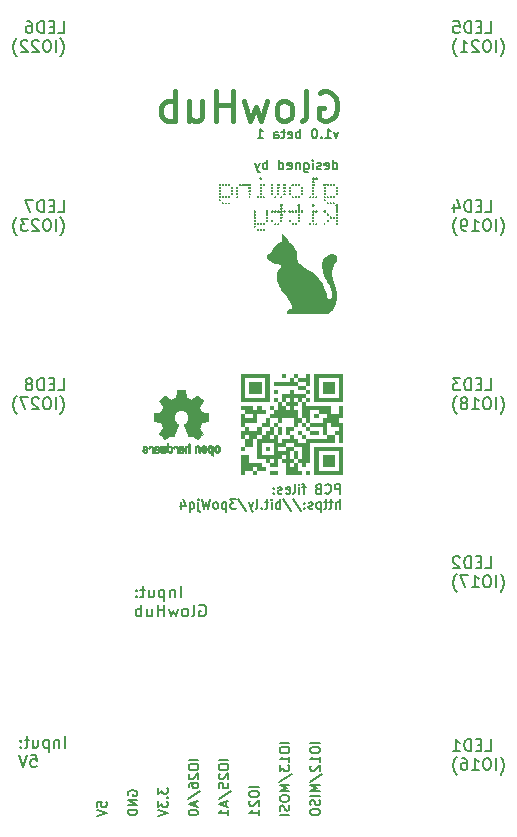
<source format=gbr>
%TF.GenerationSoftware,KiCad,Pcbnew,(6.0.0-0)*%
%TF.CreationDate,2022-03-11T16:11:59+01:00*%
%TF.ProjectId,GlowHubPCB,476c6f77-4875-4625-9043-422e6b696361,rev?*%
%TF.SameCoordinates,Original*%
%TF.FileFunction,Legend,Bot*%
%TF.FilePolarity,Positive*%
%FSLAX46Y46*%
G04 Gerber Fmt 4.6, Leading zero omitted, Abs format (unit mm)*
G04 Created by KiCad (PCBNEW (6.0.0-0)) date 2022-03-11 16:11:59*
%MOMM*%
%LPD*%
G01*
G04 APERTURE LIST*
%ADD10C,0.150000*%
%ADD11C,0.400000*%
%ADD12C,0.010000*%
G04 APERTURE END LIST*
D10*
X61045904Y-129076309D02*
X61045904Y-128695357D01*
X61426857Y-128657261D01*
X61388761Y-128695357D01*
X61350666Y-128771547D01*
X61350666Y-128962023D01*
X61388761Y-129038214D01*
X61426857Y-129076309D01*
X61503047Y-129114404D01*
X61693523Y-129114404D01*
X61769714Y-129076309D01*
X61807809Y-129038214D01*
X61845904Y-128962023D01*
X61845904Y-128771547D01*
X61807809Y-128695357D01*
X61769714Y-128657261D01*
X61045904Y-129342976D02*
X61845904Y-129609642D01*
X61045904Y-129876309D01*
X63660000Y-128123928D02*
X63621904Y-128047738D01*
X63621904Y-127933452D01*
X63660000Y-127819166D01*
X63736190Y-127742976D01*
X63812380Y-127704880D01*
X63964761Y-127666785D01*
X64079047Y-127666785D01*
X64231428Y-127704880D01*
X64307619Y-127742976D01*
X64383809Y-127819166D01*
X64421904Y-127933452D01*
X64421904Y-128009642D01*
X64383809Y-128123928D01*
X64345714Y-128162023D01*
X64079047Y-128162023D01*
X64079047Y-128009642D01*
X64421904Y-128504880D02*
X63621904Y-128504880D01*
X64421904Y-128962023D01*
X63621904Y-128962023D01*
X64421904Y-129342976D02*
X63621904Y-129342976D01*
X63621904Y-129533452D01*
X63660000Y-129647738D01*
X63736190Y-129723928D01*
X63812380Y-129762023D01*
X63964761Y-129800119D01*
X64079047Y-129800119D01*
X64231428Y-129762023D01*
X64307619Y-129723928D01*
X64383809Y-129647738D01*
X64421904Y-129533452D01*
X64421904Y-129342976D01*
X66197904Y-127476309D02*
X66197904Y-127971547D01*
X66502666Y-127704880D01*
X66502666Y-127819166D01*
X66540761Y-127895357D01*
X66578857Y-127933452D01*
X66655047Y-127971547D01*
X66845523Y-127971547D01*
X66921714Y-127933452D01*
X66959809Y-127895357D01*
X66997904Y-127819166D01*
X66997904Y-127590595D01*
X66959809Y-127514404D01*
X66921714Y-127476309D01*
X66921714Y-128314404D02*
X66959809Y-128352500D01*
X66997904Y-128314404D01*
X66959809Y-128276309D01*
X66921714Y-128314404D01*
X66997904Y-128314404D01*
X66197904Y-128619166D02*
X66197904Y-129114404D01*
X66502666Y-128847738D01*
X66502666Y-128962023D01*
X66540761Y-129038214D01*
X66578857Y-129076309D01*
X66655047Y-129114404D01*
X66845523Y-129114404D01*
X66921714Y-129076309D01*
X66959809Y-129038214D01*
X66997904Y-128962023D01*
X66997904Y-128733452D01*
X66959809Y-128657261D01*
X66921714Y-128619166D01*
X66197904Y-129342976D02*
X66997904Y-129609642D01*
X66197904Y-129876309D01*
X69573904Y-125114404D02*
X68773904Y-125114404D01*
X68773904Y-125647738D02*
X68773904Y-125800119D01*
X68812000Y-125876309D01*
X68888190Y-125952500D01*
X69040571Y-125990595D01*
X69307238Y-125990595D01*
X69459619Y-125952500D01*
X69535809Y-125876309D01*
X69573904Y-125800119D01*
X69573904Y-125647738D01*
X69535809Y-125571547D01*
X69459619Y-125495357D01*
X69307238Y-125457261D01*
X69040571Y-125457261D01*
X68888190Y-125495357D01*
X68812000Y-125571547D01*
X68773904Y-125647738D01*
X68850095Y-126295357D02*
X68812000Y-126333452D01*
X68773904Y-126409642D01*
X68773904Y-126600119D01*
X68812000Y-126676309D01*
X68850095Y-126714404D01*
X68926285Y-126752500D01*
X69002476Y-126752500D01*
X69116761Y-126714404D01*
X69573904Y-126257261D01*
X69573904Y-126752500D01*
X68773904Y-127438214D02*
X68773904Y-127285833D01*
X68812000Y-127209642D01*
X68850095Y-127171547D01*
X68964380Y-127095357D01*
X69116761Y-127057261D01*
X69421523Y-127057261D01*
X69497714Y-127095357D01*
X69535809Y-127133452D01*
X69573904Y-127209642D01*
X69573904Y-127362023D01*
X69535809Y-127438214D01*
X69497714Y-127476309D01*
X69421523Y-127514404D01*
X69231047Y-127514404D01*
X69154857Y-127476309D01*
X69116761Y-127438214D01*
X69078666Y-127362023D01*
X69078666Y-127209642D01*
X69116761Y-127133452D01*
X69154857Y-127095357D01*
X69231047Y-127057261D01*
X68735809Y-128428690D02*
X69764380Y-127742976D01*
X69345333Y-128657261D02*
X69345333Y-129038214D01*
X69573904Y-128581071D02*
X68773904Y-128847738D01*
X69573904Y-129114404D01*
X68773904Y-129533452D02*
X68773904Y-129609642D01*
X68812000Y-129685833D01*
X68850095Y-129723928D01*
X68926285Y-129762023D01*
X69078666Y-129800119D01*
X69269142Y-129800119D01*
X69421523Y-129762023D01*
X69497714Y-129723928D01*
X69535809Y-129685833D01*
X69573904Y-129609642D01*
X69573904Y-129533452D01*
X69535809Y-129457261D01*
X69497714Y-129419166D01*
X69421523Y-129381071D01*
X69269142Y-129342976D01*
X69078666Y-129342976D01*
X68926285Y-129381071D01*
X68850095Y-129419166D01*
X68812000Y-129457261D01*
X68773904Y-129533452D01*
X72149904Y-125114404D02*
X71349904Y-125114404D01*
X71349904Y-125647738D02*
X71349904Y-125800119D01*
X71388000Y-125876309D01*
X71464190Y-125952500D01*
X71616571Y-125990595D01*
X71883238Y-125990595D01*
X72035619Y-125952500D01*
X72111809Y-125876309D01*
X72149904Y-125800119D01*
X72149904Y-125647738D01*
X72111809Y-125571547D01*
X72035619Y-125495357D01*
X71883238Y-125457261D01*
X71616571Y-125457261D01*
X71464190Y-125495357D01*
X71388000Y-125571547D01*
X71349904Y-125647738D01*
X71426095Y-126295357D02*
X71388000Y-126333452D01*
X71349904Y-126409642D01*
X71349904Y-126600119D01*
X71388000Y-126676309D01*
X71426095Y-126714404D01*
X71502285Y-126752500D01*
X71578476Y-126752500D01*
X71692761Y-126714404D01*
X72149904Y-126257261D01*
X72149904Y-126752500D01*
X71349904Y-127476309D02*
X71349904Y-127095357D01*
X71730857Y-127057261D01*
X71692761Y-127095357D01*
X71654666Y-127171547D01*
X71654666Y-127362023D01*
X71692761Y-127438214D01*
X71730857Y-127476309D01*
X71807047Y-127514404D01*
X71997523Y-127514404D01*
X72073714Y-127476309D01*
X72111809Y-127438214D01*
X72149904Y-127362023D01*
X72149904Y-127171547D01*
X72111809Y-127095357D01*
X72073714Y-127057261D01*
X71311809Y-128428690D02*
X72340380Y-127742976D01*
X71921333Y-128657261D02*
X71921333Y-129038214D01*
X72149904Y-128581071D02*
X71349904Y-128847738D01*
X72149904Y-129114404D01*
X72149904Y-129800119D02*
X72149904Y-129342976D01*
X72149904Y-129571547D02*
X71349904Y-129571547D01*
X71464190Y-129495357D01*
X71540380Y-129419166D01*
X71578476Y-129342976D01*
X74725904Y-127400119D02*
X73925904Y-127400119D01*
X73925904Y-127933452D02*
X73925904Y-128085833D01*
X73964000Y-128162023D01*
X74040190Y-128238214D01*
X74192571Y-128276309D01*
X74459238Y-128276309D01*
X74611619Y-128238214D01*
X74687809Y-128162023D01*
X74725904Y-128085833D01*
X74725904Y-127933452D01*
X74687809Y-127857261D01*
X74611619Y-127781071D01*
X74459238Y-127742976D01*
X74192571Y-127742976D01*
X74040190Y-127781071D01*
X73964000Y-127857261D01*
X73925904Y-127933452D01*
X74002095Y-128581071D02*
X73964000Y-128619166D01*
X73925904Y-128695357D01*
X73925904Y-128885833D01*
X73964000Y-128962023D01*
X74002095Y-129000119D01*
X74078285Y-129038214D01*
X74154476Y-129038214D01*
X74268761Y-129000119D01*
X74725904Y-128542976D01*
X74725904Y-129038214D01*
X74725904Y-129800119D02*
X74725904Y-129342976D01*
X74725904Y-129571547D02*
X73925904Y-129571547D01*
X74040190Y-129495357D01*
X74116380Y-129419166D01*
X74154476Y-129342976D01*
X77301904Y-123666785D02*
X76501904Y-123666785D01*
X76501904Y-124200119D02*
X76501904Y-124352500D01*
X76540000Y-124428690D01*
X76616190Y-124504880D01*
X76768571Y-124542976D01*
X77035238Y-124542976D01*
X77187619Y-124504880D01*
X77263809Y-124428690D01*
X77301904Y-124352500D01*
X77301904Y-124200119D01*
X77263809Y-124123928D01*
X77187619Y-124047738D01*
X77035238Y-124009642D01*
X76768571Y-124009642D01*
X76616190Y-124047738D01*
X76540000Y-124123928D01*
X76501904Y-124200119D01*
X77301904Y-125304880D02*
X77301904Y-124847738D01*
X77301904Y-125076309D02*
X76501904Y-125076309D01*
X76616190Y-125000119D01*
X76692380Y-124923928D01*
X76730476Y-124847738D01*
X76501904Y-125571547D02*
X76501904Y-126066785D01*
X76806666Y-125800119D01*
X76806666Y-125914404D01*
X76844761Y-125990595D01*
X76882857Y-126028690D01*
X76959047Y-126066785D01*
X77149523Y-126066785D01*
X77225714Y-126028690D01*
X77263809Y-125990595D01*
X77301904Y-125914404D01*
X77301904Y-125685833D01*
X77263809Y-125609642D01*
X77225714Y-125571547D01*
X76463809Y-126981071D02*
X77492380Y-126295357D01*
X77301904Y-127247738D02*
X76501904Y-127247738D01*
X77073333Y-127514404D01*
X76501904Y-127781071D01*
X77301904Y-127781071D01*
X76501904Y-128314404D02*
X76501904Y-128466785D01*
X76540000Y-128542976D01*
X76616190Y-128619166D01*
X76768571Y-128657261D01*
X77035238Y-128657261D01*
X77187619Y-128619166D01*
X77263809Y-128542976D01*
X77301904Y-128466785D01*
X77301904Y-128314404D01*
X77263809Y-128238214D01*
X77187619Y-128162023D01*
X77035238Y-128123928D01*
X76768571Y-128123928D01*
X76616190Y-128162023D01*
X76540000Y-128238214D01*
X76501904Y-128314404D01*
X77263809Y-128962023D02*
X77301904Y-129076309D01*
X77301904Y-129266785D01*
X77263809Y-129342976D01*
X77225714Y-129381071D01*
X77149523Y-129419166D01*
X77073333Y-129419166D01*
X76997142Y-129381071D01*
X76959047Y-129342976D01*
X76920952Y-129266785D01*
X76882857Y-129114404D01*
X76844761Y-129038214D01*
X76806666Y-129000119D01*
X76730476Y-128962023D01*
X76654285Y-128962023D01*
X76578095Y-129000119D01*
X76540000Y-129038214D01*
X76501904Y-129114404D01*
X76501904Y-129304880D01*
X76540000Y-129419166D01*
X77301904Y-129762023D02*
X76501904Y-129762023D01*
X79877904Y-123666785D02*
X79077904Y-123666785D01*
X79077904Y-124200119D02*
X79077904Y-124352500D01*
X79116000Y-124428690D01*
X79192190Y-124504880D01*
X79344571Y-124542976D01*
X79611238Y-124542976D01*
X79763619Y-124504880D01*
X79839809Y-124428690D01*
X79877904Y-124352500D01*
X79877904Y-124200119D01*
X79839809Y-124123928D01*
X79763619Y-124047738D01*
X79611238Y-124009642D01*
X79344571Y-124009642D01*
X79192190Y-124047738D01*
X79116000Y-124123928D01*
X79077904Y-124200119D01*
X79877904Y-125304880D02*
X79877904Y-124847738D01*
X79877904Y-125076309D02*
X79077904Y-125076309D01*
X79192190Y-125000119D01*
X79268380Y-124923928D01*
X79306476Y-124847738D01*
X79154095Y-125609642D02*
X79116000Y-125647738D01*
X79077904Y-125723928D01*
X79077904Y-125914404D01*
X79116000Y-125990595D01*
X79154095Y-126028690D01*
X79230285Y-126066785D01*
X79306476Y-126066785D01*
X79420761Y-126028690D01*
X79877904Y-125571547D01*
X79877904Y-126066785D01*
X79039809Y-126981071D02*
X80068380Y-126295357D01*
X79877904Y-127247738D02*
X79077904Y-127247738D01*
X79649333Y-127514404D01*
X79077904Y-127781071D01*
X79877904Y-127781071D01*
X79877904Y-128162023D02*
X79077904Y-128162023D01*
X79839809Y-128504880D02*
X79877904Y-128619166D01*
X79877904Y-128809642D01*
X79839809Y-128885833D01*
X79801714Y-128923928D01*
X79725523Y-128962023D01*
X79649333Y-128962023D01*
X79573142Y-128923928D01*
X79535047Y-128885833D01*
X79496952Y-128809642D01*
X79458857Y-128657261D01*
X79420761Y-128581071D01*
X79382666Y-128542976D01*
X79306476Y-128504880D01*
X79230285Y-128504880D01*
X79154095Y-128542976D01*
X79116000Y-128581071D01*
X79077904Y-128657261D01*
X79077904Y-128847738D01*
X79116000Y-128962023D01*
X79077904Y-129457261D02*
X79077904Y-129609642D01*
X79116000Y-129685833D01*
X79192190Y-129762023D01*
X79344571Y-129800119D01*
X79611238Y-129800119D01*
X79763619Y-129762023D01*
X79839809Y-129685833D01*
X79877904Y-129609642D01*
X79877904Y-129457261D01*
X79839809Y-129381071D01*
X79763619Y-129304880D01*
X79611238Y-129266785D01*
X79344571Y-129266785D01*
X79192190Y-129304880D01*
X79116000Y-129381071D01*
X79077904Y-129457261D01*
X58317500Y-124077380D02*
X58317500Y-123077380D01*
X57841309Y-123410714D02*
X57841309Y-124077380D01*
X57841309Y-123505952D02*
X57793690Y-123458333D01*
X57698452Y-123410714D01*
X57555595Y-123410714D01*
X57460357Y-123458333D01*
X57412738Y-123553571D01*
X57412738Y-124077380D01*
X56936547Y-123410714D02*
X56936547Y-124410714D01*
X56936547Y-123458333D02*
X56841309Y-123410714D01*
X56650833Y-123410714D01*
X56555595Y-123458333D01*
X56507976Y-123505952D01*
X56460357Y-123601190D01*
X56460357Y-123886904D01*
X56507976Y-123982142D01*
X56555595Y-124029761D01*
X56650833Y-124077380D01*
X56841309Y-124077380D01*
X56936547Y-124029761D01*
X55603214Y-123410714D02*
X55603214Y-124077380D01*
X56031785Y-123410714D02*
X56031785Y-123934523D01*
X55984166Y-124029761D01*
X55888928Y-124077380D01*
X55746071Y-124077380D01*
X55650833Y-124029761D01*
X55603214Y-123982142D01*
X55269880Y-123410714D02*
X54888928Y-123410714D01*
X55127023Y-123077380D02*
X55127023Y-123934523D01*
X55079404Y-124029761D01*
X54984166Y-124077380D01*
X54888928Y-124077380D01*
X54555595Y-123982142D02*
X54507976Y-124029761D01*
X54555595Y-124077380D01*
X54603214Y-124029761D01*
X54555595Y-123982142D01*
X54555595Y-124077380D01*
X54555595Y-123458333D02*
X54507976Y-123505952D01*
X54555595Y-123553571D01*
X54603214Y-123505952D01*
X54555595Y-123458333D01*
X54555595Y-123553571D01*
X55412738Y-124687380D02*
X55888928Y-124687380D01*
X55936547Y-125163571D01*
X55888928Y-125115952D01*
X55793690Y-125068333D01*
X55555595Y-125068333D01*
X55460357Y-125115952D01*
X55412738Y-125163571D01*
X55365119Y-125258809D01*
X55365119Y-125496904D01*
X55412738Y-125592142D01*
X55460357Y-125639761D01*
X55555595Y-125687380D01*
X55793690Y-125687380D01*
X55888928Y-125639761D01*
X55936547Y-125592142D01*
X55079404Y-124687380D02*
X54746071Y-125687380D01*
X54412738Y-124687380D01*
X68117500Y-111357380D02*
X68117500Y-110357380D01*
X67641309Y-110690714D02*
X67641309Y-111357380D01*
X67641309Y-110785952D02*
X67593690Y-110738333D01*
X67498452Y-110690714D01*
X67355595Y-110690714D01*
X67260357Y-110738333D01*
X67212738Y-110833571D01*
X67212738Y-111357380D01*
X66736547Y-110690714D02*
X66736547Y-111690714D01*
X66736547Y-110738333D02*
X66641309Y-110690714D01*
X66450833Y-110690714D01*
X66355595Y-110738333D01*
X66307976Y-110785952D01*
X66260357Y-110881190D01*
X66260357Y-111166904D01*
X66307976Y-111262142D01*
X66355595Y-111309761D01*
X66450833Y-111357380D01*
X66641309Y-111357380D01*
X66736547Y-111309761D01*
X65403214Y-110690714D02*
X65403214Y-111357380D01*
X65831785Y-110690714D02*
X65831785Y-111214523D01*
X65784166Y-111309761D01*
X65688928Y-111357380D01*
X65546071Y-111357380D01*
X65450833Y-111309761D01*
X65403214Y-111262142D01*
X65069880Y-110690714D02*
X64688928Y-110690714D01*
X64927023Y-110357380D02*
X64927023Y-111214523D01*
X64879404Y-111309761D01*
X64784166Y-111357380D01*
X64688928Y-111357380D01*
X64355595Y-111262142D02*
X64307976Y-111309761D01*
X64355595Y-111357380D01*
X64403214Y-111309761D01*
X64355595Y-111262142D01*
X64355595Y-111357380D01*
X64355595Y-110738333D02*
X64307976Y-110785952D01*
X64355595Y-110833571D01*
X64403214Y-110785952D01*
X64355595Y-110738333D01*
X64355595Y-110833571D01*
X69688928Y-112015000D02*
X69784166Y-111967380D01*
X69927023Y-111967380D01*
X70069880Y-112015000D01*
X70165119Y-112110238D01*
X70212738Y-112205476D01*
X70260357Y-112395952D01*
X70260357Y-112538809D01*
X70212738Y-112729285D01*
X70165119Y-112824523D01*
X70069880Y-112919761D01*
X69927023Y-112967380D01*
X69831785Y-112967380D01*
X69688928Y-112919761D01*
X69641309Y-112872142D01*
X69641309Y-112538809D01*
X69831785Y-112538809D01*
X69069880Y-112967380D02*
X69165119Y-112919761D01*
X69212738Y-112824523D01*
X69212738Y-111967380D01*
X68546071Y-112967380D02*
X68641309Y-112919761D01*
X68688928Y-112872142D01*
X68736547Y-112776904D01*
X68736547Y-112491190D01*
X68688928Y-112395952D01*
X68641309Y-112348333D01*
X68546071Y-112300714D01*
X68403214Y-112300714D01*
X68307976Y-112348333D01*
X68260357Y-112395952D01*
X68212738Y-112491190D01*
X68212738Y-112776904D01*
X68260357Y-112872142D01*
X68307976Y-112919761D01*
X68403214Y-112967380D01*
X68546071Y-112967380D01*
X67879404Y-112300714D02*
X67688928Y-112967380D01*
X67498452Y-112491190D01*
X67307976Y-112967380D01*
X67117500Y-112300714D01*
X66736547Y-112967380D02*
X66736547Y-111967380D01*
X66736547Y-112443571D02*
X66165119Y-112443571D01*
X66165119Y-112967380D02*
X66165119Y-111967380D01*
X65260357Y-112300714D02*
X65260357Y-112967380D01*
X65688928Y-112300714D02*
X65688928Y-112824523D01*
X65641309Y-112919761D01*
X65546071Y-112967380D01*
X65403214Y-112967380D01*
X65307976Y-112919761D01*
X65260357Y-112872142D01*
X64784166Y-112967380D02*
X64784166Y-111967380D01*
X64784166Y-112348333D02*
X64688928Y-112300714D01*
X64498452Y-112300714D01*
X64403214Y-112348333D01*
X64355595Y-112395952D01*
X64307976Y-112491190D01*
X64307976Y-112776904D01*
X64355595Y-112872142D01*
X64403214Y-112919761D01*
X64498452Y-112967380D01*
X64688928Y-112967380D01*
X64784166Y-112919761D01*
X93909880Y-124357380D02*
X94386071Y-124357380D01*
X94386071Y-123357380D01*
X93576547Y-123833571D02*
X93243214Y-123833571D01*
X93100357Y-124357380D02*
X93576547Y-124357380D01*
X93576547Y-123357380D01*
X93100357Y-123357380D01*
X92671785Y-124357380D02*
X92671785Y-123357380D01*
X92433690Y-123357380D01*
X92290833Y-123405000D01*
X92195595Y-123500238D01*
X92147976Y-123595476D01*
X92100357Y-123785952D01*
X92100357Y-123928809D01*
X92147976Y-124119285D01*
X92195595Y-124214523D01*
X92290833Y-124309761D01*
X92433690Y-124357380D01*
X92671785Y-124357380D01*
X91147976Y-124357380D02*
X91719404Y-124357380D01*
X91433690Y-124357380D02*
X91433690Y-123357380D01*
X91528928Y-123500238D01*
X91624166Y-123595476D01*
X91719404Y-123643095D01*
X95195595Y-126348333D02*
X95243214Y-126300714D01*
X95338452Y-126157857D01*
X95386071Y-126062619D01*
X95433690Y-125919761D01*
X95481309Y-125681666D01*
X95481309Y-125491190D01*
X95433690Y-125253095D01*
X95386071Y-125110238D01*
X95338452Y-125015000D01*
X95243214Y-124872142D01*
X95195595Y-124824523D01*
X94814642Y-125967380D02*
X94814642Y-124967380D01*
X94147976Y-124967380D02*
X93957500Y-124967380D01*
X93862261Y-125015000D01*
X93767023Y-125110238D01*
X93719404Y-125300714D01*
X93719404Y-125634047D01*
X93767023Y-125824523D01*
X93862261Y-125919761D01*
X93957500Y-125967380D01*
X94147976Y-125967380D01*
X94243214Y-125919761D01*
X94338452Y-125824523D01*
X94386071Y-125634047D01*
X94386071Y-125300714D01*
X94338452Y-125110238D01*
X94243214Y-125015000D01*
X94147976Y-124967380D01*
X92767023Y-125967380D02*
X93338452Y-125967380D01*
X93052738Y-125967380D02*
X93052738Y-124967380D01*
X93147976Y-125110238D01*
X93243214Y-125205476D01*
X93338452Y-125253095D01*
X91909880Y-124967380D02*
X92100357Y-124967380D01*
X92195595Y-125015000D01*
X92243214Y-125062619D01*
X92338452Y-125205476D01*
X92386071Y-125395952D01*
X92386071Y-125776904D01*
X92338452Y-125872142D01*
X92290833Y-125919761D01*
X92195595Y-125967380D01*
X92005119Y-125967380D01*
X91909880Y-125919761D01*
X91862261Y-125872142D01*
X91814642Y-125776904D01*
X91814642Y-125538809D01*
X91862261Y-125443571D01*
X91909880Y-125395952D01*
X92005119Y-125348333D01*
X92195595Y-125348333D01*
X92290833Y-125395952D01*
X92338452Y-125443571D01*
X92386071Y-125538809D01*
X91481309Y-126348333D02*
X91433690Y-126300714D01*
X91338452Y-126157857D01*
X91290833Y-126062619D01*
X91243214Y-125919761D01*
X91195595Y-125681666D01*
X91195595Y-125491190D01*
X91243214Y-125253095D01*
X91290833Y-125110238D01*
X91338452Y-125015000D01*
X91433690Y-124872142D01*
X91481309Y-124824523D01*
X93909880Y-108887380D02*
X94386071Y-108887380D01*
X94386071Y-107887380D01*
X93576547Y-108363571D02*
X93243214Y-108363571D01*
X93100357Y-108887380D02*
X93576547Y-108887380D01*
X93576547Y-107887380D01*
X93100357Y-107887380D01*
X92671785Y-108887380D02*
X92671785Y-107887380D01*
X92433690Y-107887380D01*
X92290833Y-107935000D01*
X92195595Y-108030238D01*
X92147976Y-108125476D01*
X92100357Y-108315952D01*
X92100357Y-108458809D01*
X92147976Y-108649285D01*
X92195595Y-108744523D01*
X92290833Y-108839761D01*
X92433690Y-108887380D01*
X92671785Y-108887380D01*
X91719404Y-107982619D02*
X91671785Y-107935000D01*
X91576547Y-107887380D01*
X91338452Y-107887380D01*
X91243214Y-107935000D01*
X91195595Y-107982619D01*
X91147976Y-108077857D01*
X91147976Y-108173095D01*
X91195595Y-108315952D01*
X91767023Y-108887380D01*
X91147976Y-108887380D01*
X95195595Y-110878333D02*
X95243214Y-110830714D01*
X95338452Y-110687857D01*
X95386071Y-110592619D01*
X95433690Y-110449761D01*
X95481309Y-110211666D01*
X95481309Y-110021190D01*
X95433690Y-109783095D01*
X95386071Y-109640238D01*
X95338452Y-109545000D01*
X95243214Y-109402142D01*
X95195595Y-109354523D01*
X94814642Y-110497380D02*
X94814642Y-109497380D01*
X94147976Y-109497380D02*
X93957500Y-109497380D01*
X93862261Y-109545000D01*
X93767023Y-109640238D01*
X93719404Y-109830714D01*
X93719404Y-110164047D01*
X93767023Y-110354523D01*
X93862261Y-110449761D01*
X93957500Y-110497380D01*
X94147976Y-110497380D01*
X94243214Y-110449761D01*
X94338452Y-110354523D01*
X94386071Y-110164047D01*
X94386071Y-109830714D01*
X94338452Y-109640238D01*
X94243214Y-109545000D01*
X94147976Y-109497380D01*
X92767023Y-110497380D02*
X93338452Y-110497380D01*
X93052738Y-110497380D02*
X93052738Y-109497380D01*
X93147976Y-109640238D01*
X93243214Y-109735476D01*
X93338452Y-109783095D01*
X92433690Y-109497380D02*
X91767023Y-109497380D01*
X92195595Y-110497380D01*
X91481309Y-110878333D02*
X91433690Y-110830714D01*
X91338452Y-110687857D01*
X91290833Y-110592619D01*
X91243214Y-110449761D01*
X91195595Y-110211666D01*
X91195595Y-110021190D01*
X91243214Y-109783095D01*
X91290833Y-109640238D01*
X91338452Y-109545000D01*
X91433690Y-109402142D01*
X91481309Y-109354523D01*
X93909880Y-93817380D02*
X94386071Y-93817380D01*
X94386071Y-92817380D01*
X93576547Y-93293571D02*
X93243214Y-93293571D01*
X93100357Y-93817380D02*
X93576547Y-93817380D01*
X93576547Y-92817380D01*
X93100357Y-92817380D01*
X92671785Y-93817380D02*
X92671785Y-92817380D01*
X92433690Y-92817380D01*
X92290833Y-92865000D01*
X92195595Y-92960238D01*
X92147976Y-93055476D01*
X92100357Y-93245952D01*
X92100357Y-93388809D01*
X92147976Y-93579285D01*
X92195595Y-93674523D01*
X92290833Y-93769761D01*
X92433690Y-93817380D01*
X92671785Y-93817380D01*
X91767023Y-92817380D02*
X91147976Y-92817380D01*
X91481309Y-93198333D01*
X91338452Y-93198333D01*
X91243214Y-93245952D01*
X91195595Y-93293571D01*
X91147976Y-93388809D01*
X91147976Y-93626904D01*
X91195595Y-93722142D01*
X91243214Y-93769761D01*
X91338452Y-93817380D01*
X91624166Y-93817380D01*
X91719404Y-93769761D01*
X91767023Y-93722142D01*
X95195595Y-95808333D02*
X95243214Y-95760714D01*
X95338452Y-95617857D01*
X95386071Y-95522619D01*
X95433690Y-95379761D01*
X95481309Y-95141666D01*
X95481309Y-94951190D01*
X95433690Y-94713095D01*
X95386071Y-94570238D01*
X95338452Y-94475000D01*
X95243214Y-94332142D01*
X95195595Y-94284523D01*
X94814642Y-95427380D02*
X94814642Y-94427380D01*
X94147976Y-94427380D02*
X93957500Y-94427380D01*
X93862261Y-94475000D01*
X93767023Y-94570238D01*
X93719404Y-94760714D01*
X93719404Y-95094047D01*
X93767023Y-95284523D01*
X93862261Y-95379761D01*
X93957500Y-95427380D01*
X94147976Y-95427380D01*
X94243214Y-95379761D01*
X94338452Y-95284523D01*
X94386071Y-95094047D01*
X94386071Y-94760714D01*
X94338452Y-94570238D01*
X94243214Y-94475000D01*
X94147976Y-94427380D01*
X92767023Y-95427380D02*
X93338452Y-95427380D01*
X93052738Y-95427380D02*
X93052738Y-94427380D01*
X93147976Y-94570238D01*
X93243214Y-94665476D01*
X93338452Y-94713095D01*
X92195595Y-94855952D02*
X92290833Y-94808333D01*
X92338452Y-94760714D01*
X92386071Y-94665476D01*
X92386071Y-94617857D01*
X92338452Y-94522619D01*
X92290833Y-94475000D01*
X92195595Y-94427380D01*
X92005119Y-94427380D01*
X91909880Y-94475000D01*
X91862261Y-94522619D01*
X91814642Y-94617857D01*
X91814642Y-94665476D01*
X91862261Y-94760714D01*
X91909880Y-94808333D01*
X92005119Y-94855952D01*
X92195595Y-94855952D01*
X92290833Y-94903571D01*
X92338452Y-94951190D01*
X92386071Y-95046428D01*
X92386071Y-95236904D01*
X92338452Y-95332142D01*
X92290833Y-95379761D01*
X92195595Y-95427380D01*
X92005119Y-95427380D01*
X91909880Y-95379761D01*
X91862261Y-95332142D01*
X91814642Y-95236904D01*
X91814642Y-95046428D01*
X91862261Y-94951190D01*
X91909880Y-94903571D01*
X92005119Y-94855952D01*
X91481309Y-95808333D02*
X91433690Y-95760714D01*
X91338452Y-95617857D01*
X91290833Y-95522619D01*
X91243214Y-95379761D01*
X91195595Y-95141666D01*
X91195595Y-94951190D01*
X91243214Y-94713095D01*
X91290833Y-94570238D01*
X91338452Y-94475000D01*
X91433690Y-94332142D01*
X91481309Y-94284523D01*
X93909880Y-78707380D02*
X94386071Y-78707380D01*
X94386071Y-77707380D01*
X93576547Y-78183571D02*
X93243214Y-78183571D01*
X93100357Y-78707380D02*
X93576547Y-78707380D01*
X93576547Y-77707380D01*
X93100357Y-77707380D01*
X92671785Y-78707380D02*
X92671785Y-77707380D01*
X92433690Y-77707380D01*
X92290833Y-77755000D01*
X92195595Y-77850238D01*
X92147976Y-77945476D01*
X92100357Y-78135952D01*
X92100357Y-78278809D01*
X92147976Y-78469285D01*
X92195595Y-78564523D01*
X92290833Y-78659761D01*
X92433690Y-78707380D01*
X92671785Y-78707380D01*
X91243214Y-78040714D02*
X91243214Y-78707380D01*
X91481309Y-77659761D02*
X91719404Y-78374047D01*
X91100357Y-78374047D01*
X95195595Y-80698333D02*
X95243214Y-80650714D01*
X95338452Y-80507857D01*
X95386071Y-80412619D01*
X95433690Y-80269761D01*
X95481309Y-80031666D01*
X95481309Y-79841190D01*
X95433690Y-79603095D01*
X95386071Y-79460238D01*
X95338452Y-79365000D01*
X95243214Y-79222142D01*
X95195595Y-79174523D01*
X94814642Y-80317380D02*
X94814642Y-79317380D01*
X94147976Y-79317380D02*
X93957500Y-79317380D01*
X93862261Y-79365000D01*
X93767023Y-79460238D01*
X93719404Y-79650714D01*
X93719404Y-79984047D01*
X93767023Y-80174523D01*
X93862261Y-80269761D01*
X93957500Y-80317380D01*
X94147976Y-80317380D01*
X94243214Y-80269761D01*
X94338452Y-80174523D01*
X94386071Y-79984047D01*
X94386071Y-79650714D01*
X94338452Y-79460238D01*
X94243214Y-79365000D01*
X94147976Y-79317380D01*
X92767023Y-80317380D02*
X93338452Y-80317380D01*
X93052738Y-80317380D02*
X93052738Y-79317380D01*
X93147976Y-79460238D01*
X93243214Y-79555476D01*
X93338452Y-79603095D01*
X92290833Y-80317380D02*
X92100357Y-80317380D01*
X92005119Y-80269761D01*
X91957500Y-80222142D01*
X91862261Y-80079285D01*
X91814642Y-79888809D01*
X91814642Y-79507857D01*
X91862261Y-79412619D01*
X91909880Y-79365000D01*
X92005119Y-79317380D01*
X92195595Y-79317380D01*
X92290833Y-79365000D01*
X92338452Y-79412619D01*
X92386071Y-79507857D01*
X92386071Y-79745952D01*
X92338452Y-79841190D01*
X92290833Y-79888809D01*
X92195595Y-79936428D01*
X92005119Y-79936428D01*
X91909880Y-79888809D01*
X91862261Y-79841190D01*
X91814642Y-79745952D01*
X91481309Y-80698333D02*
X91433690Y-80650714D01*
X91338452Y-80507857D01*
X91290833Y-80412619D01*
X91243214Y-80269761D01*
X91195595Y-80031666D01*
X91195595Y-79841190D01*
X91243214Y-79603095D01*
X91290833Y-79460238D01*
X91338452Y-79365000D01*
X91433690Y-79222142D01*
X91481309Y-79174523D01*
X93909880Y-63557380D02*
X94386071Y-63557380D01*
X94386071Y-62557380D01*
X93576547Y-63033571D02*
X93243214Y-63033571D01*
X93100357Y-63557380D02*
X93576547Y-63557380D01*
X93576547Y-62557380D01*
X93100357Y-62557380D01*
X92671785Y-63557380D02*
X92671785Y-62557380D01*
X92433690Y-62557380D01*
X92290833Y-62605000D01*
X92195595Y-62700238D01*
X92147976Y-62795476D01*
X92100357Y-62985952D01*
X92100357Y-63128809D01*
X92147976Y-63319285D01*
X92195595Y-63414523D01*
X92290833Y-63509761D01*
X92433690Y-63557380D01*
X92671785Y-63557380D01*
X91195595Y-62557380D02*
X91671785Y-62557380D01*
X91719404Y-63033571D01*
X91671785Y-62985952D01*
X91576547Y-62938333D01*
X91338452Y-62938333D01*
X91243214Y-62985952D01*
X91195595Y-63033571D01*
X91147976Y-63128809D01*
X91147976Y-63366904D01*
X91195595Y-63462142D01*
X91243214Y-63509761D01*
X91338452Y-63557380D01*
X91576547Y-63557380D01*
X91671785Y-63509761D01*
X91719404Y-63462142D01*
X95195595Y-65548333D02*
X95243214Y-65500714D01*
X95338452Y-65357857D01*
X95386071Y-65262619D01*
X95433690Y-65119761D01*
X95481309Y-64881666D01*
X95481309Y-64691190D01*
X95433690Y-64453095D01*
X95386071Y-64310238D01*
X95338452Y-64215000D01*
X95243214Y-64072142D01*
X95195595Y-64024523D01*
X94814642Y-65167380D02*
X94814642Y-64167380D01*
X94147976Y-64167380D02*
X93957500Y-64167380D01*
X93862261Y-64215000D01*
X93767023Y-64310238D01*
X93719404Y-64500714D01*
X93719404Y-64834047D01*
X93767023Y-65024523D01*
X93862261Y-65119761D01*
X93957500Y-65167380D01*
X94147976Y-65167380D01*
X94243214Y-65119761D01*
X94338452Y-65024523D01*
X94386071Y-64834047D01*
X94386071Y-64500714D01*
X94338452Y-64310238D01*
X94243214Y-64215000D01*
X94147976Y-64167380D01*
X93338452Y-64262619D02*
X93290833Y-64215000D01*
X93195595Y-64167380D01*
X92957500Y-64167380D01*
X92862261Y-64215000D01*
X92814642Y-64262619D01*
X92767023Y-64357857D01*
X92767023Y-64453095D01*
X92814642Y-64595952D01*
X93386071Y-65167380D01*
X92767023Y-65167380D01*
X91814642Y-65167380D02*
X92386071Y-65167380D01*
X92100357Y-65167380D02*
X92100357Y-64167380D01*
X92195595Y-64310238D01*
X92290833Y-64405476D01*
X92386071Y-64453095D01*
X91481309Y-65548333D02*
X91433690Y-65500714D01*
X91338452Y-65357857D01*
X91290833Y-65262619D01*
X91243214Y-65119761D01*
X91195595Y-64881666D01*
X91195595Y-64691190D01*
X91243214Y-64453095D01*
X91290833Y-64310238D01*
X91338452Y-64215000D01*
X91433690Y-64072142D01*
X91481309Y-64024523D01*
X57738214Y-63557380D02*
X58214404Y-63557380D01*
X58214404Y-62557380D01*
X57404880Y-63033571D02*
X57071547Y-63033571D01*
X56928690Y-63557380D02*
X57404880Y-63557380D01*
X57404880Y-62557380D01*
X56928690Y-62557380D01*
X56500119Y-63557380D02*
X56500119Y-62557380D01*
X56262023Y-62557380D01*
X56119166Y-62605000D01*
X56023928Y-62700238D01*
X55976309Y-62795476D01*
X55928690Y-62985952D01*
X55928690Y-63128809D01*
X55976309Y-63319285D01*
X56023928Y-63414523D01*
X56119166Y-63509761D01*
X56262023Y-63557380D01*
X56500119Y-63557380D01*
X55071547Y-62557380D02*
X55262023Y-62557380D01*
X55357261Y-62605000D01*
X55404880Y-62652619D01*
X55500119Y-62795476D01*
X55547738Y-62985952D01*
X55547738Y-63366904D01*
X55500119Y-63462142D01*
X55452500Y-63509761D01*
X55357261Y-63557380D01*
X55166785Y-63557380D01*
X55071547Y-63509761D01*
X55023928Y-63462142D01*
X54976309Y-63366904D01*
X54976309Y-63128809D01*
X55023928Y-63033571D01*
X55071547Y-62985952D01*
X55166785Y-62938333D01*
X55357261Y-62938333D01*
X55452500Y-62985952D01*
X55500119Y-63033571D01*
X55547738Y-63128809D01*
X57928690Y-65548333D02*
X57976309Y-65500714D01*
X58071547Y-65357857D01*
X58119166Y-65262619D01*
X58166785Y-65119761D01*
X58214404Y-64881666D01*
X58214404Y-64691190D01*
X58166785Y-64453095D01*
X58119166Y-64310238D01*
X58071547Y-64215000D01*
X57976309Y-64072142D01*
X57928690Y-64024523D01*
X57547738Y-65167380D02*
X57547738Y-64167380D01*
X56881071Y-64167380D02*
X56690595Y-64167380D01*
X56595357Y-64215000D01*
X56500119Y-64310238D01*
X56452500Y-64500714D01*
X56452500Y-64834047D01*
X56500119Y-65024523D01*
X56595357Y-65119761D01*
X56690595Y-65167380D01*
X56881071Y-65167380D01*
X56976309Y-65119761D01*
X57071547Y-65024523D01*
X57119166Y-64834047D01*
X57119166Y-64500714D01*
X57071547Y-64310238D01*
X56976309Y-64215000D01*
X56881071Y-64167380D01*
X56071547Y-64262619D02*
X56023928Y-64215000D01*
X55928690Y-64167380D01*
X55690595Y-64167380D01*
X55595357Y-64215000D01*
X55547738Y-64262619D01*
X55500119Y-64357857D01*
X55500119Y-64453095D01*
X55547738Y-64595952D01*
X56119166Y-65167380D01*
X55500119Y-65167380D01*
X55119166Y-64262619D02*
X55071547Y-64215000D01*
X54976309Y-64167380D01*
X54738214Y-64167380D01*
X54642976Y-64215000D01*
X54595357Y-64262619D01*
X54547738Y-64357857D01*
X54547738Y-64453095D01*
X54595357Y-64595952D01*
X55166785Y-65167380D01*
X54547738Y-65167380D01*
X54214404Y-65548333D02*
X54166785Y-65500714D01*
X54071547Y-65357857D01*
X54023928Y-65262619D01*
X53976309Y-65119761D01*
X53928690Y-64881666D01*
X53928690Y-64691190D01*
X53976309Y-64453095D01*
X54023928Y-64310238D01*
X54071547Y-64215000D01*
X54166785Y-64072142D01*
X54214404Y-64024523D01*
X57738214Y-78707380D02*
X58214404Y-78707380D01*
X58214404Y-77707380D01*
X57404880Y-78183571D02*
X57071547Y-78183571D01*
X56928690Y-78707380D02*
X57404880Y-78707380D01*
X57404880Y-77707380D01*
X56928690Y-77707380D01*
X56500119Y-78707380D02*
X56500119Y-77707380D01*
X56262023Y-77707380D01*
X56119166Y-77755000D01*
X56023928Y-77850238D01*
X55976309Y-77945476D01*
X55928690Y-78135952D01*
X55928690Y-78278809D01*
X55976309Y-78469285D01*
X56023928Y-78564523D01*
X56119166Y-78659761D01*
X56262023Y-78707380D01*
X56500119Y-78707380D01*
X55595357Y-77707380D02*
X54928690Y-77707380D01*
X55357261Y-78707380D01*
X57928690Y-80698333D02*
X57976309Y-80650714D01*
X58071547Y-80507857D01*
X58119166Y-80412619D01*
X58166785Y-80269761D01*
X58214404Y-80031666D01*
X58214404Y-79841190D01*
X58166785Y-79603095D01*
X58119166Y-79460238D01*
X58071547Y-79365000D01*
X57976309Y-79222142D01*
X57928690Y-79174523D01*
X57547738Y-80317380D02*
X57547738Y-79317380D01*
X56881071Y-79317380D02*
X56690595Y-79317380D01*
X56595357Y-79365000D01*
X56500119Y-79460238D01*
X56452500Y-79650714D01*
X56452500Y-79984047D01*
X56500119Y-80174523D01*
X56595357Y-80269761D01*
X56690595Y-80317380D01*
X56881071Y-80317380D01*
X56976309Y-80269761D01*
X57071547Y-80174523D01*
X57119166Y-79984047D01*
X57119166Y-79650714D01*
X57071547Y-79460238D01*
X56976309Y-79365000D01*
X56881071Y-79317380D01*
X56071547Y-79412619D02*
X56023928Y-79365000D01*
X55928690Y-79317380D01*
X55690595Y-79317380D01*
X55595357Y-79365000D01*
X55547738Y-79412619D01*
X55500119Y-79507857D01*
X55500119Y-79603095D01*
X55547738Y-79745952D01*
X56119166Y-80317380D01*
X55500119Y-80317380D01*
X55166785Y-79317380D02*
X54547738Y-79317380D01*
X54881071Y-79698333D01*
X54738214Y-79698333D01*
X54642976Y-79745952D01*
X54595357Y-79793571D01*
X54547738Y-79888809D01*
X54547738Y-80126904D01*
X54595357Y-80222142D01*
X54642976Y-80269761D01*
X54738214Y-80317380D01*
X55023928Y-80317380D01*
X55119166Y-80269761D01*
X55166785Y-80222142D01*
X54214404Y-80698333D02*
X54166785Y-80650714D01*
X54071547Y-80507857D01*
X54023928Y-80412619D01*
X53976309Y-80269761D01*
X53928690Y-80031666D01*
X53928690Y-79841190D01*
X53976309Y-79603095D01*
X54023928Y-79460238D01*
X54071547Y-79365000D01*
X54166785Y-79222142D01*
X54214404Y-79174523D01*
X57738214Y-93817380D02*
X58214404Y-93817380D01*
X58214404Y-92817380D01*
X57404880Y-93293571D02*
X57071547Y-93293571D01*
X56928690Y-93817380D02*
X57404880Y-93817380D01*
X57404880Y-92817380D01*
X56928690Y-92817380D01*
X56500119Y-93817380D02*
X56500119Y-92817380D01*
X56262023Y-92817380D01*
X56119166Y-92865000D01*
X56023928Y-92960238D01*
X55976309Y-93055476D01*
X55928690Y-93245952D01*
X55928690Y-93388809D01*
X55976309Y-93579285D01*
X56023928Y-93674523D01*
X56119166Y-93769761D01*
X56262023Y-93817380D01*
X56500119Y-93817380D01*
X55357261Y-93245952D02*
X55452500Y-93198333D01*
X55500119Y-93150714D01*
X55547738Y-93055476D01*
X55547738Y-93007857D01*
X55500119Y-92912619D01*
X55452500Y-92865000D01*
X55357261Y-92817380D01*
X55166785Y-92817380D01*
X55071547Y-92865000D01*
X55023928Y-92912619D01*
X54976309Y-93007857D01*
X54976309Y-93055476D01*
X55023928Y-93150714D01*
X55071547Y-93198333D01*
X55166785Y-93245952D01*
X55357261Y-93245952D01*
X55452500Y-93293571D01*
X55500119Y-93341190D01*
X55547738Y-93436428D01*
X55547738Y-93626904D01*
X55500119Y-93722142D01*
X55452500Y-93769761D01*
X55357261Y-93817380D01*
X55166785Y-93817380D01*
X55071547Y-93769761D01*
X55023928Y-93722142D01*
X54976309Y-93626904D01*
X54976309Y-93436428D01*
X55023928Y-93341190D01*
X55071547Y-93293571D01*
X55166785Y-93245952D01*
X57928690Y-95808333D02*
X57976309Y-95760714D01*
X58071547Y-95617857D01*
X58119166Y-95522619D01*
X58166785Y-95379761D01*
X58214404Y-95141666D01*
X58214404Y-94951190D01*
X58166785Y-94713095D01*
X58119166Y-94570238D01*
X58071547Y-94475000D01*
X57976309Y-94332142D01*
X57928690Y-94284523D01*
X57547738Y-95427380D02*
X57547738Y-94427380D01*
X56881071Y-94427380D02*
X56690595Y-94427380D01*
X56595357Y-94475000D01*
X56500119Y-94570238D01*
X56452500Y-94760714D01*
X56452500Y-95094047D01*
X56500119Y-95284523D01*
X56595357Y-95379761D01*
X56690595Y-95427380D01*
X56881071Y-95427380D01*
X56976309Y-95379761D01*
X57071547Y-95284523D01*
X57119166Y-95094047D01*
X57119166Y-94760714D01*
X57071547Y-94570238D01*
X56976309Y-94475000D01*
X56881071Y-94427380D01*
X56071547Y-94522619D02*
X56023928Y-94475000D01*
X55928690Y-94427380D01*
X55690595Y-94427380D01*
X55595357Y-94475000D01*
X55547738Y-94522619D01*
X55500119Y-94617857D01*
X55500119Y-94713095D01*
X55547738Y-94855952D01*
X56119166Y-95427380D01*
X55500119Y-95427380D01*
X55166785Y-94427380D02*
X54500119Y-94427380D01*
X54928690Y-95427380D01*
X54214404Y-95808333D02*
X54166785Y-95760714D01*
X54071547Y-95617857D01*
X54023928Y-95522619D01*
X53976309Y-95379761D01*
X53928690Y-95141666D01*
X53928690Y-94951190D01*
X53976309Y-94713095D01*
X54023928Y-94570238D01*
X54071547Y-94475000D01*
X54166785Y-94332142D01*
X54214404Y-94284523D01*
X80996566Y-75110704D02*
X80996566Y-74310704D01*
X80996566Y-75072609D02*
X81072757Y-75110704D01*
X81225138Y-75110704D01*
X81301328Y-75072609D01*
X81339423Y-75034514D01*
X81377519Y-74958323D01*
X81377519Y-74729752D01*
X81339423Y-74653561D01*
X81301328Y-74615466D01*
X81225138Y-74577371D01*
X81072757Y-74577371D01*
X80996566Y-74615466D01*
X80310852Y-75072609D02*
X80387042Y-75110704D01*
X80539423Y-75110704D01*
X80615614Y-75072609D01*
X80653709Y-74996419D01*
X80653709Y-74691657D01*
X80615614Y-74615466D01*
X80539423Y-74577371D01*
X80387042Y-74577371D01*
X80310852Y-74615466D01*
X80272757Y-74691657D01*
X80272757Y-74767847D01*
X80653709Y-74844038D01*
X79967995Y-75072609D02*
X79891804Y-75110704D01*
X79739423Y-75110704D01*
X79663233Y-75072609D01*
X79625138Y-74996419D01*
X79625138Y-74958323D01*
X79663233Y-74882133D01*
X79739423Y-74844038D01*
X79853709Y-74844038D01*
X79929900Y-74805942D01*
X79967995Y-74729752D01*
X79967995Y-74691657D01*
X79929900Y-74615466D01*
X79853709Y-74577371D01*
X79739423Y-74577371D01*
X79663233Y-74615466D01*
X79282280Y-75110704D02*
X79282280Y-74577371D01*
X79282280Y-74310704D02*
X79320376Y-74348800D01*
X79282280Y-74386895D01*
X79244185Y-74348800D01*
X79282280Y-74310704D01*
X79282280Y-74386895D01*
X78558471Y-74577371D02*
X78558471Y-75224990D01*
X78596566Y-75301180D01*
X78634661Y-75339276D01*
X78710852Y-75377371D01*
X78825138Y-75377371D01*
X78901328Y-75339276D01*
X78558471Y-75072609D02*
X78634661Y-75110704D01*
X78787042Y-75110704D01*
X78863233Y-75072609D01*
X78901328Y-75034514D01*
X78939423Y-74958323D01*
X78939423Y-74729752D01*
X78901328Y-74653561D01*
X78863233Y-74615466D01*
X78787042Y-74577371D01*
X78634661Y-74577371D01*
X78558471Y-74615466D01*
X78177519Y-74577371D02*
X78177519Y-75110704D01*
X78177519Y-74653561D02*
X78139423Y-74615466D01*
X78063233Y-74577371D01*
X77948947Y-74577371D01*
X77872757Y-74615466D01*
X77834661Y-74691657D01*
X77834661Y-75110704D01*
X77148947Y-75072609D02*
X77225138Y-75110704D01*
X77377519Y-75110704D01*
X77453709Y-75072609D01*
X77491804Y-74996419D01*
X77491804Y-74691657D01*
X77453709Y-74615466D01*
X77377519Y-74577371D01*
X77225138Y-74577371D01*
X77148947Y-74615466D01*
X77110852Y-74691657D01*
X77110852Y-74767847D01*
X77491804Y-74844038D01*
X76425138Y-75110704D02*
X76425138Y-74310704D01*
X76425138Y-75072609D02*
X76501328Y-75110704D01*
X76653709Y-75110704D01*
X76729900Y-75072609D01*
X76767995Y-75034514D01*
X76806090Y-74958323D01*
X76806090Y-74729752D01*
X76767995Y-74653561D01*
X76729900Y-74615466D01*
X76653709Y-74577371D01*
X76501328Y-74577371D01*
X76425138Y-74615466D01*
X75434661Y-75110704D02*
X75434661Y-74310704D01*
X75434661Y-74615466D02*
X75358471Y-74577371D01*
X75206090Y-74577371D01*
X75129900Y-74615466D01*
X75091804Y-74653561D01*
X75053709Y-74729752D01*
X75053709Y-74958323D01*
X75091804Y-75034514D01*
X75129900Y-75072609D01*
X75206090Y-75110704D01*
X75358471Y-75110704D01*
X75434661Y-75072609D01*
X74787042Y-74577371D02*
X74596566Y-75110704D01*
X74406090Y-74577371D02*
X74596566Y-75110704D01*
X74672757Y-75301180D01*
X74710852Y-75339276D01*
X74787042Y-75377371D01*
X81441014Y-71935771D02*
X81250538Y-72469104D01*
X81060061Y-71935771D01*
X80336252Y-72469104D02*
X80793395Y-72469104D01*
X80564823Y-72469104D02*
X80564823Y-71669104D01*
X80641014Y-71783390D01*
X80717204Y-71859580D01*
X80793395Y-71897676D01*
X79993395Y-72392914D02*
X79955300Y-72431009D01*
X79993395Y-72469104D01*
X80031490Y-72431009D01*
X79993395Y-72392914D01*
X79993395Y-72469104D01*
X79460061Y-71669104D02*
X79383871Y-71669104D01*
X79307680Y-71707200D01*
X79269585Y-71745295D01*
X79231490Y-71821485D01*
X79193395Y-71973866D01*
X79193395Y-72164342D01*
X79231490Y-72316723D01*
X79269585Y-72392914D01*
X79307680Y-72431009D01*
X79383871Y-72469104D01*
X79460061Y-72469104D01*
X79536252Y-72431009D01*
X79574347Y-72392914D01*
X79612442Y-72316723D01*
X79650538Y-72164342D01*
X79650538Y-71973866D01*
X79612442Y-71821485D01*
X79574347Y-71745295D01*
X79536252Y-71707200D01*
X79460061Y-71669104D01*
X78241014Y-72469104D02*
X78241014Y-71669104D01*
X78241014Y-71973866D02*
X78164823Y-71935771D01*
X78012442Y-71935771D01*
X77936252Y-71973866D01*
X77898157Y-72011961D01*
X77860061Y-72088152D01*
X77860061Y-72316723D01*
X77898157Y-72392914D01*
X77936252Y-72431009D01*
X78012442Y-72469104D01*
X78164823Y-72469104D01*
X78241014Y-72431009D01*
X77212442Y-72431009D02*
X77288633Y-72469104D01*
X77441014Y-72469104D01*
X77517204Y-72431009D01*
X77555300Y-72354819D01*
X77555300Y-72050057D01*
X77517204Y-71973866D01*
X77441014Y-71935771D01*
X77288633Y-71935771D01*
X77212442Y-71973866D01*
X77174347Y-72050057D01*
X77174347Y-72126247D01*
X77555300Y-72202438D01*
X76945776Y-71935771D02*
X76641014Y-71935771D01*
X76831490Y-71669104D02*
X76831490Y-72354819D01*
X76793395Y-72431009D01*
X76717204Y-72469104D01*
X76641014Y-72469104D01*
X76031490Y-72469104D02*
X76031490Y-72050057D01*
X76069585Y-71973866D01*
X76145776Y-71935771D01*
X76298157Y-71935771D01*
X76374347Y-71973866D01*
X76031490Y-72431009D02*
X76107680Y-72469104D01*
X76298157Y-72469104D01*
X76374347Y-72431009D01*
X76412442Y-72354819D01*
X76412442Y-72278628D01*
X76374347Y-72202438D01*
X76298157Y-72164342D01*
X76107680Y-72164342D01*
X76031490Y-72126247D01*
X74621966Y-72469104D02*
X75079109Y-72469104D01*
X74850538Y-72469104D02*
X74850538Y-71669104D01*
X74926728Y-71783390D01*
X75002919Y-71859580D01*
X75079109Y-71897676D01*
D11*
X79919838Y-68622000D02*
X80157933Y-68502952D01*
X80515076Y-68502952D01*
X80872219Y-68622000D01*
X81110314Y-68860095D01*
X81229361Y-69098190D01*
X81348409Y-69574380D01*
X81348409Y-69931523D01*
X81229361Y-70407714D01*
X81110314Y-70645809D01*
X80872219Y-70883904D01*
X80515076Y-71002952D01*
X80276980Y-71002952D01*
X79919838Y-70883904D01*
X79800790Y-70764857D01*
X79800790Y-69931523D01*
X80276980Y-69931523D01*
X78372219Y-71002952D02*
X78610314Y-70883904D01*
X78729361Y-70645809D01*
X78729361Y-68502952D01*
X77062695Y-71002952D02*
X77300790Y-70883904D01*
X77419838Y-70764857D01*
X77538885Y-70526761D01*
X77538885Y-69812476D01*
X77419838Y-69574380D01*
X77300790Y-69455333D01*
X77062695Y-69336285D01*
X76705552Y-69336285D01*
X76467457Y-69455333D01*
X76348409Y-69574380D01*
X76229361Y-69812476D01*
X76229361Y-70526761D01*
X76348409Y-70764857D01*
X76467457Y-70883904D01*
X76705552Y-71002952D01*
X77062695Y-71002952D01*
X75396028Y-69336285D02*
X74919838Y-71002952D01*
X74443647Y-69812476D01*
X73967457Y-71002952D01*
X73491266Y-69336285D01*
X72538885Y-71002952D02*
X72538885Y-68502952D01*
X72538885Y-69693428D02*
X71110314Y-69693428D01*
X71110314Y-71002952D02*
X71110314Y-68502952D01*
X68848409Y-69336285D02*
X68848409Y-71002952D01*
X69919838Y-69336285D02*
X69919838Y-70645809D01*
X69800790Y-70883904D01*
X69562695Y-71002952D01*
X69205552Y-71002952D01*
X68967457Y-70883904D01*
X68848409Y-70764857D01*
X67657933Y-71002952D02*
X67657933Y-68502952D01*
X67657933Y-69455333D02*
X67419838Y-69336285D01*
X66943647Y-69336285D01*
X66705552Y-69455333D01*
X66586504Y-69574380D01*
X66467457Y-69812476D01*
X66467457Y-70526761D01*
X66586504Y-70764857D01*
X66705552Y-70883904D01*
X66943647Y-71002952D01*
X67419838Y-71002952D01*
X67657933Y-70883904D01*
D10*
X81593423Y-102559104D02*
X81593423Y-101759104D01*
X81288661Y-101759104D01*
X81212471Y-101797200D01*
X81174376Y-101835295D01*
X81136280Y-101911485D01*
X81136280Y-102025771D01*
X81174376Y-102101961D01*
X81212471Y-102140057D01*
X81288661Y-102178152D01*
X81593423Y-102178152D01*
X80336280Y-102482914D02*
X80374376Y-102521009D01*
X80488661Y-102559104D01*
X80564852Y-102559104D01*
X80679138Y-102521009D01*
X80755328Y-102444819D01*
X80793423Y-102368628D01*
X80831519Y-102216247D01*
X80831519Y-102101961D01*
X80793423Y-101949580D01*
X80755328Y-101873390D01*
X80679138Y-101797200D01*
X80564852Y-101759104D01*
X80488661Y-101759104D01*
X80374376Y-101797200D01*
X80336280Y-101835295D01*
X79726757Y-102140057D02*
X79612471Y-102178152D01*
X79574376Y-102216247D01*
X79536280Y-102292438D01*
X79536280Y-102406723D01*
X79574376Y-102482914D01*
X79612471Y-102521009D01*
X79688661Y-102559104D01*
X79993423Y-102559104D01*
X79993423Y-101759104D01*
X79726757Y-101759104D01*
X79650566Y-101797200D01*
X79612471Y-101835295D01*
X79574376Y-101911485D01*
X79574376Y-101987676D01*
X79612471Y-102063866D01*
X79650566Y-102101961D01*
X79726757Y-102140057D01*
X79993423Y-102140057D01*
X78698185Y-102025771D02*
X78393423Y-102025771D01*
X78583900Y-102559104D02*
X78583900Y-101873390D01*
X78545804Y-101797200D01*
X78469614Y-101759104D01*
X78393423Y-101759104D01*
X78126757Y-102559104D02*
X78126757Y-102025771D01*
X78126757Y-101759104D02*
X78164852Y-101797200D01*
X78126757Y-101835295D01*
X78088661Y-101797200D01*
X78126757Y-101759104D01*
X78126757Y-101835295D01*
X77631519Y-102559104D02*
X77707709Y-102521009D01*
X77745804Y-102444819D01*
X77745804Y-101759104D01*
X77021995Y-102521009D02*
X77098185Y-102559104D01*
X77250566Y-102559104D01*
X77326757Y-102521009D01*
X77364852Y-102444819D01*
X77364852Y-102140057D01*
X77326757Y-102063866D01*
X77250566Y-102025771D01*
X77098185Y-102025771D01*
X77021995Y-102063866D01*
X76983899Y-102140057D01*
X76983899Y-102216247D01*
X77364852Y-102292438D01*
X76679138Y-102521009D02*
X76602947Y-102559104D01*
X76450566Y-102559104D01*
X76374376Y-102521009D01*
X76336280Y-102444819D01*
X76336280Y-102406723D01*
X76374376Y-102330533D01*
X76450566Y-102292438D01*
X76564852Y-102292438D01*
X76641042Y-102254342D01*
X76679138Y-102178152D01*
X76679138Y-102140057D01*
X76641042Y-102063866D01*
X76564852Y-102025771D01*
X76450566Y-102025771D01*
X76374376Y-102063866D01*
X75993423Y-102482914D02*
X75955328Y-102521009D01*
X75993423Y-102559104D01*
X76031519Y-102521009D01*
X75993423Y-102482914D01*
X75993423Y-102559104D01*
X75993423Y-102063866D02*
X75955328Y-102101961D01*
X75993423Y-102140057D01*
X76031519Y-102101961D01*
X75993423Y-102063866D01*
X75993423Y-102140057D01*
X81593423Y-103847104D02*
X81593423Y-103047104D01*
X81250566Y-103847104D02*
X81250566Y-103428057D01*
X81288661Y-103351866D01*
X81364852Y-103313771D01*
X81479138Y-103313771D01*
X81555328Y-103351866D01*
X81593423Y-103389961D01*
X80983900Y-103313771D02*
X80679138Y-103313771D01*
X80869614Y-103047104D02*
X80869614Y-103732819D01*
X80831519Y-103809009D01*
X80755328Y-103847104D01*
X80679138Y-103847104D01*
X80526757Y-103313771D02*
X80221995Y-103313771D01*
X80412471Y-103047104D02*
X80412471Y-103732819D01*
X80374376Y-103809009D01*
X80298185Y-103847104D01*
X80221995Y-103847104D01*
X79955328Y-103313771D02*
X79955328Y-104113771D01*
X79955328Y-103351866D02*
X79879138Y-103313771D01*
X79726757Y-103313771D01*
X79650566Y-103351866D01*
X79612471Y-103389961D01*
X79574376Y-103466152D01*
X79574376Y-103694723D01*
X79612471Y-103770914D01*
X79650566Y-103809009D01*
X79726757Y-103847104D01*
X79879138Y-103847104D01*
X79955328Y-103809009D01*
X79269614Y-103809009D02*
X79193423Y-103847104D01*
X79041042Y-103847104D01*
X78964852Y-103809009D01*
X78926757Y-103732819D01*
X78926757Y-103694723D01*
X78964852Y-103618533D01*
X79041042Y-103580438D01*
X79155328Y-103580438D01*
X79231519Y-103542342D01*
X79269614Y-103466152D01*
X79269614Y-103428057D01*
X79231519Y-103351866D01*
X79155328Y-103313771D01*
X79041042Y-103313771D01*
X78964852Y-103351866D01*
X78583900Y-103770914D02*
X78545804Y-103809009D01*
X78583900Y-103847104D01*
X78621995Y-103809009D01*
X78583900Y-103770914D01*
X78583900Y-103847104D01*
X78583900Y-103351866D02*
X78545804Y-103389961D01*
X78583900Y-103428057D01*
X78621995Y-103389961D01*
X78583900Y-103351866D01*
X78583900Y-103428057D01*
X77631519Y-103009009D02*
X78317233Y-104037580D01*
X76793423Y-103009009D02*
X77479138Y-104037580D01*
X76526757Y-103847104D02*
X76526757Y-103047104D01*
X76526757Y-103351866D02*
X76450566Y-103313771D01*
X76298185Y-103313771D01*
X76221995Y-103351866D01*
X76183900Y-103389961D01*
X76145804Y-103466152D01*
X76145804Y-103694723D01*
X76183900Y-103770914D01*
X76221995Y-103809009D01*
X76298185Y-103847104D01*
X76450566Y-103847104D01*
X76526757Y-103809009D01*
X75802947Y-103847104D02*
X75802947Y-103313771D01*
X75802947Y-103047104D02*
X75841042Y-103085200D01*
X75802947Y-103123295D01*
X75764852Y-103085200D01*
X75802947Y-103047104D01*
X75802947Y-103123295D01*
X75536280Y-103313771D02*
X75231519Y-103313771D01*
X75421995Y-103047104D02*
X75421995Y-103732819D01*
X75383900Y-103809009D01*
X75307709Y-103847104D01*
X75231519Y-103847104D01*
X74964852Y-103770914D02*
X74926757Y-103809009D01*
X74964852Y-103847104D01*
X75002947Y-103809009D01*
X74964852Y-103770914D01*
X74964852Y-103847104D01*
X74469614Y-103847104D02*
X74545804Y-103809009D01*
X74583900Y-103732819D01*
X74583900Y-103047104D01*
X74241042Y-103313771D02*
X74050566Y-103847104D01*
X73860090Y-103313771D02*
X74050566Y-103847104D01*
X74126757Y-104037580D01*
X74164852Y-104075676D01*
X74241042Y-104113771D01*
X72983900Y-103009009D02*
X73669614Y-104037580D01*
X72793423Y-103047104D02*
X72298185Y-103047104D01*
X72564852Y-103351866D01*
X72450566Y-103351866D01*
X72374376Y-103389961D01*
X72336280Y-103428057D01*
X72298185Y-103504247D01*
X72298185Y-103694723D01*
X72336280Y-103770914D01*
X72374376Y-103809009D01*
X72450566Y-103847104D01*
X72679138Y-103847104D01*
X72755328Y-103809009D01*
X72793423Y-103770914D01*
X71955328Y-103313771D02*
X71955328Y-104113771D01*
X71955328Y-103351866D02*
X71879138Y-103313771D01*
X71726757Y-103313771D01*
X71650566Y-103351866D01*
X71612471Y-103389961D01*
X71574376Y-103466152D01*
X71574376Y-103694723D01*
X71612471Y-103770914D01*
X71650566Y-103809009D01*
X71726757Y-103847104D01*
X71879138Y-103847104D01*
X71955328Y-103809009D01*
X71117233Y-103847104D02*
X71193423Y-103809009D01*
X71231519Y-103770914D01*
X71269614Y-103694723D01*
X71269614Y-103466152D01*
X71231519Y-103389961D01*
X71193423Y-103351866D01*
X71117233Y-103313771D01*
X71002947Y-103313771D01*
X70926757Y-103351866D01*
X70888661Y-103389961D01*
X70850566Y-103466152D01*
X70850566Y-103694723D01*
X70888661Y-103770914D01*
X70926757Y-103809009D01*
X71002947Y-103847104D01*
X71117233Y-103847104D01*
X70583900Y-103047104D02*
X70393423Y-103847104D01*
X70241042Y-103275676D01*
X70088661Y-103847104D01*
X69898185Y-103047104D01*
X69593423Y-103313771D02*
X69593423Y-103999485D01*
X69631519Y-104075676D01*
X69707709Y-104113771D01*
X69745804Y-104113771D01*
X69593423Y-103047104D02*
X69631519Y-103085200D01*
X69593423Y-103123295D01*
X69555328Y-103085200D01*
X69593423Y-103047104D01*
X69593423Y-103123295D01*
X68869614Y-103313771D02*
X68869614Y-104113771D01*
X68869614Y-103809009D02*
X68945804Y-103847104D01*
X69098185Y-103847104D01*
X69174376Y-103809009D01*
X69212471Y-103770914D01*
X69250566Y-103694723D01*
X69250566Y-103466152D01*
X69212471Y-103389961D01*
X69174376Y-103351866D01*
X69098185Y-103313771D01*
X68945804Y-103313771D01*
X68869614Y-103351866D01*
X68145804Y-103313771D02*
X68145804Y-103847104D01*
X68336280Y-103009009D02*
X68526757Y-103580438D01*
X68031519Y-103580438D01*
D12*
%TO.C,REF\u002A\u002A*%
X70540256Y-98487318D02*
X70484799Y-98514968D01*
X70484799Y-98514968D02*
X70435852Y-98565880D01*
X70435852Y-98565880D02*
X70422371Y-98584738D01*
X70422371Y-98584738D02*
X70407686Y-98609415D01*
X70407686Y-98609415D02*
X70398158Y-98636216D01*
X70398158Y-98636216D02*
X70392707Y-98671987D01*
X70392707Y-98671987D02*
X70390253Y-98723569D01*
X70390253Y-98723569D02*
X70389714Y-98791667D01*
X70389714Y-98791667D02*
X70392148Y-98884988D01*
X70392148Y-98884988D02*
X70400606Y-98955057D01*
X70400606Y-98955057D02*
X70416826Y-99007331D01*
X70416826Y-99007331D02*
X70442546Y-99047269D01*
X70442546Y-99047269D02*
X70479503Y-99080329D01*
X70479503Y-99080329D02*
X70482218Y-99082286D01*
X70482218Y-99082286D02*
X70518640Y-99102308D01*
X70518640Y-99102308D02*
X70562498Y-99112215D01*
X70562498Y-99112215D02*
X70618276Y-99114657D01*
X70618276Y-99114657D02*
X70708952Y-99114657D01*
X70708952Y-99114657D02*
X70708990Y-99202683D01*
X70708990Y-99202683D02*
X70709834Y-99251708D01*
X70709834Y-99251708D02*
X70714976Y-99280465D01*
X70714976Y-99280465D02*
X70728413Y-99297711D01*
X70728413Y-99297711D02*
X70754142Y-99312208D01*
X70754142Y-99312208D02*
X70760321Y-99315169D01*
X70760321Y-99315169D02*
X70789236Y-99329048D01*
X70789236Y-99329048D02*
X70811624Y-99337814D01*
X70811624Y-99337814D02*
X70828271Y-99338571D01*
X70828271Y-99338571D02*
X70839964Y-99328423D01*
X70839964Y-99328423D02*
X70847490Y-99304473D01*
X70847490Y-99304473D02*
X70851634Y-99263826D01*
X70851634Y-99263826D02*
X70853185Y-99203586D01*
X70853185Y-99203586D02*
X70852929Y-99120855D01*
X70852929Y-99120855D02*
X70851651Y-99012739D01*
X70851651Y-99012739D02*
X70851252Y-98980400D01*
X70851252Y-98980400D02*
X70849815Y-98868924D01*
X70849815Y-98868924D02*
X70848528Y-98796003D01*
X70848528Y-98796003D02*
X70709029Y-98796003D01*
X70709029Y-98796003D02*
X70708245Y-98857899D01*
X70708245Y-98857899D02*
X70704760Y-98898397D01*
X70704760Y-98898397D02*
X70696876Y-98925108D01*
X70696876Y-98925108D02*
X70682895Y-98945644D01*
X70682895Y-98945644D02*
X70673403Y-98955660D01*
X70673403Y-98955660D02*
X70634596Y-98984967D01*
X70634596Y-98984967D02*
X70600237Y-98987352D01*
X70600237Y-98987352D02*
X70564784Y-98963150D01*
X70564784Y-98963150D02*
X70563886Y-98962257D01*
X70563886Y-98962257D02*
X70549461Y-98943553D01*
X70549461Y-98943553D02*
X70540687Y-98918132D01*
X70540687Y-98918132D02*
X70536261Y-98878984D01*
X70536261Y-98878984D02*
X70534882Y-98819097D01*
X70534882Y-98819097D02*
X70534857Y-98805830D01*
X70534857Y-98805830D02*
X70538188Y-98723301D01*
X70538188Y-98723301D02*
X70549031Y-98666091D01*
X70549031Y-98666091D02*
X70568660Y-98631166D01*
X70568660Y-98631166D02*
X70598350Y-98615494D01*
X70598350Y-98615494D02*
X70615509Y-98613914D01*
X70615509Y-98613914D02*
X70656234Y-98621326D01*
X70656234Y-98621326D02*
X70684168Y-98645730D01*
X70684168Y-98645730D02*
X70700983Y-98690380D01*
X70700983Y-98690380D02*
X70708350Y-98758530D01*
X70708350Y-98758530D02*
X70709029Y-98796003D01*
X70709029Y-98796003D02*
X70848528Y-98796003D01*
X70848528Y-98796003D02*
X70848292Y-98782645D01*
X70848292Y-98782645D02*
X70846323Y-98717733D01*
X70846323Y-98717733D02*
X70843550Y-98670358D01*
X70843550Y-98670358D02*
X70839612Y-98636690D01*
X70839612Y-98636690D02*
X70834151Y-98612898D01*
X70834151Y-98612898D02*
X70826808Y-98595153D01*
X70826808Y-98595153D02*
X70817223Y-98579624D01*
X70817223Y-98579624D02*
X70813113Y-98573781D01*
X70813113Y-98573781D02*
X70758595Y-98518585D01*
X70758595Y-98518585D02*
X70689664Y-98487290D01*
X70689664Y-98487290D02*
X70609928Y-98478565D01*
X70609928Y-98478565D02*
X70540256Y-98487318D01*
X70540256Y-98487318D02*
X70540256Y-98487318D01*
G36*
X70851252Y-98980400D02*
G01*
X70851651Y-99012739D01*
X70852929Y-99120855D01*
X70853185Y-99203586D01*
X70851634Y-99263826D01*
X70847490Y-99304473D01*
X70839964Y-99328423D01*
X70828271Y-99338571D01*
X70811624Y-99337814D01*
X70789236Y-99329048D01*
X70760321Y-99315169D01*
X70754142Y-99312208D01*
X70728413Y-99297711D01*
X70714976Y-99280465D01*
X70709834Y-99251708D01*
X70708990Y-99202683D01*
X70708952Y-99114657D01*
X70618276Y-99114657D01*
X70562498Y-99112215D01*
X70518640Y-99102308D01*
X70482218Y-99082286D01*
X70479503Y-99080329D01*
X70442546Y-99047269D01*
X70416826Y-99007331D01*
X70400606Y-98955057D01*
X70392148Y-98884988D01*
X70390083Y-98805830D01*
X70534857Y-98805830D01*
X70534882Y-98819097D01*
X70536261Y-98878984D01*
X70540687Y-98918132D01*
X70549461Y-98943553D01*
X70563886Y-98962257D01*
X70564784Y-98963150D01*
X70600237Y-98987352D01*
X70634596Y-98984967D01*
X70673403Y-98955660D01*
X70682895Y-98945644D01*
X70696876Y-98925108D01*
X70704760Y-98898397D01*
X70708245Y-98857899D01*
X70709029Y-98796003D01*
X70708350Y-98758530D01*
X70700983Y-98690380D01*
X70684168Y-98645730D01*
X70656234Y-98621326D01*
X70615509Y-98613914D01*
X70598350Y-98615494D01*
X70568660Y-98631166D01*
X70549031Y-98666091D01*
X70538188Y-98723301D01*
X70534857Y-98805830D01*
X70390083Y-98805830D01*
X70389714Y-98791667D01*
X70390253Y-98723569D01*
X70392707Y-98671987D01*
X70398158Y-98636216D01*
X70407686Y-98609415D01*
X70422371Y-98584738D01*
X70435852Y-98565880D01*
X70484799Y-98514968D01*
X70540256Y-98487318D01*
X70609928Y-98478565D01*
X70689664Y-98487290D01*
X70758595Y-98518585D01*
X70813113Y-98573781D01*
X70817223Y-98579624D01*
X70826808Y-98595153D01*
X70834151Y-98612898D01*
X70839612Y-98636690D01*
X70843550Y-98670358D01*
X70846323Y-98717733D01*
X70848292Y-98782645D01*
X70848528Y-98796003D01*
X70849815Y-98868924D01*
X70851252Y-98980400D01*
G37*
X70851252Y-98980400D02*
X70851651Y-99012739D01*
X70852929Y-99120855D01*
X70853185Y-99203586D01*
X70851634Y-99263826D01*
X70847490Y-99304473D01*
X70839964Y-99328423D01*
X70828271Y-99338571D01*
X70811624Y-99337814D01*
X70789236Y-99329048D01*
X70760321Y-99315169D01*
X70754142Y-99312208D01*
X70728413Y-99297711D01*
X70714976Y-99280465D01*
X70709834Y-99251708D01*
X70708990Y-99202683D01*
X70708952Y-99114657D01*
X70618276Y-99114657D01*
X70562498Y-99112215D01*
X70518640Y-99102308D01*
X70482218Y-99082286D01*
X70479503Y-99080329D01*
X70442546Y-99047269D01*
X70416826Y-99007331D01*
X70400606Y-98955057D01*
X70392148Y-98884988D01*
X70390083Y-98805830D01*
X70534857Y-98805830D01*
X70534882Y-98819097D01*
X70536261Y-98878984D01*
X70540687Y-98918132D01*
X70549461Y-98943553D01*
X70563886Y-98962257D01*
X70564784Y-98963150D01*
X70600237Y-98987352D01*
X70634596Y-98984967D01*
X70673403Y-98955660D01*
X70682895Y-98945644D01*
X70696876Y-98925108D01*
X70704760Y-98898397D01*
X70708245Y-98857899D01*
X70709029Y-98796003D01*
X70708350Y-98758530D01*
X70700983Y-98690380D01*
X70684168Y-98645730D01*
X70656234Y-98621326D01*
X70615509Y-98613914D01*
X70598350Y-98615494D01*
X70568660Y-98631166D01*
X70549031Y-98666091D01*
X70538188Y-98723301D01*
X70534857Y-98805830D01*
X70390083Y-98805830D01*
X70389714Y-98791667D01*
X70390253Y-98723569D01*
X70392707Y-98671987D01*
X70398158Y-98636216D01*
X70407686Y-98609415D01*
X70422371Y-98584738D01*
X70435852Y-98565880D01*
X70484799Y-98514968D01*
X70540256Y-98487318D01*
X70609928Y-98478565D01*
X70689664Y-98487290D01*
X70758595Y-98518585D01*
X70813113Y-98573781D01*
X70817223Y-98579624D01*
X70826808Y-98595153D01*
X70834151Y-98612898D01*
X70839612Y-98636690D01*
X70843550Y-98670358D01*
X70846323Y-98717733D01*
X70848292Y-98782645D01*
X70848528Y-98796003D01*
X70849815Y-98868924D01*
X70851252Y-98980400D01*
X69423907Y-98495180D02*
X69377328Y-98522123D01*
X69377328Y-98522123D02*
X69344943Y-98548866D01*
X69344943Y-98548866D02*
X69321258Y-98576884D01*
X69321258Y-98576884D02*
X69304941Y-98611148D01*
X69304941Y-98611148D02*
X69294661Y-98656627D01*
X69294661Y-98656627D02*
X69289086Y-98718292D01*
X69289086Y-98718292D02*
X69286884Y-98801111D01*
X69286884Y-98801111D02*
X69286629Y-98860646D01*
X69286629Y-98860646D02*
X69286629Y-99079791D01*
X69286629Y-99079791D02*
X69348314Y-99107444D01*
X69348314Y-99107444D02*
X69410000Y-99135097D01*
X69410000Y-99135097D02*
X69417257Y-98895070D01*
X69417257Y-98895070D02*
X69420256Y-98805428D01*
X69420256Y-98805428D02*
X69423402Y-98740362D01*
X69423402Y-98740362D02*
X69427299Y-98695426D01*
X69427299Y-98695426D02*
X69432553Y-98666170D01*
X69432553Y-98666170D02*
X69439769Y-98648148D01*
X69439769Y-98648148D02*
X69449550Y-98636911D01*
X69449550Y-98636911D02*
X69452688Y-98634479D01*
X69452688Y-98634479D02*
X69500239Y-98615483D01*
X69500239Y-98615483D02*
X69548303Y-98623000D01*
X69548303Y-98623000D02*
X69576914Y-98642943D01*
X69576914Y-98642943D02*
X69588553Y-98657075D01*
X69588553Y-98657075D02*
X69596609Y-98675620D01*
X69596609Y-98675620D02*
X69601729Y-98703734D01*
X69601729Y-98703734D02*
X69604559Y-98746573D01*
X69604559Y-98746573D02*
X69605744Y-98809295D01*
X69605744Y-98809295D02*
X69605943Y-98874661D01*
X69605943Y-98874661D02*
X69605982Y-98956668D01*
X69605982Y-98956668D02*
X69607386Y-99014716D01*
X69607386Y-99014716D02*
X69612086Y-99053865D01*
X69612086Y-99053865D02*
X69622013Y-99079180D01*
X69622013Y-99079180D02*
X69639097Y-99095723D01*
X69639097Y-99095723D02*
X69665268Y-99108556D01*
X69665268Y-99108556D02*
X69700225Y-99121891D01*
X69700225Y-99121891D02*
X69738404Y-99136407D01*
X69738404Y-99136407D02*
X69733859Y-98878789D01*
X69733859Y-98878789D02*
X69732029Y-98785919D01*
X69732029Y-98785919D02*
X69729888Y-98717289D01*
X69729888Y-98717289D02*
X69726819Y-98668111D01*
X69726819Y-98668111D02*
X69722206Y-98633598D01*
X69722206Y-98633598D02*
X69715432Y-98608962D01*
X69715432Y-98608962D02*
X69705881Y-98589416D01*
X69705881Y-98589416D02*
X69694366Y-98572170D01*
X69694366Y-98572170D02*
X69638810Y-98517080D01*
X69638810Y-98517080D02*
X69571020Y-98485222D01*
X69571020Y-98485222D02*
X69497287Y-98477591D01*
X69497287Y-98477591D02*
X69423907Y-98495180D01*
X69423907Y-98495180D02*
X69423907Y-98495180D01*
G36*
X69571020Y-98485222D02*
G01*
X69638810Y-98517080D01*
X69694366Y-98572170D01*
X69705881Y-98589416D01*
X69715432Y-98608962D01*
X69722206Y-98633598D01*
X69726819Y-98668111D01*
X69729888Y-98717289D01*
X69732029Y-98785919D01*
X69733859Y-98878789D01*
X69738404Y-99136407D01*
X69700225Y-99121891D01*
X69665268Y-99108556D01*
X69639097Y-99095723D01*
X69622013Y-99079180D01*
X69612086Y-99053865D01*
X69607386Y-99014716D01*
X69605982Y-98956668D01*
X69605943Y-98874661D01*
X69605744Y-98809295D01*
X69604559Y-98746573D01*
X69601729Y-98703734D01*
X69596609Y-98675620D01*
X69588553Y-98657075D01*
X69576914Y-98642943D01*
X69548303Y-98623000D01*
X69500239Y-98615483D01*
X69452688Y-98634479D01*
X69449550Y-98636911D01*
X69439769Y-98648148D01*
X69432553Y-98666170D01*
X69427299Y-98695426D01*
X69423402Y-98740362D01*
X69420256Y-98805428D01*
X69417257Y-98895070D01*
X69410000Y-99135097D01*
X69348314Y-99107444D01*
X69286629Y-99079791D01*
X69286629Y-98860646D01*
X69286884Y-98801111D01*
X69289086Y-98718292D01*
X69294661Y-98656627D01*
X69304941Y-98611148D01*
X69321258Y-98576884D01*
X69344943Y-98548866D01*
X69377328Y-98522123D01*
X69423907Y-98495180D01*
X69497287Y-98477591D01*
X69571020Y-98485222D01*
G37*
X69571020Y-98485222D02*
X69638810Y-98517080D01*
X69694366Y-98572170D01*
X69705881Y-98589416D01*
X69715432Y-98608962D01*
X69722206Y-98633598D01*
X69726819Y-98668111D01*
X69729888Y-98717289D01*
X69732029Y-98785919D01*
X69733859Y-98878789D01*
X69738404Y-99136407D01*
X69700225Y-99121891D01*
X69665268Y-99108556D01*
X69639097Y-99095723D01*
X69622013Y-99079180D01*
X69612086Y-99053865D01*
X69607386Y-99014716D01*
X69605982Y-98956668D01*
X69605943Y-98874661D01*
X69605744Y-98809295D01*
X69604559Y-98746573D01*
X69601729Y-98703734D01*
X69596609Y-98675620D01*
X69588553Y-98657075D01*
X69576914Y-98642943D01*
X69548303Y-98623000D01*
X69500239Y-98615483D01*
X69452688Y-98634479D01*
X69449550Y-98636911D01*
X69439769Y-98648148D01*
X69432553Y-98666170D01*
X69427299Y-98695426D01*
X69423402Y-98740362D01*
X69420256Y-98805428D01*
X69417257Y-98895070D01*
X69410000Y-99135097D01*
X69348314Y-99107444D01*
X69286629Y-99079791D01*
X69286629Y-98860646D01*
X69286884Y-98801111D01*
X69289086Y-98718292D01*
X69294661Y-98656627D01*
X69304941Y-98611148D01*
X69321258Y-98576884D01*
X69344943Y-98548866D01*
X69377328Y-98522123D01*
X69423907Y-98495180D01*
X69497287Y-98477591D01*
X69571020Y-98485222D01*
X71098885Y-98489362D02*
X71030855Y-98525133D01*
X71030855Y-98525133D02*
X70980649Y-98582701D01*
X70980649Y-98582701D02*
X70962815Y-98619712D01*
X70962815Y-98619712D02*
X70948937Y-98675282D01*
X70948937Y-98675282D02*
X70941833Y-98745496D01*
X70941833Y-98745496D02*
X70941160Y-98822127D01*
X70941160Y-98822127D02*
X70946573Y-98896952D01*
X70946573Y-98896952D02*
X70957730Y-98961742D01*
X70957730Y-98961742D02*
X70974286Y-99008273D01*
X70974286Y-99008273D02*
X70979374Y-99016287D01*
X70979374Y-99016287D02*
X71039645Y-99076107D01*
X71039645Y-99076107D02*
X71111231Y-99111935D01*
X71111231Y-99111935D02*
X71188908Y-99122420D01*
X71188908Y-99122420D02*
X71267452Y-99106210D01*
X71267452Y-99106210D02*
X71289311Y-99096492D01*
X71289311Y-99096492D02*
X71331878Y-99066543D01*
X71331878Y-99066543D02*
X71369237Y-99026833D01*
X71369237Y-99026833D02*
X71372768Y-99021797D01*
X71372768Y-99021797D02*
X71387119Y-98997524D01*
X71387119Y-98997524D02*
X71396606Y-98971578D01*
X71396606Y-98971578D02*
X71402210Y-98937422D01*
X71402210Y-98937422D02*
X71404914Y-98888519D01*
X71404914Y-98888519D02*
X71405701Y-98818335D01*
X71405701Y-98818335D02*
X71405714Y-98802600D01*
X71405714Y-98802600D02*
X71405678Y-98797592D01*
X71405678Y-98797592D02*
X71260571Y-98797592D01*
X71260571Y-98797592D02*
X71259727Y-98863830D01*
X71259727Y-98863830D02*
X71256404Y-98907786D01*
X71256404Y-98907786D02*
X71249417Y-98936179D01*
X71249417Y-98936179D02*
X71237584Y-98955725D01*
X71237584Y-98955725D02*
X71231543Y-98962257D01*
X71231543Y-98962257D02*
X71196814Y-98987080D01*
X71196814Y-98987080D02*
X71163097Y-98985948D01*
X71163097Y-98985948D02*
X71129005Y-98964416D01*
X71129005Y-98964416D02*
X71108671Y-98941429D01*
X71108671Y-98941429D02*
X71096629Y-98907878D01*
X71096629Y-98907878D02*
X71089866Y-98854969D01*
X71089866Y-98854969D02*
X71089402Y-98848799D01*
X71089402Y-98848799D02*
X71088248Y-98752913D01*
X71088248Y-98752913D02*
X71100312Y-98681699D01*
X71100312Y-98681699D02*
X71125430Y-98635594D01*
X71125430Y-98635594D02*
X71163440Y-98615035D01*
X71163440Y-98615035D02*
X71177008Y-98613914D01*
X71177008Y-98613914D02*
X71212636Y-98619552D01*
X71212636Y-98619552D02*
X71237006Y-98639086D01*
X71237006Y-98639086D02*
X71251907Y-98676442D01*
X71251907Y-98676442D02*
X71259125Y-98735550D01*
X71259125Y-98735550D02*
X71260571Y-98797592D01*
X71260571Y-98797592D02*
X71405678Y-98797592D01*
X71405678Y-98797592D02*
X71405174Y-98727813D01*
X71405174Y-98727813D02*
X71402904Y-98675559D01*
X71402904Y-98675559D02*
X71397932Y-98639349D01*
X71397932Y-98639349D02*
X71389287Y-98612699D01*
X71389287Y-98612699D02*
X71375995Y-98589122D01*
X71375995Y-98589122D02*
X71373057Y-98584738D01*
X71373057Y-98584738D02*
X71323687Y-98525649D01*
X71323687Y-98525649D02*
X71269891Y-98491347D01*
X71269891Y-98491347D02*
X71204398Y-98477731D01*
X71204398Y-98477731D02*
X71182158Y-98477065D01*
X71182158Y-98477065D02*
X71098885Y-98489362D01*
X71098885Y-98489362D02*
X71098885Y-98489362D01*
G36*
X71405701Y-98818335D02*
G01*
X71404914Y-98888519D01*
X71402210Y-98937422D01*
X71396606Y-98971578D01*
X71387119Y-98997524D01*
X71372768Y-99021797D01*
X71369237Y-99026833D01*
X71331878Y-99066543D01*
X71289311Y-99096492D01*
X71267452Y-99106210D01*
X71188908Y-99122420D01*
X71111231Y-99111935D01*
X71039645Y-99076107D01*
X70979374Y-99016287D01*
X70974286Y-99008273D01*
X70957730Y-98961742D01*
X70946573Y-98896952D01*
X70941160Y-98822127D01*
X70941768Y-98752913D01*
X71088248Y-98752913D01*
X71089402Y-98848799D01*
X71089866Y-98854969D01*
X71096629Y-98907878D01*
X71108671Y-98941429D01*
X71129005Y-98964416D01*
X71163097Y-98985948D01*
X71196814Y-98987080D01*
X71231543Y-98962257D01*
X71237584Y-98955725D01*
X71249417Y-98936179D01*
X71256404Y-98907786D01*
X71259727Y-98863830D01*
X71260571Y-98797592D01*
X71259125Y-98735550D01*
X71251907Y-98676442D01*
X71237006Y-98639086D01*
X71212636Y-98619552D01*
X71177008Y-98613914D01*
X71163440Y-98615035D01*
X71125430Y-98635594D01*
X71100312Y-98681699D01*
X71088248Y-98752913D01*
X70941768Y-98752913D01*
X70941833Y-98745496D01*
X70948937Y-98675282D01*
X70962815Y-98619712D01*
X70980649Y-98582701D01*
X71030855Y-98525133D01*
X71098885Y-98489362D01*
X71182158Y-98477065D01*
X71204398Y-98477731D01*
X71269891Y-98491347D01*
X71323687Y-98525649D01*
X71373057Y-98584738D01*
X71375995Y-98589122D01*
X71389287Y-98612699D01*
X71397932Y-98639349D01*
X71402904Y-98675559D01*
X71405174Y-98727813D01*
X71405678Y-98797592D01*
X71405714Y-98802600D01*
X71405701Y-98818335D01*
G37*
X71405701Y-98818335D02*
X71404914Y-98888519D01*
X71402210Y-98937422D01*
X71396606Y-98971578D01*
X71387119Y-98997524D01*
X71372768Y-99021797D01*
X71369237Y-99026833D01*
X71331878Y-99066543D01*
X71289311Y-99096492D01*
X71267452Y-99106210D01*
X71188908Y-99122420D01*
X71111231Y-99111935D01*
X71039645Y-99076107D01*
X70979374Y-99016287D01*
X70974286Y-99008273D01*
X70957730Y-98961742D01*
X70946573Y-98896952D01*
X70941160Y-98822127D01*
X70941768Y-98752913D01*
X71088248Y-98752913D01*
X71089402Y-98848799D01*
X71089866Y-98854969D01*
X71096629Y-98907878D01*
X71108671Y-98941429D01*
X71129005Y-98964416D01*
X71163097Y-98985948D01*
X71196814Y-98987080D01*
X71231543Y-98962257D01*
X71237584Y-98955725D01*
X71249417Y-98936179D01*
X71256404Y-98907786D01*
X71259727Y-98863830D01*
X71260571Y-98797592D01*
X71259125Y-98735550D01*
X71251907Y-98676442D01*
X71237006Y-98639086D01*
X71212636Y-98619552D01*
X71177008Y-98613914D01*
X71163440Y-98615035D01*
X71125430Y-98635594D01*
X71100312Y-98681699D01*
X71088248Y-98752913D01*
X70941768Y-98752913D01*
X70941833Y-98745496D01*
X70948937Y-98675282D01*
X70962815Y-98619712D01*
X70980649Y-98582701D01*
X71030855Y-98525133D01*
X71098885Y-98489362D01*
X71182158Y-98477065D01*
X71204398Y-98477731D01*
X71269891Y-98491347D01*
X71323687Y-98525649D01*
X71373057Y-98584738D01*
X71375995Y-98589122D01*
X71389287Y-98612699D01*
X71397932Y-98639349D01*
X71402904Y-98675559D01*
X71405174Y-98727813D01*
X71405678Y-98797592D01*
X71405714Y-98802600D01*
X71405701Y-98818335D01*
X69971697Y-98498639D02*
X69914473Y-98537135D01*
X69914473Y-98537135D02*
X69870251Y-98592735D01*
X69870251Y-98592735D02*
X69843833Y-98663486D01*
X69843833Y-98663486D02*
X69838490Y-98715562D01*
X69838490Y-98715562D02*
X69839097Y-98737293D01*
X69839097Y-98737293D02*
X69844178Y-98753931D01*
X69844178Y-98753931D02*
X69858145Y-98768837D01*
X69858145Y-98768837D02*
X69885411Y-98785373D01*
X69885411Y-98785373D02*
X69930388Y-98806898D01*
X69930388Y-98806898D02*
X69997489Y-98836774D01*
X69997489Y-98836774D02*
X69997829Y-98836924D01*
X69997829Y-98836924D02*
X70059593Y-98865213D01*
X70059593Y-98865213D02*
X70110241Y-98890333D01*
X70110241Y-98890333D02*
X70144596Y-98909579D01*
X70144596Y-98909579D02*
X70157482Y-98920248D01*
X70157482Y-98920248D02*
X70157486Y-98920334D01*
X70157486Y-98920334D02*
X70146128Y-98943566D01*
X70146128Y-98943566D02*
X70119569Y-98969174D01*
X70119569Y-98969174D02*
X70089077Y-98987621D01*
X70089077Y-98987621D02*
X70073630Y-98991286D01*
X70073630Y-98991286D02*
X70031485Y-98978612D01*
X70031485Y-98978612D02*
X69995192Y-98946871D01*
X69995192Y-98946871D02*
X69977483Y-98911972D01*
X69977483Y-98911972D02*
X69960448Y-98886245D01*
X69960448Y-98886245D02*
X69927078Y-98856946D01*
X69927078Y-98856946D02*
X69887851Y-98831635D01*
X69887851Y-98831635D02*
X69853244Y-98817871D01*
X69853244Y-98817871D02*
X69846007Y-98817114D01*
X69846007Y-98817114D02*
X69837861Y-98829560D01*
X69837861Y-98829560D02*
X69837370Y-98861372D01*
X69837370Y-98861372D02*
X69843357Y-98904266D01*
X69843357Y-98904266D02*
X69854643Y-98949958D01*
X69854643Y-98949958D02*
X69870050Y-98990161D01*
X69870050Y-98990161D02*
X69870829Y-98991722D01*
X69870829Y-98991722D02*
X69917196Y-99056462D01*
X69917196Y-99056462D02*
X69977289Y-99100497D01*
X69977289Y-99100497D02*
X70045535Y-99122111D01*
X70045535Y-99122111D02*
X70116362Y-99119585D01*
X70116362Y-99119585D02*
X70184196Y-99091204D01*
X70184196Y-99091204D02*
X70187212Y-99089208D01*
X70187212Y-99089208D02*
X70240573Y-99040848D01*
X70240573Y-99040848D02*
X70275660Y-98977752D01*
X70275660Y-98977752D02*
X70295078Y-98894787D01*
X70295078Y-98894787D02*
X70297684Y-98871478D01*
X70297684Y-98871478D02*
X70302299Y-98761455D01*
X70302299Y-98761455D02*
X70296767Y-98710148D01*
X70296767Y-98710148D02*
X70157486Y-98710148D01*
X70157486Y-98710148D02*
X70155676Y-98742153D01*
X70155676Y-98742153D02*
X70145778Y-98751493D01*
X70145778Y-98751493D02*
X70121102Y-98744505D01*
X70121102Y-98744505D02*
X70082205Y-98727987D01*
X70082205Y-98727987D02*
X70038725Y-98707281D01*
X70038725Y-98707281D02*
X70037644Y-98706733D01*
X70037644Y-98706733D02*
X70000791Y-98687349D01*
X70000791Y-98687349D02*
X69986000Y-98674413D01*
X69986000Y-98674413D02*
X69989647Y-98660851D01*
X69989647Y-98660851D02*
X70005005Y-98643032D01*
X70005005Y-98643032D02*
X70044077Y-98617245D01*
X70044077Y-98617245D02*
X70086154Y-98615350D01*
X70086154Y-98615350D02*
X70123897Y-98634117D01*
X70123897Y-98634117D02*
X70149966Y-98670315D01*
X70149966Y-98670315D02*
X70157486Y-98710148D01*
X70157486Y-98710148D02*
X70296767Y-98710148D01*
X70296767Y-98710148D02*
X70292806Y-98673427D01*
X70292806Y-98673427D02*
X70268450Y-98603612D01*
X70268450Y-98603612D02*
X70234544Y-98554702D01*
X70234544Y-98554702D02*
X70173347Y-98505278D01*
X70173347Y-98505278D02*
X70105937Y-98480759D01*
X70105937Y-98480759D02*
X70037120Y-98479197D01*
X70037120Y-98479197D02*
X69971697Y-98498639D01*
X69971697Y-98498639D02*
X69971697Y-98498639D01*
G36*
X70297684Y-98871478D02*
G01*
X70295078Y-98894787D01*
X70275660Y-98977752D01*
X70240573Y-99040848D01*
X70187212Y-99089208D01*
X70184196Y-99091204D01*
X70116362Y-99119585D01*
X70045535Y-99122111D01*
X69977289Y-99100497D01*
X69917196Y-99056462D01*
X69870829Y-98991722D01*
X69870050Y-98990161D01*
X69854643Y-98949958D01*
X69843357Y-98904266D01*
X69837370Y-98861372D01*
X69837861Y-98829560D01*
X69846007Y-98817114D01*
X69853244Y-98817871D01*
X69887851Y-98831635D01*
X69927078Y-98856946D01*
X69960448Y-98886245D01*
X69977483Y-98911972D01*
X69995192Y-98946871D01*
X70031485Y-98978612D01*
X70073630Y-98991286D01*
X70089077Y-98987621D01*
X70119569Y-98969174D01*
X70146128Y-98943566D01*
X70157486Y-98920334D01*
X70157482Y-98920248D01*
X70144596Y-98909579D01*
X70110241Y-98890333D01*
X70059593Y-98865213D01*
X69997829Y-98836924D01*
X69997489Y-98836774D01*
X69930388Y-98806898D01*
X69885411Y-98785373D01*
X69858145Y-98768837D01*
X69844178Y-98753931D01*
X69839097Y-98737293D01*
X69838490Y-98715562D01*
X69842712Y-98674413D01*
X69986000Y-98674413D01*
X70000791Y-98687349D01*
X70037644Y-98706733D01*
X70038725Y-98707281D01*
X70082205Y-98727987D01*
X70121102Y-98744505D01*
X70145778Y-98751493D01*
X70155676Y-98742153D01*
X70157486Y-98710148D01*
X70149966Y-98670315D01*
X70123897Y-98634117D01*
X70086154Y-98615350D01*
X70044077Y-98617245D01*
X70005005Y-98643032D01*
X69989647Y-98660851D01*
X69986000Y-98674413D01*
X69842712Y-98674413D01*
X69843833Y-98663486D01*
X69870251Y-98592735D01*
X69914473Y-98537135D01*
X69971697Y-98498639D01*
X70037120Y-98479197D01*
X70105937Y-98480759D01*
X70173347Y-98505278D01*
X70234544Y-98554702D01*
X70268450Y-98603612D01*
X70292806Y-98673427D01*
X70296767Y-98710148D01*
X70302299Y-98761455D01*
X70297684Y-98871478D01*
G37*
X70297684Y-98871478D02*
X70295078Y-98894787D01*
X70275660Y-98977752D01*
X70240573Y-99040848D01*
X70187212Y-99089208D01*
X70184196Y-99091204D01*
X70116362Y-99119585D01*
X70045535Y-99122111D01*
X69977289Y-99100497D01*
X69917196Y-99056462D01*
X69870829Y-98991722D01*
X69870050Y-98990161D01*
X69854643Y-98949958D01*
X69843357Y-98904266D01*
X69837370Y-98861372D01*
X69837861Y-98829560D01*
X69846007Y-98817114D01*
X69853244Y-98817871D01*
X69887851Y-98831635D01*
X69927078Y-98856946D01*
X69960448Y-98886245D01*
X69977483Y-98911972D01*
X69995192Y-98946871D01*
X70031485Y-98978612D01*
X70073630Y-98991286D01*
X70089077Y-98987621D01*
X70119569Y-98969174D01*
X70146128Y-98943566D01*
X70157486Y-98920334D01*
X70157482Y-98920248D01*
X70144596Y-98909579D01*
X70110241Y-98890333D01*
X70059593Y-98865213D01*
X69997829Y-98836924D01*
X69997489Y-98836774D01*
X69930388Y-98806898D01*
X69885411Y-98785373D01*
X69858145Y-98768837D01*
X69844178Y-98753931D01*
X69839097Y-98737293D01*
X69838490Y-98715562D01*
X69842712Y-98674413D01*
X69986000Y-98674413D01*
X70000791Y-98687349D01*
X70037644Y-98706733D01*
X70038725Y-98707281D01*
X70082205Y-98727987D01*
X70121102Y-98744505D01*
X70145778Y-98751493D01*
X70155676Y-98742153D01*
X70157486Y-98710148D01*
X70149966Y-98670315D01*
X70123897Y-98634117D01*
X70086154Y-98615350D01*
X70044077Y-98617245D01*
X70005005Y-98643032D01*
X69989647Y-98660851D01*
X69986000Y-98674413D01*
X69842712Y-98674413D01*
X69843833Y-98663486D01*
X69870251Y-98592735D01*
X69914473Y-98537135D01*
X69971697Y-98498639D01*
X70037120Y-98479197D01*
X70105937Y-98480759D01*
X70173347Y-98505278D01*
X70234544Y-98554702D01*
X70268450Y-98603612D01*
X70292806Y-98673427D01*
X70296767Y-98710148D01*
X70302299Y-98761455D01*
X70297684Y-98871478D01*
X68764114Y-98418689D02*
X68759861Y-98478013D01*
X68759861Y-98478013D02*
X68754975Y-98512972D01*
X68754975Y-98512972D02*
X68748205Y-98528220D01*
X68748205Y-98528220D02*
X68738298Y-98528415D01*
X68738298Y-98528415D02*
X68735086Y-98526595D01*
X68735086Y-98526595D02*
X68692356Y-98513415D01*
X68692356Y-98513415D02*
X68636773Y-98514185D01*
X68636773Y-98514185D02*
X68580263Y-98527733D01*
X68580263Y-98527733D02*
X68544918Y-98545261D01*
X68544918Y-98545261D02*
X68508679Y-98573261D01*
X68508679Y-98573261D02*
X68482187Y-98604949D01*
X68482187Y-98604949D02*
X68464001Y-98645213D01*
X68464001Y-98645213D02*
X68452678Y-98698943D01*
X68452678Y-98698943D02*
X68446778Y-98771026D01*
X68446778Y-98771026D02*
X68444857Y-98866351D01*
X68444857Y-98866351D02*
X68444823Y-98884637D01*
X68444823Y-98884637D02*
X68444800Y-99090046D01*
X68444800Y-99090046D02*
X68490509Y-99105980D01*
X68490509Y-99105980D02*
X68522973Y-99116820D01*
X68522973Y-99116820D02*
X68540785Y-99121868D01*
X68540785Y-99121868D02*
X68541309Y-99121914D01*
X68541309Y-99121914D02*
X68543063Y-99108228D01*
X68543063Y-99108228D02*
X68544556Y-99070476D01*
X68544556Y-99070476D02*
X68545674Y-99013624D01*
X68545674Y-99013624D02*
X68546303Y-98942634D01*
X68546303Y-98942634D02*
X68546400Y-98899473D01*
X68546400Y-98899473D02*
X68546602Y-98814373D01*
X68546602Y-98814373D02*
X68547642Y-98753381D01*
X68547642Y-98753381D02*
X68550169Y-98711577D01*
X68550169Y-98711577D02*
X68554836Y-98684042D01*
X68554836Y-98684042D02*
X68562293Y-98665856D01*
X68562293Y-98665856D02*
X68573189Y-98652098D01*
X68573189Y-98652098D02*
X68579993Y-98645473D01*
X68579993Y-98645473D02*
X68626728Y-98618775D01*
X68626728Y-98618775D02*
X68677728Y-98616775D01*
X68677728Y-98616775D02*
X68723999Y-98639355D01*
X68723999Y-98639355D02*
X68732556Y-98647507D01*
X68732556Y-98647507D02*
X68745107Y-98662836D01*
X68745107Y-98662836D02*
X68753812Y-98681018D01*
X68753812Y-98681018D02*
X68759369Y-98707309D01*
X68759369Y-98707309D02*
X68762474Y-98746962D01*
X68762474Y-98746962D02*
X68763824Y-98805232D01*
X68763824Y-98805232D02*
X68764114Y-98885573D01*
X68764114Y-98885573D02*
X68764114Y-99090046D01*
X68764114Y-99090046D02*
X68809823Y-99105980D01*
X68809823Y-99105980D02*
X68842287Y-99116820D01*
X68842287Y-99116820D02*
X68860099Y-99121868D01*
X68860099Y-99121868D02*
X68860623Y-99121914D01*
X68860623Y-99121914D02*
X68861963Y-99108023D01*
X68861963Y-99108023D02*
X68863172Y-99068839D01*
X68863172Y-99068839D02*
X68864199Y-99008100D01*
X68864199Y-99008100D02*
X68864998Y-98929541D01*
X68864998Y-98929541D02*
X68865519Y-98836898D01*
X68865519Y-98836898D02*
X68865714Y-98733909D01*
X68865714Y-98733909D02*
X68865714Y-98336742D01*
X68865714Y-98336742D02*
X68818543Y-98316844D01*
X68818543Y-98316844D02*
X68771371Y-98296947D01*
X68771371Y-98296947D02*
X68764114Y-98418689D01*
X68764114Y-98418689D02*
X68764114Y-98418689D01*
G36*
X68818543Y-98316844D02*
G01*
X68865714Y-98336742D01*
X68865714Y-98733909D01*
X68865519Y-98836898D01*
X68864998Y-98929541D01*
X68864199Y-99008100D01*
X68863172Y-99068839D01*
X68861963Y-99108023D01*
X68860623Y-99121914D01*
X68860099Y-99121868D01*
X68842287Y-99116820D01*
X68809823Y-99105980D01*
X68764114Y-99090046D01*
X68764114Y-98885573D01*
X68763824Y-98805232D01*
X68762474Y-98746962D01*
X68759369Y-98707309D01*
X68753812Y-98681018D01*
X68745107Y-98662836D01*
X68732556Y-98647507D01*
X68723999Y-98639355D01*
X68677728Y-98616775D01*
X68626728Y-98618775D01*
X68579993Y-98645473D01*
X68573189Y-98652098D01*
X68562293Y-98665856D01*
X68554836Y-98684042D01*
X68550169Y-98711577D01*
X68547642Y-98753381D01*
X68546602Y-98814373D01*
X68546400Y-98899473D01*
X68546303Y-98942634D01*
X68545674Y-99013624D01*
X68544556Y-99070476D01*
X68543063Y-99108228D01*
X68541309Y-99121914D01*
X68540785Y-99121868D01*
X68522973Y-99116820D01*
X68490509Y-99105980D01*
X68444800Y-99090046D01*
X68444823Y-98884637D01*
X68444857Y-98866351D01*
X68446778Y-98771026D01*
X68452678Y-98698943D01*
X68464001Y-98645213D01*
X68482187Y-98604949D01*
X68508679Y-98573261D01*
X68544918Y-98545261D01*
X68580263Y-98527733D01*
X68636773Y-98514185D01*
X68692356Y-98513415D01*
X68735086Y-98526595D01*
X68738298Y-98528415D01*
X68748205Y-98528220D01*
X68754975Y-98512972D01*
X68759861Y-98478013D01*
X68764114Y-98418689D01*
X68771371Y-98296947D01*
X68818543Y-98316844D01*
G37*
X68818543Y-98316844D02*
X68865714Y-98336742D01*
X68865714Y-98733909D01*
X68865519Y-98836898D01*
X68864998Y-98929541D01*
X68864199Y-99008100D01*
X68863172Y-99068839D01*
X68861963Y-99108023D01*
X68860623Y-99121914D01*
X68860099Y-99121868D01*
X68842287Y-99116820D01*
X68809823Y-99105980D01*
X68764114Y-99090046D01*
X68764114Y-98885573D01*
X68763824Y-98805232D01*
X68762474Y-98746962D01*
X68759369Y-98707309D01*
X68753812Y-98681018D01*
X68745107Y-98662836D01*
X68732556Y-98647507D01*
X68723999Y-98639355D01*
X68677728Y-98616775D01*
X68626728Y-98618775D01*
X68579993Y-98645473D01*
X68573189Y-98652098D01*
X68562293Y-98665856D01*
X68554836Y-98684042D01*
X68550169Y-98711577D01*
X68547642Y-98753381D01*
X68546602Y-98814373D01*
X68546400Y-98899473D01*
X68546303Y-98942634D01*
X68545674Y-99013624D01*
X68544556Y-99070476D01*
X68543063Y-99108228D01*
X68541309Y-99121914D01*
X68540785Y-99121868D01*
X68522973Y-99116820D01*
X68490509Y-99105980D01*
X68444800Y-99090046D01*
X68444823Y-98884637D01*
X68444857Y-98866351D01*
X68446778Y-98771026D01*
X68452678Y-98698943D01*
X68464001Y-98645213D01*
X68482187Y-98604949D01*
X68508679Y-98573261D01*
X68544918Y-98545261D01*
X68580263Y-98527733D01*
X68636773Y-98514185D01*
X68692356Y-98513415D01*
X68735086Y-98526595D01*
X68738298Y-98528415D01*
X68748205Y-98528220D01*
X68754975Y-98512972D01*
X68759861Y-98478013D01*
X68764114Y-98418689D01*
X68771371Y-98296947D01*
X68818543Y-98316844D01*
X68100256Y-98518368D02*
X68043384Y-98539487D01*
X68043384Y-98539487D02*
X68042733Y-98539893D01*
X68042733Y-98539893D02*
X68007560Y-98565780D01*
X68007560Y-98565780D02*
X67981593Y-98596033D01*
X67981593Y-98596033D02*
X67963330Y-98635458D01*
X67963330Y-98635458D02*
X67951268Y-98688862D01*
X67951268Y-98688862D02*
X67943904Y-98761051D01*
X67943904Y-98761051D02*
X67939736Y-98856832D01*
X67939736Y-98856832D02*
X67939371Y-98870478D01*
X67939371Y-98870478D02*
X67934124Y-99076242D01*
X67934124Y-99076242D02*
X67978284Y-99099078D01*
X67978284Y-99099078D02*
X68010237Y-99114510D01*
X68010237Y-99114510D02*
X68029530Y-99121823D01*
X68029530Y-99121823D02*
X68030422Y-99121914D01*
X68030422Y-99121914D02*
X68033761Y-99108422D01*
X68033761Y-99108422D02*
X68036413Y-99072026D01*
X68036413Y-99072026D02*
X68038044Y-99018852D01*
X68038044Y-99018852D02*
X68038400Y-98975793D01*
X68038400Y-98975793D02*
X68038408Y-98906041D01*
X68038408Y-98906041D02*
X68041597Y-98862237D01*
X68041597Y-98862237D02*
X68052712Y-98841344D01*
X68052712Y-98841344D02*
X68076499Y-98840325D01*
X68076499Y-98840325D02*
X68117704Y-98856141D01*
X68117704Y-98856141D02*
X68179914Y-98885215D01*
X68179914Y-98885215D02*
X68225659Y-98909363D01*
X68225659Y-98909363D02*
X68249187Y-98930313D01*
X68249187Y-98930313D02*
X68256104Y-98953147D01*
X68256104Y-98953147D02*
X68256114Y-98954277D01*
X68256114Y-98954277D02*
X68244701Y-98993612D01*
X68244701Y-98993612D02*
X68210908Y-99014862D01*
X68210908Y-99014862D02*
X68159191Y-99017939D01*
X68159191Y-99017939D02*
X68121939Y-99017406D01*
X68121939Y-99017406D02*
X68102297Y-99028135D01*
X68102297Y-99028135D02*
X68090048Y-99053905D01*
X68090048Y-99053905D02*
X68082998Y-99086737D01*
X68082998Y-99086737D02*
X68093158Y-99105366D01*
X68093158Y-99105366D02*
X68096983Y-99108032D01*
X68096983Y-99108032D02*
X68132999Y-99118740D01*
X68132999Y-99118740D02*
X68183434Y-99120256D01*
X68183434Y-99120256D02*
X68235374Y-99113159D01*
X68235374Y-99113159D02*
X68272178Y-99100188D01*
X68272178Y-99100188D02*
X68323062Y-99056985D01*
X68323062Y-99056985D02*
X68351986Y-98996846D01*
X68351986Y-98996846D02*
X68357714Y-98949862D01*
X68357714Y-98949862D02*
X68353343Y-98907482D01*
X68353343Y-98907482D02*
X68337525Y-98872888D01*
X68337525Y-98872888D02*
X68306203Y-98842163D01*
X68306203Y-98842163D02*
X68255322Y-98811390D01*
X68255322Y-98811390D02*
X68180824Y-98776652D01*
X68180824Y-98776652D02*
X68176286Y-98774688D01*
X68176286Y-98774688D02*
X68109179Y-98743687D01*
X68109179Y-98743687D02*
X68067768Y-98718262D01*
X68067768Y-98718262D02*
X68050019Y-98695414D01*
X68050019Y-98695414D02*
X68053893Y-98672145D01*
X68053893Y-98672145D02*
X68077357Y-98645456D01*
X68077357Y-98645456D02*
X68084373Y-98639314D01*
X68084373Y-98639314D02*
X68131370Y-98615500D01*
X68131370Y-98615500D02*
X68180067Y-98616503D01*
X68180067Y-98616503D02*
X68222478Y-98639851D01*
X68222478Y-98639851D02*
X68250616Y-98683075D01*
X68250616Y-98683075D02*
X68253231Y-98691560D01*
X68253231Y-98691560D02*
X68278692Y-98732708D01*
X68278692Y-98732708D02*
X68310999Y-98752528D01*
X68310999Y-98752528D02*
X68357714Y-98772170D01*
X68357714Y-98772170D02*
X68357714Y-98721350D01*
X68357714Y-98721350D02*
X68343504Y-98647482D01*
X68343504Y-98647482D02*
X68301325Y-98579727D01*
X68301325Y-98579727D02*
X68279376Y-98557061D01*
X68279376Y-98557061D02*
X68229483Y-98527969D01*
X68229483Y-98527969D02*
X68166033Y-98514800D01*
X68166033Y-98514800D02*
X68100256Y-98518368D01*
X68100256Y-98518368D02*
X68100256Y-98518368D01*
G36*
X68229483Y-98527969D02*
G01*
X68279376Y-98557061D01*
X68301325Y-98579727D01*
X68343504Y-98647482D01*
X68357714Y-98721350D01*
X68357714Y-98772170D01*
X68310999Y-98752528D01*
X68278692Y-98732708D01*
X68253231Y-98691560D01*
X68250616Y-98683075D01*
X68222478Y-98639851D01*
X68180067Y-98616503D01*
X68131370Y-98615500D01*
X68084373Y-98639314D01*
X68077357Y-98645456D01*
X68053893Y-98672145D01*
X68050019Y-98695414D01*
X68067768Y-98718262D01*
X68109179Y-98743687D01*
X68176286Y-98774688D01*
X68180824Y-98776652D01*
X68255322Y-98811390D01*
X68306203Y-98842163D01*
X68337525Y-98872888D01*
X68353343Y-98907482D01*
X68357714Y-98949862D01*
X68351986Y-98996846D01*
X68323062Y-99056985D01*
X68272178Y-99100188D01*
X68235374Y-99113159D01*
X68183434Y-99120256D01*
X68132999Y-99118740D01*
X68096983Y-99108032D01*
X68093158Y-99105366D01*
X68082998Y-99086737D01*
X68090048Y-99053905D01*
X68102297Y-99028135D01*
X68121939Y-99017406D01*
X68159191Y-99017939D01*
X68210908Y-99014862D01*
X68244701Y-98993612D01*
X68256114Y-98954277D01*
X68256104Y-98953147D01*
X68249187Y-98930313D01*
X68225659Y-98909363D01*
X68179914Y-98885215D01*
X68117704Y-98856141D01*
X68076499Y-98840325D01*
X68052712Y-98841344D01*
X68041597Y-98862237D01*
X68038408Y-98906041D01*
X68038400Y-98975793D01*
X68038044Y-99018852D01*
X68036413Y-99072026D01*
X68033761Y-99108422D01*
X68030422Y-99121914D01*
X68029530Y-99121823D01*
X68010237Y-99114510D01*
X67978284Y-99099078D01*
X67934124Y-99076242D01*
X67939371Y-98870478D01*
X67939736Y-98856832D01*
X67943904Y-98761051D01*
X67951268Y-98688862D01*
X67963330Y-98635458D01*
X67981593Y-98596033D01*
X68007560Y-98565780D01*
X68042733Y-98539893D01*
X68043384Y-98539487D01*
X68100256Y-98518368D01*
X68166033Y-98514800D01*
X68229483Y-98527969D01*
G37*
X68229483Y-98527969D02*
X68279376Y-98557061D01*
X68301325Y-98579727D01*
X68343504Y-98647482D01*
X68357714Y-98721350D01*
X68357714Y-98772170D01*
X68310999Y-98752528D01*
X68278692Y-98732708D01*
X68253231Y-98691560D01*
X68250616Y-98683075D01*
X68222478Y-98639851D01*
X68180067Y-98616503D01*
X68131370Y-98615500D01*
X68084373Y-98639314D01*
X68077357Y-98645456D01*
X68053893Y-98672145D01*
X68050019Y-98695414D01*
X68067768Y-98718262D01*
X68109179Y-98743687D01*
X68176286Y-98774688D01*
X68180824Y-98776652D01*
X68255322Y-98811390D01*
X68306203Y-98842163D01*
X68337525Y-98872888D01*
X68353343Y-98907482D01*
X68357714Y-98949862D01*
X68351986Y-98996846D01*
X68323062Y-99056985D01*
X68272178Y-99100188D01*
X68235374Y-99113159D01*
X68183434Y-99120256D01*
X68132999Y-99118740D01*
X68096983Y-99108032D01*
X68093158Y-99105366D01*
X68082998Y-99086737D01*
X68090048Y-99053905D01*
X68102297Y-99028135D01*
X68121939Y-99017406D01*
X68159191Y-99017939D01*
X68210908Y-99014862D01*
X68244701Y-98993612D01*
X68256114Y-98954277D01*
X68256104Y-98953147D01*
X68249187Y-98930313D01*
X68225659Y-98909363D01*
X68179914Y-98885215D01*
X68117704Y-98856141D01*
X68076499Y-98840325D01*
X68052712Y-98841344D01*
X68041597Y-98862237D01*
X68038408Y-98906041D01*
X68038400Y-98975793D01*
X68038044Y-99018852D01*
X68036413Y-99072026D01*
X68033761Y-99108422D01*
X68030422Y-99121914D01*
X68029530Y-99121823D01*
X68010237Y-99114510D01*
X67978284Y-99099078D01*
X67934124Y-99076242D01*
X67939371Y-98870478D01*
X67939736Y-98856832D01*
X67943904Y-98761051D01*
X67951268Y-98688862D01*
X67963330Y-98635458D01*
X67981593Y-98596033D01*
X68007560Y-98565780D01*
X68042733Y-98539893D01*
X68043384Y-98539487D01*
X68100256Y-98518368D01*
X68166033Y-98514800D01*
X68229483Y-98527969D01*
X67610074Y-98517155D02*
X67544142Y-98541484D01*
X67544142Y-98541484D02*
X67490727Y-98584517D01*
X67490727Y-98584517D02*
X67469836Y-98614809D01*
X67469836Y-98614809D02*
X67447061Y-98670394D01*
X67447061Y-98670394D02*
X67447534Y-98710586D01*
X67447534Y-98710586D02*
X67471438Y-98737617D01*
X67471438Y-98737617D02*
X67480283Y-98742213D01*
X67480283Y-98742213D02*
X67518470Y-98756544D01*
X67518470Y-98756544D02*
X67537972Y-98752872D01*
X67537972Y-98752872D02*
X67544578Y-98728807D01*
X67544578Y-98728807D02*
X67544914Y-98715514D01*
X67544914Y-98715514D02*
X67557008Y-98666610D01*
X67557008Y-98666610D02*
X67588529Y-98632399D01*
X67588529Y-98632399D02*
X67632341Y-98615876D01*
X67632341Y-98615876D02*
X67681305Y-98620034D01*
X67681305Y-98620034D02*
X67721106Y-98641627D01*
X67721106Y-98641627D02*
X67734550Y-98653944D01*
X67734550Y-98653944D02*
X67744079Y-98668887D01*
X67744079Y-98668887D02*
X67750515Y-98691475D01*
X67750515Y-98691475D02*
X67754683Y-98726728D01*
X67754683Y-98726728D02*
X67757403Y-98779666D01*
X67757403Y-98779666D02*
X67759498Y-98855307D01*
X67759498Y-98855307D02*
X67760040Y-98879257D01*
X67760040Y-98879257D02*
X67762019Y-98961190D01*
X67762019Y-98961190D02*
X67764269Y-99018855D01*
X67764269Y-99018855D02*
X67767643Y-99057008D01*
X67767643Y-99057008D02*
X67772994Y-99080404D01*
X67772994Y-99080404D02*
X67781176Y-99093798D01*
X67781176Y-99093798D02*
X67793041Y-99101945D01*
X67793041Y-99101945D02*
X67800638Y-99105544D01*
X67800638Y-99105544D02*
X67832898Y-99117852D01*
X67832898Y-99117852D02*
X67851889Y-99121914D01*
X67851889Y-99121914D02*
X67858164Y-99108348D01*
X67858164Y-99108348D02*
X67861994Y-99067334D01*
X67861994Y-99067334D02*
X67863400Y-98998399D01*
X67863400Y-98998399D02*
X67862402Y-98901069D01*
X67862402Y-98901069D02*
X67862092Y-98886057D01*
X67862092Y-98886057D02*
X67859899Y-98797259D01*
X67859899Y-98797259D02*
X67857307Y-98732419D01*
X67857307Y-98732419D02*
X67853618Y-98686467D01*
X67853618Y-98686467D02*
X67848136Y-98654335D01*
X67848136Y-98654335D02*
X67840165Y-98630953D01*
X67840165Y-98630953D02*
X67829007Y-98611252D01*
X67829007Y-98611252D02*
X67823170Y-98602810D01*
X67823170Y-98602810D02*
X67789704Y-98565457D01*
X67789704Y-98565457D02*
X67752273Y-98536403D01*
X67752273Y-98536403D02*
X67747691Y-98533867D01*
X67747691Y-98533867D02*
X67680574Y-98513843D01*
X67680574Y-98513843D02*
X67610074Y-98517155D01*
X67610074Y-98517155D02*
X67610074Y-98517155D01*
G36*
X67747691Y-98533867D02*
G01*
X67752273Y-98536403D01*
X67789704Y-98565457D01*
X67823170Y-98602810D01*
X67829007Y-98611252D01*
X67840165Y-98630953D01*
X67848136Y-98654335D01*
X67853618Y-98686467D01*
X67857307Y-98732419D01*
X67859899Y-98797259D01*
X67862092Y-98886057D01*
X67862402Y-98901069D01*
X67863400Y-98998399D01*
X67861994Y-99067334D01*
X67858164Y-99108348D01*
X67851889Y-99121914D01*
X67832898Y-99117852D01*
X67800638Y-99105544D01*
X67793041Y-99101945D01*
X67781176Y-99093798D01*
X67772994Y-99080404D01*
X67767643Y-99057008D01*
X67764269Y-99018855D01*
X67762019Y-98961190D01*
X67760040Y-98879257D01*
X67759498Y-98855307D01*
X67757403Y-98779666D01*
X67754683Y-98726728D01*
X67750515Y-98691475D01*
X67744079Y-98668887D01*
X67734550Y-98653944D01*
X67721106Y-98641627D01*
X67681305Y-98620034D01*
X67632341Y-98615876D01*
X67588529Y-98632399D01*
X67557008Y-98666610D01*
X67544914Y-98715514D01*
X67544578Y-98728807D01*
X67537972Y-98752872D01*
X67518470Y-98756544D01*
X67480283Y-98742213D01*
X67471438Y-98737617D01*
X67447534Y-98710586D01*
X67447061Y-98670394D01*
X67469836Y-98614809D01*
X67490727Y-98584517D01*
X67544142Y-98541484D01*
X67610074Y-98517155D01*
X67680574Y-98513843D01*
X67747691Y-98533867D01*
G37*
X67747691Y-98533867D02*
X67752273Y-98536403D01*
X67789704Y-98565457D01*
X67823170Y-98602810D01*
X67829007Y-98611252D01*
X67840165Y-98630953D01*
X67848136Y-98654335D01*
X67853618Y-98686467D01*
X67857307Y-98732419D01*
X67859899Y-98797259D01*
X67862092Y-98886057D01*
X67862402Y-98901069D01*
X67863400Y-98998399D01*
X67861994Y-99067334D01*
X67858164Y-99108348D01*
X67851889Y-99121914D01*
X67832898Y-99117852D01*
X67800638Y-99105544D01*
X67793041Y-99101945D01*
X67781176Y-99093798D01*
X67772994Y-99080404D01*
X67767643Y-99057008D01*
X67764269Y-99018855D01*
X67762019Y-98961190D01*
X67760040Y-98879257D01*
X67759498Y-98855307D01*
X67757403Y-98779666D01*
X67754683Y-98726728D01*
X67750515Y-98691475D01*
X67744079Y-98668887D01*
X67734550Y-98653944D01*
X67721106Y-98641627D01*
X67681305Y-98620034D01*
X67632341Y-98615876D01*
X67588529Y-98632399D01*
X67557008Y-98666610D01*
X67544914Y-98715514D01*
X67544578Y-98728807D01*
X67537972Y-98752872D01*
X67518470Y-98756544D01*
X67480283Y-98742213D01*
X67471438Y-98737617D01*
X67447534Y-98710586D01*
X67447061Y-98670394D01*
X67469836Y-98614809D01*
X67490727Y-98584517D01*
X67544142Y-98541484D01*
X67610074Y-98517155D01*
X67680574Y-98513843D01*
X67747691Y-98533867D01*
X66949883Y-98632758D02*
X66950067Y-98741237D01*
X66950067Y-98741237D02*
X66950781Y-98824687D01*
X66950781Y-98824687D02*
X66952325Y-98887104D01*
X66952325Y-98887104D02*
X66954999Y-98932485D01*
X66954999Y-98932485D02*
X66959106Y-98964829D01*
X66959106Y-98964829D02*
X66964945Y-98988133D01*
X66964945Y-98988133D02*
X66972818Y-99006395D01*
X66972818Y-99006395D02*
X66978779Y-99016818D01*
X66978779Y-99016818D02*
X67028145Y-99073345D01*
X67028145Y-99073345D02*
X67090736Y-99108777D01*
X67090736Y-99108777D02*
X67159987Y-99121490D01*
X67159987Y-99121490D02*
X67229332Y-99109863D01*
X67229332Y-99109863D02*
X67270625Y-99088968D01*
X67270625Y-99088968D02*
X67313975Y-99052822D01*
X67313975Y-99052822D02*
X67343519Y-99008676D01*
X67343519Y-99008676D02*
X67361345Y-98950862D01*
X67361345Y-98950862D02*
X67369537Y-98873713D01*
X67369537Y-98873713D02*
X67370698Y-98817114D01*
X67370698Y-98817114D02*
X67370542Y-98813047D01*
X67370542Y-98813047D02*
X67269143Y-98813047D01*
X67269143Y-98813047D02*
X67268524Y-98877950D01*
X67268524Y-98877950D02*
X67265686Y-98920914D01*
X67265686Y-98920914D02*
X67259160Y-98949022D01*
X67259160Y-98949022D02*
X67247477Y-98969353D01*
X67247477Y-98969353D02*
X67233517Y-98984688D01*
X67233517Y-98984688D02*
X67186635Y-99014290D01*
X67186635Y-99014290D02*
X67136299Y-99016819D01*
X67136299Y-99016819D02*
X67088724Y-98992105D01*
X67088724Y-98992105D02*
X67085021Y-98988756D01*
X67085021Y-98988756D02*
X67069217Y-98971335D01*
X67069217Y-98971335D02*
X67059307Y-98950609D01*
X67059307Y-98950609D02*
X67053942Y-98919762D01*
X67053942Y-98919762D02*
X67051772Y-98871977D01*
X67051772Y-98871977D02*
X67051429Y-98819148D01*
X67051429Y-98819148D02*
X67052173Y-98752781D01*
X67052173Y-98752781D02*
X67055252Y-98708506D01*
X67055252Y-98708506D02*
X67061939Y-98679409D01*
X67061939Y-98679409D02*
X67073504Y-98658573D01*
X67073504Y-98658573D02*
X67082987Y-98647507D01*
X67082987Y-98647507D02*
X67127040Y-98619598D01*
X67127040Y-98619598D02*
X67177776Y-98616243D01*
X67177776Y-98616243D02*
X67226204Y-98637559D01*
X67226204Y-98637559D02*
X67235550Y-98645473D01*
X67235550Y-98645473D02*
X67251460Y-98663047D01*
X67251460Y-98663047D02*
X67261390Y-98683987D01*
X67261390Y-98683987D02*
X67266722Y-98715182D01*
X67266722Y-98715182D02*
X67268837Y-98763522D01*
X67268837Y-98763522D02*
X67269143Y-98813047D01*
X67269143Y-98813047D02*
X67370542Y-98813047D01*
X67370542Y-98813047D02*
X67367190Y-98725968D01*
X67367190Y-98725968D02*
X67355274Y-98657486D01*
X67355274Y-98657486D02*
X67332865Y-98606000D01*
X67332865Y-98606000D02*
X67297876Y-98565843D01*
X67297876Y-98565843D02*
X67270625Y-98545261D01*
X67270625Y-98545261D02*
X67221093Y-98523025D01*
X67221093Y-98523025D02*
X67163684Y-98512704D01*
X67163684Y-98512704D02*
X67110318Y-98515467D01*
X67110318Y-98515467D02*
X67080457Y-98526612D01*
X67080457Y-98526612D02*
X67068739Y-98529783D01*
X67068739Y-98529783D02*
X67060963Y-98517957D01*
X67060963Y-98517957D02*
X67055535Y-98486266D01*
X67055535Y-98486266D02*
X67051429Y-98437993D01*
X67051429Y-98437993D02*
X67046933Y-98384229D01*
X67046933Y-98384229D02*
X67040687Y-98351882D01*
X67040687Y-98351882D02*
X67029324Y-98333385D01*
X67029324Y-98333385D02*
X67009472Y-98321170D01*
X67009472Y-98321170D02*
X66997000Y-98315762D01*
X66997000Y-98315762D02*
X66949829Y-98296001D01*
X66949829Y-98296001D02*
X66949883Y-98632758D01*
X66949883Y-98632758D02*
X66949883Y-98632758D01*
G36*
X67369537Y-98873713D02*
G01*
X67361345Y-98950862D01*
X67343519Y-99008676D01*
X67313975Y-99052822D01*
X67270625Y-99088968D01*
X67229332Y-99109863D01*
X67159987Y-99121490D01*
X67090736Y-99108777D01*
X67028145Y-99073345D01*
X66978779Y-99016818D01*
X66972818Y-99006395D01*
X66964945Y-98988133D01*
X66959106Y-98964829D01*
X66954999Y-98932485D01*
X66952325Y-98887104D01*
X66950781Y-98824687D01*
X66950734Y-98819148D01*
X67051429Y-98819148D01*
X67051772Y-98871977D01*
X67053942Y-98919762D01*
X67059307Y-98950609D01*
X67069217Y-98971335D01*
X67085021Y-98988756D01*
X67088724Y-98992105D01*
X67136299Y-99016819D01*
X67186635Y-99014290D01*
X67233517Y-98984688D01*
X67247477Y-98969353D01*
X67259160Y-98949022D01*
X67265686Y-98920914D01*
X67268524Y-98877950D01*
X67269143Y-98813047D01*
X67268837Y-98763522D01*
X67266722Y-98715182D01*
X67261390Y-98683987D01*
X67251460Y-98663047D01*
X67235550Y-98645473D01*
X67226204Y-98637559D01*
X67177776Y-98616243D01*
X67127040Y-98619598D01*
X67082987Y-98647507D01*
X67073504Y-98658573D01*
X67061939Y-98679409D01*
X67055252Y-98708506D01*
X67052173Y-98752781D01*
X67051429Y-98819148D01*
X66950734Y-98819148D01*
X66950067Y-98741237D01*
X66949883Y-98632758D01*
X66949829Y-98296001D01*
X66997000Y-98315762D01*
X67009472Y-98321170D01*
X67029324Y-98333385D01*
X67040687Y-98351882D01*
X67046933Y-98384229D01*
X67051429Y-98437993D01*
X67055535Y-98486266D01*
X67060963Y-98517957D01*
X67068739Y-98529783D01*
X67080457Y-98526612D01*
X67110318Y-98515467D01*
X67163684Y-98512704D01*
X67221093Y-98523025D01*
X67270625Y-98545261D01*
X67297876Y-98565843D01*
X67332865Y-98606000D01*
X67355274Y-98657486D01*
X67367190Y-98725968D01*
X67370542Y-98813047D01*
X67370698Y-98817114D01*
X67369537Y-98873713D01*
G37*
X67369537Y-98873713D02*
X67361345Y-98950862D01*
X67343519Y-99008676D01*
X67313975Y-99052822D01*
X67270625Y-99088968D01*
X67229332Y-99109863D01*
X67159987Y-99121490D01*
X67090736Y-99108777D01*
X67028145Y-99073345D01*
X66978779Y-99016818D01*
X66972818Y-99006395D01*
X66964945Y-98988133D01*
X66959106Y-98964829D01*
X66954999Y-98932485D01*
X66952325Y-98887104D01*
X66950781Y-98824687D01*
X66950734Y-98819148D01*
X67051429Y-98819148D01*
X67051772Y-98871977D01*
X67053942Y-98919762D01*
X67059307Y-98950609D01*
X67069217Y-98971335D01*
X67085021Y-98988756D01*
X67088724Y-98992105D01*
X67136299Y-99016819D01*
X67186635Y-99014290D01*
X67233517Y-98984688D01*
X67247477Y-98969353D01*
X67259160Y-98949022D01*
X67265686Y-98920914D01*
X67268524Y-98877950D01*
X67269143Y-98813047D01*
X67268837Y-98763522D01*
X67266722Y-98715182D01*
X67261390Y-98683987D01*
X67251460Y-98663047D01*
X67235550Y-98645473D01*
X67226204Y-98637559D01*
X67177776Y-98616243D01*
X67127040Y-98619598D01*
X67082987Y-98647507D01*
X67073504Y-98658573D01*
X67061939Y-98679409D01*
X67055252Y-98708506D01*
X67052173Y-98752781D01*
X67051429Y-98819148D01*
X66950734Y-98819148D01*
X66950067Y-98741237D01*
X66949883Y-98632758D01*
X66949829Y-98296001D01*
X66997000Y-98315762D01*
X67009472Y-98321170D01*
X67029324Y-98333385D01*
X67040687Y-98351882D01*
X67046933Y-98384229D01*
X67051429Y-98437993D01*
X67055535Y-98486266D01*
X67060963Y-98517957D01*
X67068739Y-98529783D01*
X67080457Y-98526612D01*
X67110318Y-98515467D01*
X67163684Y-98512704D01*
X67221093Y-98523025D01*
X67270625Y-98545261D01*
X67297876Y-98565843D01*
X67332865Y-98606000D01*
X67355274Y-98657486D01*
X67367190Y-98725968D01*
X67370542Y-98813047D01*
X67370698Y-98817114D01*
X67369537Y-98873713D01*
X66360167Y-98526063D02*
X66357952Y-98564250D01*
X66357952Y-98564250D02*
X66356216Y-98622286D01*
X66356216Y-98622286D02*
X66355101Y-98695580D01*
X66355101Y-98695580D02*
X66354743Y-98772455D01*
X66354743Y-98772455D02*
X66354743Y-99032596D01*
X66354743Y-99032596D02*
X66400674Y-99078527D01*
X66400674Y-99078527D02*
X66432325Y-99106829D01*
X66432325Y-99106829D02*
X66460110Y-99118293D01*
X66460110Y-99118293D02*
X66498085Y-99117568D01*
X66498085Y-99117568D02*
X66513160Y-99115721D01*
X66513160Y-99115721D02*
X66560274Y-99110348D01*
X66560274Y-99110348D02*
X66599244Y-99107269D01*
X66599244Y-99107269D02*
X66608743Y-99106985D01*
X66608743Y-99106985D02*
X66640767Y-99108845D01*
X66640767Y-99108845D02*
X66686568Y-99113514D01*
X66686568Y-99113514D02*
X66704326Y-99115721D01*
X66704326Y-99115721D02*
X66747943Y-99119135D01*
X66747943Y-99119135D02*
X66777255Y-99111720D01*
X66777255Y-99111720D02*
X66806320Y-99088827D01*
X66806320Y-99088827D02*
X66816812Y-99078527D01*
X66816812Y-99078527D02*
X66862743Y-99032596D01*
X66862743Y-99032596D02*
X66862743Y-98546002D01*
X66862743Y-98546002D02*
X66825774Y-98529158D01*
X66825774Y-98529158D02*
X66793941Y-98516682D01*
X66793941Y-98516682D02*
X66775317Y-98512314D01*
X66775317Y-98512314D02*
X66770542Y-98526118D01*
X66770542Y-98526118D02*
X66766079Y-98564686D01*
X66766079Y-98564686D02*
X66762225Y-98623756D01*
X66762225Y-98623756D02*
X66759278Y-98699063D01*
X66759278Y-98699063D02*
X66757857Y-98762686D01*
X66757857Y-98762686D02*
X66753886Y-99013057D01*
X66753886Y-99013057D02*
X66719241Y-99017956D01*
X66719241Y-99017956D02*
X66687732Y-99014531D01*
X66687732Y-99014531D02*
X66672292Y-99003441D01*
X66672292Y-99003441D02*
X66667977Y-98982708D01*
X66667977Y-98982708D02*
X66664292Y-98938545D01*
X66664292Y-98938545D02*
X66661531Y-98876546D01*
X66661531Y-98876546D02*
X66659988Y-98802309D01*
X66659988Y-98802309D02*
X66659765Y-98764106D01*
X66659765Y-98764106D02*
X66659543Y-98544183D01*
X66659543Y-98544183D02*
X66613834Y-98528249D01*
X66613834Y-98528249D02*
X66581482Y-98517415D01*
X66581482Y-98517415D02*
X66563885Y-98512362D01*
X66563885Y-98512362D02*
X66563377Y-98512314D01*
X66563377Y-98512314D02*
X66561612Y-98526048D01*
X66561612Y-98526048D02*
X66559671Y-98564130D01*
X66559671Y-98564130D02*
X66557718Y-98621882D01*
X66557718Y-98621882D02*
X66555916Y-98694627D01*
X66555916Y-98694627D02*
X66554657Y-98762686D01*
X66554657Y-98762686D02*
X66550686Y-99013057D01*
X66550686Y-99013057D02*
X66463600Y-99013057D01*
X66463600Y-99013057D02*
X66459604Y-98784640D01*
X66459604Y-98784640D02*
X66455608Y-98556222D01*
X66455608Y-98556222D02*
X66413153Y-98534268D01*
X66413153Y-98534268D02*
X66381808Y-98519193D01*
X66381808Y-98519193D02*
X66363256Y-98512351D01*
X66363256Y-98512351D02*
X66362721Y-98512314D01*
X66362721Y-98512314D02*
X66360167Y-98526063D01*
X66360167Y-98526063D02*
X66360167Y-98526063D01*
G36*
X66793941Y-98516682D02*
G01*
X66825774Y-98529158D01*
X66862743Y-98546002D01*
X66862743Y-99032596D01*
X66816812Y-99078527D01*
X66806320Y-99088827D01*
X66777255Y-99111720D01*
X66747943Y-99119135D01*
X66704326Y-99115721D01*
X66686568Y-99113514D01*
X66640767Y-99108845D01*
X66608743Y-99106985D01*
X66599244Y-99107269D01*
X66560274Y-99110348D01*
X66513160Y-99115721D01*
X66498085Y-99117568D01*
X66460110Y-99118293D01*
X66432325Y-99106829D01*
X66400674Y-99078527D01*
X66354743Y-99032596D01*
X66354743Y-98772455D01*
X66355101Y-98695580D01*
X66356216Y-98622286D01*
X66357952Y-98564250D01*
X66360167Y-98526063D01*
X66362721Y-98512314D01*
X66363256Y-98512351D01*
X66381808Y-98519193D01*
X66413153Y-98534268D01*
X66455608Y-98556222D01*
X66459604Y-98784640D01*
X66463600Y-99013057D01*
X66550686Y-99013057D01*
X66554657Y-98762686D01*
X66555916Y-98694627D01*
X66557718Y-98621882D01*
X66559671Y-98564130D01*
X66561612Y-98526048D01*
X66563377Y-98512314D01*
X66563885Y-98512362D01*
X66581482Y-98517415D01*
X66613834Y-98528249D01*
X66659543Y-98544183D01*
X66659765Y-98764106D01*
X66659988Y-98802309D01*
X66661531Y-98876546D01*
X66664292Y-98938545D01*
X66667977Y-98982708D01*
X66672292Y-99003441D01*
X66687732Y-99014531D01*
X66719241Y-99017956D01*
X66753886Y-99013057D01*
X66757857Y-98762686D01*
X66759278Y-98699063D01*
X66762225Y-98623756D01*
X66766079Y-98564686D01*
X66770542Y-98526118D01*
X66775317Y-98512314D01*
X66793941Y-98516682D01*
G37*
X66793941Y-98516682D02*
X66825774Y-98529158D01*
X66862743Y-98546002D01*
X66862743Y-99032596D01*
X66816812Y-99078527D01*
X66806320Y-99088827D01*
X66777255Y-99111720D01*
X66747943Y-99119135D01*
X66704326Y-99115721D01*
X66686568Y-99113514D01*
X66640767Y-99108845D01*
X66608743Y-99106985D01*
X66599244Y-99107269D01*
X66560274Y-99110348D01*
X66513160Y-99115721D01*
X66498085Y-99117568D01*
X66460110Y-99118293D01*
X66432325Y-99106829D01*
X66400674Y-99078527D01*
X66354743Y-99032596D01*
X66354743Y-98772455D01*
X66355101Y-98695580D01*
X66356216Y-98622286D01*
X66357952Y-98564250D01*
X66360167Y-98526063D01*
X66362721Y-98512314D01*
X66363256Y-98512351D01*
X66381808Y-98519193D01*
X66413153Y-98534268D01*
X66455608Y-98556222D01*
X66459604Y-98784640D01*
X66463600Y-99013057D01*
X66550686Y-99013057D01*
X66554657Y-98762686D01*
X66555916Y-98694627D01*
X66557718Y-98621882D01*
X66559671Y-98564130D01*
X66561612Y-98526048D01*
X66563377Y-98512314D01*
X66563885Y-98512362D01*
X66581482Y-98517415D01*
X66613834Y-98528249D01*
X66659543Y-98544183D01*
X66659765Y-98764106D01*
X66659988Y-98802309D01*
X66661531Y-98876546D01*
X66664292Y-98938545D01*
X66667977Y-98982708D01*
X66672292Y-99003441D01*
X66687732Y-99014531D01*
X66719241Y-99017956D01*
X66753886Y-99013057D01*
X66757857Y-98762686D01*
X66759278Y-98699063D01*
X66762225Y-98623756D01*
X66766079Y-98564686D01*
X66770542Y-98526118D01*
X66775317Y-98512314D01*
X66793941Y-98516682D01*
X65995124Y-98523735D02*
X65953333Y-98542744D01*
X65953333Y-98542744D02*
X65920531Y-98565778D01*
X65920531Y-98565778D02*
X65896497Y-98591533D01*
X65896497Y-98591533D02*
X65879903Y-98624758D01*
X65879903Y-98624758D02*
X65869423Y-98670200D01*
X65869423Y-98670200D02*
X65863729Y-98732607D01*
X65863729Y-98732607D02*
X65861493Y-98816727D01*
X65861493Y-98816727D02*
X65861257Y-98872121D01*
X65861257Y-98872121D02*
X65861257Y-99088226D01*
X65861257Y-99088226D02*
X65898226Y-99105070D01*
X65898226Y-99105070D02*
X65927344Y-99117381D01*
X65927344Y-99117381D02*
X65941769Y-99121914D01*
X65941769Y-99121914D02*
X65944528Y-99108425D01*
X65944528Y-99108425D02*
X65946718Y-99072053D01*
X65946718Y-99072053D02*
X65948058Y-99018942D01*
X65948058Y-99018942D02*
X65948343Y-98976772D01*
X65948343Y-98976772D02*
X65949566Y-98915847D01*
X65949566Y-98915847D02*
X65952864Y-98867515D01*
X65952864Y-98867515D02*
X65957679Y-98837918D01*
X65957679Y-98837918D02*
X65961504Y-98831629D01*
X65961504Y-98831629D02*
X65987217Y-98838052D01*
X65987217Y-98838052D02*
X66027582Y-98854525D01*
X66027582Y-98854525D02*
X66074321Y-98876858D01*
X66074321Y-98876858D02*
X66119155Y-98900857D01*
X66119155Y-98900857D02*
X66153807Y-98922330D01*
X66153807Y-98922330D02*
X66169998Y-98937085D01*
X66169998Y-98937085D02*
X66170062Y-98937245D01*
X66170062Y-98937245D02*
X66168670Y-98964552D01*
X66168670Y-98964552D02*
X66156182Y-98990619D01*
X66156182Y-98990619D02*
X66134257Y-99011792D01*
X66134257Y-99011792D02*
X66102257Y-99018874D01*
X66102257Y-99018874D02*
X66074908Y-99018049D01*
X66074908Y-99018049D02*
X66036174Y-99017442D01*
X66036174Y-99017442D02*
X66015842Y-99026516D01*
X66015842Y-99026516D02*
X66003631Y-99050492D01*
X66003631Y-99050492D02*
X66002091Y-99055013D01*
X66002091Y-99055013D02*
X65996797Y-99089206D01*
X65996797Y-99089206D02*
X66010953Y-99109968D01*
X66010953Y-99109968D02*
X66047852Y-99119862D01*
X66047852Y-99119862D02*
X66087711Y-99121692D01*
X66087711Y-99121692D02*
X66159438Y-99108127D01*
X66159438Y-99108127D02*
X66196568Y-99088755D01*
X66196568Y-99088755D02*
X66242424Y-99043245D01*
X66242424Y-99043245D02*
X66266744Y-98987383D01*
X66266744Y-98987383D02*
X66268927Y-98928357D01*
X66268927Y-98928357D02*
X66248371Y-98873353D01*
X66248371Y-98873353D02*
X66217451Y-98838886D01*
X66217451Y-98838886D02*
X66186580Y-98819589D01*
X66186580Y-98819589D02*
X66138058Y-98795159D01*
X66138058Y-98795159D02*
X66081515Y-98770385D01*
X66081515Y-98770385D02*
X66072090Y-98766599D01*
X66072090Y-98766599D02*
X66009981Y-98739191D01*
X66009981Y-98739191D02*
X65974178Y-98715034D01*
X65974178Y-98715034D02*
X65962663Y-98691019D01*
X65962663Y-98691019D02*
X65973420Y-98664035D01*
X65973420Y-98664035D02*
X65991886Y-98642943D01*
X65991886Y-98642943D02*
X66035531Y-98616972D01*
X66035531Y-98616972D02*
X66083554Y-98615024D01*
X66083554Y-98615024D02*
X66127594Y-98635037D01*
X66127594Y-98635037D02*
X66159291Y-98674951D01*
X66159291Y-98674951D02*
X66163451Y-98685248D01*
X66163451Y-98685248D02*
X66187673Y-98723124D01*
X66187673Y-98723124D02*
X66223035Y-98751242D01*
X66223035Y-98751242D02*
X66267657Y-98774317D01*
X66267657Y-98774317D02*
X66267657Y-98708885D01*
X66267657Y-98708885D02*
X66265031Y-98668906D01*
X66265031Y-98668906D02*
X66253770Y-98637397D01*
X66253770Y-98637397D02*
X66228801Y-98603778D01*
X66228801Y-98603778D02*
X66204831Y-98577884D01*
X66204831Y-98577884D02*
X66167559Y-98541217D01*
X66167559Y-98541217D02*
X66138599Y-98521521D01*
X66138599Y-98521521D02*
X66107495Y-98513620D01*
X66107495Y-98513620D02*
X66072287Y-98512314D01*
X66072287Y-98512314D02*
X65995124Y-98523735D01*
X65995124Y-98523735D02*
X65995124Y-98523735D01*
G36*
X66107495Y-98513620D02*
G01*
X66138599Y-98521521D01*
X66167559Y-98541217D01*
X66204831Y-98577884D01*
X66228801Y-98603778D01*
X66253770Y-98637397D01*
X66265031Y-98668906D01*
X66267657Y-98708885D01*
X66267657Y-98774317D01*
X66223035Y-98751242D01*
X66187673Y-98723124D01*
X66163451Y-98685248D01*
X66159291Y-98674951D01*
X66127594Y-98635037D01*
X66083554Y-98615024D01*
X66035531Y-98616972D01*
X65991886Y-98642943D01*
X65973420Y-98664035D01*
X65962663Y-98691019D01*
X65974178Y-98715034D01*
X66009981Y-98739191D01*
X66072090Y-98766599D01*
X66081515Y-98770385D01*
X66138058Y-98795159D01*
X66186580Y-98819589D01*
X66217451Y-98838886D01*
X66248371Y-98873353D01*
X66268927Y-98928357D01*
X66266744Y-98987383D01*
X66242424Y-99043245D01*
X66196568Y-99088755D01*
X66159438Y-99108127D01*
X66087711Y-99121692D01*
X66047852Y-99119862D01*
X66010953Y-99109968D01*
X65996797Y-99089206D01*
X66002091Y-99055013D01*
X66003631Y-99050492D01*
X66015842Y-99026516D01*
X66036174Y-99017442D01*
X66074908Y-99018049D01*
X66102257Y-99018874D01*
X66134257Y-99011792D01*
X66156182Y-98990619D01*
X66168670Y-98964552D01*
X66170062Y-98937245D01*
X66169998Y-98937085D01*
X66153807Y-98922330D01*
X66119155Y-98900857D01*
X66074321Y-98876858D01*
X66027582Y-98854525D01*
X65987217Y-98838052D01*
X65961504Y-98831629D01*
X65957679Y-98837918D01*
X65952864Y-98867515D01*
X65949566Y-98915847D01*
X65948343Y-98976772D01*
X65948058Y-99018942D01*
X65946718Y-99072053D01*
X65944528Y-99108425D01*
X65941769Y-99121914D01*
X65927344Y-99117381D01*
X65898226Y-99105070D01*
X65861257Y-99088226D01*
X65861257Y-98872121D01*
X65861493Y-98816727D01*
X65863729Y-98732607D01*
X65869423Y-98670200D01*
X65879903Y-98624758D01*
X65896497Y-98591533D01*
X65920531Y-98565778D01*
X65953333Y-98542744D01*
X65995124Y-98523735D01*
X66072287Y-98512314D01*
X66107495Y-98513620D01*
G37*
X66107495Y-98513620D02*
X66138599Y-98521521D01*
X66167559Y-98541217D01*
X66204831Y-98577884D01*
X66228801Y-98603778D01*
X66253770Y-98637397D01*
X66265031Y-98668906D01*
X66267657Y-98708885D01*
X66267657Y-98774317D01*
X66223035Y-98751242D01*
X66187673Y-98723124D01*
X66163451Y-98685248D01*
X66159291Y-98674951D01*
X66127594Y-98635037D01*
X66083554Y-98615024D01*
X66035531Y-98616972D01*
X65991886Y-98642943D01*
X65973420Y-98664035D01*
X65962663Y-98691019D01*
X65974178Y-98715034D01*
X66009981Y-98739191D01*
X66072090Y-98766599D01*
X66081515Y-98770385D01*
X66138058Y-98795159D01*
X66186580Y-98819589D01*
X66217451Y-98838886D01*
X66248371Y-98873353D01*
X66268927Y-98928357D01*
X66266744Y-98987383D01*
X66242424Y-99043245D01*
X66196568Y-99088755D01*
X66159438Y-99108127D01*
X66087711Y-99121692D01*
X66047852Y-99119862D01*
X66010953Y-99109968D01*
X65996797Y-99089206D01*
X66002091Y-99055013D01*
X66003631Y-99050492D01*
X66015842Y-99026516D01*
X66036174Y-99017442D01*
X66074908Y-99018049D01*
X66102257Y-99018874D01*
X66134257Y-99011792D01*
X66156182Y-98990619D01*
X66168670Y-98964552D01*
X66170062Y-98937245D01*
X66169998Y-98937085D01*
X66153807Y-98922330D01*
X66119155Y-98900857D01*
X66074321Y-98876858D01*
X66027582Y-98854525D01*
X65987217Y-98838052D01*
X65961504Y-98831629D01*
X65957679Y-98837918D01*
X65952864Y-98867515D01*
X65949566Y-98915847D01*
X65948343Y-98976772D01*
X65948058Y-99018942D01*
X65946718Y-99072053D01*
X65944528Y-99108425D01*
X65941769Y-99121914D01*
X65927344Y-99117381D01*
X65898226Y-99105070D01*
X65861257Y-99088226D01*
X65861257Y-98872121D01*
X65861493Y-98816727D01*
X65863729Y-98732607D01*
X65869423Y-98670200D01*
X65879903Y-98624758D01*
X65896497Y-98591533D01*
X65920531Y-98565778D01*
X65953333Y-98542744D01*
X65995124Y-98523735D01*
X66072287Y-98512314D01*
X66107495Y-98513620D01*
X65487400Y-98526152D02*
X65470052Y-98533734D01*
X65470052Y-98533734D02*
X65428644Y-98566528D01*
X65428644Y-98566528D02*
X65393235Y-98613947D01*
X65393235Y-98613947D02*
X65371336Y-98664551D01*
X65371336Y-98664551D02*
X65367771Y-98689498D01*
X65367771Y-98689498D02*
X65379721Y-98724327D01*
X65379721Y-98724327D02*
X65405933Y-98742757D01*
X65405933Y-98742757D02*
X65434036Y-98753916D01*
X65434036Y-98753916D02*
X65446905Y-98755972D01*
X65446905Y-98755972D02*
X65453171Y-98741049D01*
X65453171Y-98741049D02*
X65465544Y-98708575D01*
X65465544Y-98708575D02*
X65470972Y-98693902D01*
X65470972Y-98693902D02*
X65501410Y-98643144D01*
X65501410Y-98643144D02*
X65545480Y-98617827D01*
X65545480Y-98617827D02*
X65601990Y-98618606D01*
X65601990Y-98618606D02*
X65606175Y-98619603D01*
X65606175Y-98619603D02*
X65636345Y-98633907D01*
X65636345Y-98633907D02*
X65658524Y-98661793D01*
X65658524Y-98661793D02*
X65673673Y-98706687D01*
X65673673Y-98706687D02*
X65682750Y-98772015D01*
X65682750Y-98772015D02*
X65686714Y-98861204D01*
X65686714Y-98861204D02*
X65687086Y-98908661D01*
X65687086Y-98908661D02*
X65687270Y-98983471D01*
X65687270Y-98983471D02*
X65688478Y-99034469D01*
X65688478Y-99034469D02*
X65691691Y-99066871D01*
X65691691Y-99066871D02*
X65697891Y-99085895D01*
X65697891Y-99085895D02*
X65708060Y-99096756D01*
X65708060Y-99096756D02*
X65723181Y-99104672D01*
X65723181Y-99104672D02*
X65724054Y-99105070D01*
X65724054Y-99105070D02*
X65753172Y-99117381D01*
X65753172Y-99117381D02*
X65767597Y-99121914D01*
X65767597Y-99121914D02*
X65769814Y-99108209D01*
X65769814Y-99108209D02*
X65771711Y-99070325D01*
X65771711Y-99070325D02*
X65773153Y-99013115D01*
X65773153Y-99013115D02*
X65774002Y-98941427D01*
X65774002Y-98941427D02*
X65774171Y-98888965D01*
X65774171Y-98888965D02*
X65773308Y-98787447D01*
X65773308Y-98787447D02*
X65769930Y-98710432D01*
X65769930Y-98710432D02*
X65762858Y-98653423D01*
X65762858Y-98653423D02*
X65750912Y-98611926D01*
X65750912Y-98611926D02*
X65732910Y-98581443D01*
X65732910Y-98581443D02*
X65707673Y-98557480D01*
X65707673Y-98557480D02*
X65682753Y-98540755D01*
X65682753Y-98540755D02*
X65622829Y-98518497D01*
X65622829Y-98518497D02*
X65553089Y-98513476D01*
X65553089Y-98513476D02*
X65487400Y-98526152D01*
X65487400Y-98526152D02*
X65487400Y-98526152D01*
G36*
X65622829Y-98518497D02*
G01*
X65682753Y-98540755D01*
X65707673Y-98557480D01*
X65732910Y-98581443D01*
X65750912Y-98611926D01*
X65762858Y-98653423D01*
X65769930Y-98710432D01*
X65773308Y-98787447D01*
X65774171Y-98888965D01*
X65774002Y-98941427D01*
X65773153Y-99013115D01*
X65771711Y-99070325D01*
X65769814Y-99108209D01*
X65767597Y-99121914D01*
X65753172Y-99117381D01*
X65724054Y-99105070D01*
X65723181Y-99104672D01*
X65708060Y-99096756D01*
X65697891Y-99085895D01*
X65691691Y-99066871D01*
X65688478Y-99034469D01*
X65687270Y-98983471D01*
X65687086Y-98908661D01*
X65686714Y-98861204D01*
X65682750Y-98772015D01*
X65673673Y-98706687D01*
X65658524Y-98661793D01*
X65636345Y-98633907D01*
X65606175Y-98619603D01*
X65601990Y-98618606D01*
X65545480Y-98617827D01*
X65501410Y-98643144D01*
X65470972Y-98693902D01*
X65465544Y-98708575D01*
X65453171Y-98741049D01*
X65446905Y-98755972D01*
X65434036Y-98753916D01*
X65405933Y-98742757D01*
X65379721Y-98724327D01*
X65367771Y-98689498D01*
X65371336Y-98664551D01*
X65393235Y-98613947D01*
X65428644Y-98566528D01*
X65470052Y-98533734D01*
X65487400Y-98526152D01*
X65553089Y-98513476D01*
X65622829Y-98518497D01*
G37*
X65622829Y-98518497D02*
X65682753Y-98540755D01*
X65707673Y-98557480D01*
X65732910Y-98581443D01*
X65750912Y-98611926D01*
X65762858Y-98653423D01*
X65769930Y-98710432D01*
X65773308Y-98787447D01*
X65774171Y-98888965D01*
X65774002Y-98941427D01*
X65773153Y-99013115D01*
X65771711Y-99070325D01*
X65769814Y-99108209D01*
X65767597Y-99121914D01*
X65753172Y-99117381D01*
X65724054Y-99105070D01*
X65723181Y-99104672D01*
X65708060Y-99096756D01*
X65697891Y-99085895D01*
X65691691Y-99066871D01*
X65688478Y-99034469D01*
X65687270Y-98983471D01*
X65687086Y-98908661D01*
X65686714Y-98861204D01*
X65682750Y-98772015D01*
X65673673Y-98706687D01*
X65658524Y-98661793D01*
X65636345Y-98633907D01*
X65606175Y-98619603D01*
X65601990Y-98618606D01*
X65545480Y-98617827D01*
X65501410Y-98643144D01*
X65470972Y-98693902D01*
X65465544Y-98708575D01*
X65453171Y-98741049D01*
X65446905Y-98755972D01*
X65434036Y-98753916D01*
X65405933Y-98742757D01*
X65379721Y-98724327D01*
X65367771Y-98689498D01*
X65371336Y-98664551D01*
X65393235Y-98613947D01*
X65428644Y-98566528D01*
X65470052Y-98533734D01*
X65487400Y-98526152D01*
X65553089Y-98513476D01*
X65622829Y-98518497D01*
X64986405Y-98534366D02*
X64928979Y-98571897D01*
X64928979Y-98571897D02*
X64901281Y-98605496D01*
X64901281Y-98605496D02*
X64879338Y-98666464D01*
X64879338Y-98666464D02*
X64877595Y-98714708D01*
X64877595Y-98714708D02*
X64881543Y-98779216D01*
X64881543Y-98779216D02*
X65030314Y-98844334D01*
X65030314Y-98844334D02*
X65102651Y-98877602D01*
X65102651Y-98877602D02*
X65149916Y-98904364D01*
X65149916Y-98904364D02*
X65174493Y-98927544D01*
X65174493Y-98927544D02*
X65178763Y-98950067D01*
X65178763Y-98950067D02*
X65165111Y-98974855D01*
X65165111Y-98974855D02*
X65150057Y-98991286D01*
X65150057Y-98991286D02*
X65106254Y-99017635D01*
X65106254Y-99017635D02*
X65058611Y-99019481D01*
X65058611Y-99019481D02*
X65014855Y-98998946D01*
X65014855Y-98998946D02*
X64982711Y-98958152D01*
X64982711Y-98958152D02*
X64976962Y-98943747D01*
X64976962Y-98943747D02*
X64949424Y-98898756D01*
X64949424Y-98898756D02*
X64917742Y-98879582D01*
X64917742Y-98879582D02*
X64874286Y-98863179D01*
X64874286Y-98863179D02*
X64874286Y-98925366D01*
X64874286Y-98925366D02*
X64878128Y-98967683D01*
X64878128Y-98967683D02*
X64893177Y-99003369D01*
X64893177Y-99003369D02*
X64924720Y-99044343D01*
X64924720Y-99044343D02*
X64929408Y-99049667D01*
X64929408Y-99049667D02*
X64964494Y-99086120D01*
X64964494Y-99086120D02*
X64994653Y-99105683D01*
X64994653Y-99105683D02*
X65032385Y-99114683D01*
X65032385Y-99114683D02*
X65063665Y-99117630D01*
X65063665Y-99117630D02*
X65119615Y-99118365D01*
X65119615Y-99118365D02*
X65159445Y-99109060D01*
X65159445Y-99109060D02*
X65184292Y-99095246D01*
X65184292Y-99095246D02*
X65223344Y-99064867D01*
X65223344Y-99064867D02*
X65250375Y-99032013D01*
X65250375Y-99032013D02*
X65267483Y-98990694D01*
X65267483Y-98990694D02*
X65276762Y-98934921D01*
X65276762Y-98934921D02*
X65280307Y-98858705D01*
X65280307Y-98858705D02*
X65280590Y-98820022D01*
X65280590Y-98820022D02*
X65279628Y-98773647D01*
X65279628Y-98773647D02*
X65191993Y-98773647D01*
X65191993Y-98773647D02*
X65190977Y-98798526D01*
X65190977Y-98798526D02*
X65188444Y-98802600D01*
X65188444Y-98802600D02*
X65171726Y-98797065D01*
X65171726Y-98797065D02*
X65135751Y-98782417D01*
X65135751Y-98782417D02*
X65087669Y-98761590D01*
X65087669Y-98761590D02*
X65077614Y-98757114D01*
X65077614Y-98757114D02*
X65016848Y-98726214D01*
X65016848Y-98726214D02*
X64983368Y-98699057D01*
X64983368Y-98699057D02*
X64976010Y-98673620D01*
X64976010Y-98673620D02*
X64993609Y-98647881D01*
X64993609Y-98647881D02*
X65008144Y-98636509D01*
X65008144Y-98636509D02*
X65060590Y-98613764D01*
X65060590Y-98613764D02*
X65109678Y-98617522D01*
X65109678Y-98617522D02*
X65150773Y-98645284D01*
X65150773Y-98645284D02*
X65179242Y-98694552D01*
X65179242Y-98694552D02*
X65188369Y-98733657D01*
X65188369Y-98733657D02*
X65191993Y-98773647D01*
X65191993Y-98773647D02*
X65279628Y-98773647D01*
X65279628Y-98773647D02*
X65278715Y-98729649D01*
X65278715Y-98729649D02*
X65271804Y-98662784D01*
X65271804Y-98662784D02*
X65258116Y-98614095D01*
X65258116Y-98614095D02*
X65235904Y-98578249D01*
X65235904Y-98578249D02*
X65203426Y-98549913D01*
X65203426Y-98549913D02*
X65189267Y-98540755D01*
X65189267Y-98540755D02*
X65124947Y-98516907D01*
X65124947Y-98516907D02*
X65054527Y-98515406D01*
X65054527Y-98515406D02*
X64986405Y-98534366D01*
X64986405Y-98534366D02*
X64986405Y-98534366D01*
G36*
X65280307Y-98858705D02*
G01*
X65276762Y-98934921D01*
X65267483Y-98990694D01*
X65250375Y-99032013D01*
X65223344Y-99064867D01*
X65184292Y-99095246D01*
X65159445Y-99109060D01*
X65119615Y-99118365D01*
X65063665Y-99117630D01*
X65032385Y-99114683D01*
X64994653Y-99105683D01*
X64964494Y-99086120D01*
X64929408Y-99049667D01*
X64924720Y-99044343D01*
X64893177Y-99003369D01*
X64878128Y-98967683D01*
X64874286Y-98925366D01*
X64874286Y-98863179D01*
X64917742Y-98879582D01*
X64949424Y-98898756D01*
X64976962Y-98943747D01*
X64982711Y-98958152D01*
X65014855Y-98998946D01*
X65058611Y-99019481D01*
X65106254Y-99017635D01*
X65150057Y-98991286D01*
X65165111Y-98974855D01*
X65178763Y-98950067D01*
X65174493Y-98927544D01*
X65149916Y-98904364D01*
X65102651Y-98877602D01*
X65030314Y-98844334D01*
X64881543Y-98779216D01*
X64877595Y-98714708D01*
X64879079Y-98673620D01*
X64976010Y-98673620D01*
X64983368Y-98699057D01*
X65016848Y-98726214D01*
X65077614Y-98757114D01*
X65087669Y-98761590D01*
X65135751Y-98782417D01*
X65171726Y-98797065D01*
X65188444Y-98802600D01*
X65190977Y-98798526D01*
X65191993Y-98773647D01*
X65188369Y-98733657D01*
X65179242Y-98694552D01*
X65150773Y-98645284D01*
X65109678Y-98617522D01*
X65060590Y-98613764D01*
X65008144Y-98636509D01*
X64993609Y-98647881D01*
X64976010Y-98673620D01*
X64879079Y-98673620D01*
X64879338Y-98666464D01*
X64901281Y-98605496D01*
X64928979Y-98571897D01*
X64986405Y-98534366D01*
X65054527Y-98515406D01*
X65124947Y-98516907D01*
X65189267Y-98540755D01*
X65203426Y-98549913D01*
X65235904Y-98578249D01*
X65258116Y-98614095D01*
X65271804Y-98662784D01*
X65278715Y-98729649D01*
X65279628Y-98773647D01*
X65280590Y-98820022D01*
X65280307Y-98858705D01*
G37*
X65280307Y-98858705D02*
X65276762Y-98934921D01*
X65267483Y-98990694D01*
X65250375Y-99032013D01*
X65223344Y-99064867D01*
X65184292Y-99095246D01*
X65159445Y-99109060D01*
X65119615Y-99118365D01*
X65063665Y-99117630D01*
X65032385Y-99114683D01*
X64994653Y-99105683D01*
X64964494Y-99086120D01*
X64929408Y-99049667D01*
X64924720Y-99044343D01*
X64893177Y-99003369D01*
X64878128Y-98967683D01*
X64874286Y-98925366D01*
X64874286Y-98863179D01*
X64917742Y-98879582D01*
X64949424Y-98898756D01*
X64976962Y-98943747D01*
X64982711Y-98958152D01*
X65014855Y-98998946D01*
X65058611Y-99019481D01*
X65106254Y-99017635D01*
X65150057Y-98991286D01*
X65165111Y-98974855D01*
X65178763Y-98950067D01*
X65174493Y-98927544D01*
X65149916Y-98904364D01*
X65102651Y-98877602D01*
X65030314Y-98844334D01*
X64881543Y-98779216D01*
X64877595Y-98714708D01*
X64879079Y-98673620D01*
X64976010Y-98673620D01*
X64983368Y-98699057D01*
X65016848Y-98726214D01*
X65077614Y-98757114D01*
X65087669Y-98761590D01*
X65135751Y-98782417D01*
X65171726Y-98797065D01*
X65188444Y-98802600D01*
X65190977Y-98798526D01*
X65191993Y-98773647D01*
X65188369Y-98733657D01*
X65179242Y-98694552D01*
X65150773Y-98645284D01*
X65109678Y-98617522D01*
X65060590Y-98613764D01*
X65008144Y-98636509D01*
X64993609Y-98647881D01*
X64976010Y-98673620D01*
X64879079Y-98673620D01*
X64879338Y-98666464D01*
X64901281Y-98605496D01*
X64928979Y-98571897D01*
X64986405Y-98534366D01*
X65054527Y-98515406D01*
X65124947Y-98516907D01*
X65189267Y-98540755D01*
X65203426Y-98549913D01*
X65235904Y-98578249D01*
X65258116Y-98614095D01*
X65271804Y-98662784D01*
X65278715Y-98729649D01*
X65279628Y-98773647D01*
X65280590Y-98820022D01*
X65280307Y-98858705D01*
X68036090Y-93809748D02*
X67957546Y-93810178D01*
X67957546Y-93810178D02*
X67900702Y-93811342D01*
X67900702Y-93811342D02*
X67861895Y-93813607D01*
X67861895Y-93813607D02*
X67837462Y-93817340D01*
X67837462Y-93817340D02*
X67823738Y-93822906D01*
X67823738Y-93822906D02*
X67817060Y-93830673D01*
X67817060Y-93830673D02*
X67813764Y-93841005D01*
X67813764Y-93841005D02*
X67813444Y-93842343D01*
X67813444Y-93842343D02*
X67808438Y-93866479D01*
X67808438Y-93866479D02*
X67799171Y-93914101D01*
X67799171Y-93914101D02*
X67786608Y-93980141D01*
X67786608Y-93980141D02*
X67771713Y-94059528D01*
X67771713Y-94059528D02*
X67755449Y-94147196D01*
X67755449Y-94147196D02*
X67754881Y-94150275D01*
X67754881Y-94150275D02*
X67738590Y-94236189D01*
X67738590Y-94236189D02*
X67723348Y-94312096D01*
X67723348Y-94312096D02*
X67710139Y-94373445D01*
X67710139Y-94373445D02*
X67699946Y-94415682D01*
X67699946Y-94415682D02*
X67693752Y-94434255D01*
X67693752Y-94434255D02*
X67693457Y-94434584D01*
X67693457Y-94434584D02*
X67675212Y-94443653D01*
X67675212Y-94443653D02*
X67637595Y-94458767D01*
X67637595Y-94458767D02*
X67588729Y-94476662D01*
X67588729Y-94476662D02*
X67588457Y-94476758D01*
X67588457Y-94476758D02*
X67526907Y-94499893D01*
X67526907Y-94499893D02*
X67454343Y-94529365D01*
X67454343Y-94529365D02*
X67385943Y-94558997D01*
X67385943Y-94558997D02*
X67382706Y-94560462D01*
X67382706Y-94560462D02*
X67271298Y-94611026D01*
X67271298Y-94611026D02*
X67024601Y-94442560D01*
X67024601Y-94442560D02*
X66948923Y-94391203D01*
X66948923Y-94391203D02*
X66880369Y-94345289D01*
X66880369Y-94345289D02*
X66822912Y-94307430D01*
X66822912Y-94307430D02*
X66780524Y-94280237D01*
X66780524Y-94280237D02*
X66757175Y-94266321D01*
X66757175Y-94266321D02*
X66754958Y-94265289D01*
X66754958Y-94265289D02*
X66737990Y-94269884D01*
X66737990Y-94269884D02*
X66706299Y-94292055D01*
X66706299Y-94292055D02*
X66658648Y-94332847D01*
X66658648Y-94332847D02*
X66593802Y-94393305D01*
X66593802Y-94393305D02*
X66527603Y-94457627D01*
X66527603Y-94457627D02*
X66463786Y-94521012D01*
X66463786Y-94521012D02*
X66406671Y-94578851D01*
X66406671Y-94578851D02*
X66359695Y-94627575D01*
X66359695Y-94627575D02*
X66326297Y-94663610D01*
X66326297Y-94663610D02*
X66309915Y-94683384D01*
X66309915Y-94683384D02*
X66309306Y-94684402D01*
X66309306Y-94684402D02*
X66307495Y-94697972D01*
X66307495Y-94697972D02*
X66314317Y-94720133D01*
X66314317Y-94720133D02*
X66331460Y-94753878D01*
X66331460Y-94753878D02*
X66360607Y-94802200D01*
X66360607Y-94802200D02*
X66403445Y-94868092D01*
X66403445Y-94868092D02*
X66460552Y-94952917D01*
X66460552Y-94952917D02*
X66511234Y-95027577D01*
X66511234Y-95027577D02*
X66556539Y-95094540D01*
X66556539Y-95094540D02*
X66593850Y-95149916D01*
X66593850Y-95149916D02*
X66620548Y-95189820D01*
X66620548Y-95189820D02*
X66634015Y-95210362D01*
X66634015Y-95210362D02*
X66634863Y-95211756D01*
X66634863Y-95211756D02*
X66633219Y-95231438D01*
X66633219Y-95231438D02*
X66620755Y-95269693D01*
X66620755Y-95269693D02*
X66599952Y-95319289D01*
X66599952Y-95319289D02*
X66592538Y-95335128D01*
X66592538Y-95335128D02*
X66560186Y-95405690D01*
X66560186Y-95405690D02*
X66525672Y-95485753D01*
X66525672Y-95485753D02*
X66497635Y-95555029D01*
X66497635Y-95555029D02*
X66477432Y-95606445D01*
X66477432Y-95606445D02*
X66461385Y-95645519D01*
X66461385Y-95645519D02*
X66452112Y-95665941D01*
X66452112Y-95665941D02*
X66450959Y-95667514D01*
X66450959Y-95667514D02*
X66433904Y-95670121D01*
X66433904Y-95670121D02*
X66393702Y-95677263D01*
X66393702Y-95677263D02*
X66335698Y-95687923D01*
X66335698Y-95687923D02*
X66265237Y-95701085D01*
X66265237Y-95701085D02*
X66187665Y-95715733D01*
X66187665Y-95715733D02*
X66108328Y-95730849D01*
X66108328Y-95730849D02*
X66032569Y-95745418D01*
X66032569Y-95745418D02*
X65965736Y-95758422D01*
X65965736Y-95758422D02*
X65913172Y-95768845D01*
X65913172Y-95768845D02*
X65880224Y-95775670D01*
X65880224Y-95775670D02*
X65872143Y-95777599D01*
X65872143Y-95777599D02*
X65863795Y-95782362D01*
X65863795Y-95782362D02*
X65857494Y-95793118D01*
X65857494Y-95793118D02*
X65852955Y-95813498D01*
X65852955Y-95813498D02*
X65849896Y-95847134D01*
X65849896Y-95847134D02*
X65848033Y-95897655D01*
X65848033Y-95897655D02*
X65847082Y-95968692D01*
X65847082Y-95968692D02*
X65846760Y-96063876D01*
X65846760Y-96063876D02*
X65846743Y-96102892D01*
X65846743Y-96102892D02*
X65846743Y-96420199D01*
X65846743Y-96420199D02*
X65922943Y-96435239D01*
X65922943Y-96435239D02*
X65965337Y-96443395D01*
X65965337Y-96443395D02*
X66028600Y-96455299D01*
X66028600Y-96455299D02*
X66105038Y-96469516D01*
X66105038Y-96469516D02*
X66186957Y-96484610D01*
X66186957Y-96484610D02*
X66209600Y-96488755D01*
X66209600Y-96488755D02*
X66285194Y-96503453D01*
X66285194Y-96503453D02*
X66351047Y-96517905D01*
X66351047Y-96517905D02*
X66401634Y-96530775D01*
X66401634Y-96530775D02*
X66431426Y-96540722D01*
X66431426Y-96540722D02*
X66436388Y-96543687D01*
X66436388Y-96543687D02*
X66448574Y-96564683D01*
X66448574Y-96564683D02*
X66466047Y-96605367D01*
X66466047Y-96605367D02*
X66485423Y-96657722D01*
X66485423Y-96657722D02*
X66489266Y-96669000D01*
X66489266Y-96669000D02*
X66514661Y-96738923D01*
X66514661Y-96738923D02*
X66546183Y-96817818D01*
X66546183Y-96817818D02*
X66577031Y-96888666D01*
X66577031Y-96888666D02*
X66577183Y-96888995D01*
X66577183Y-96888995D02*
X66628553Y-97000133D01*
X66628553Y-97000133D02*
X66459601Y-97248653D01*
X66459601Y-97248653D02*
X66290648Y-97497172D01*
X66290648Y-97497172D02*
X66507571Y-97714458D01*
X66507571Y-97714458D02*
X66573181Y-97779126D01*
X66573181Y-97779126D02*
X66633021Y-97836133D01*
X66633021Y-97836133D02*
X66683733Y-97882433D01*
X66683733Y-97882433D02*
X66721954Y-97914984D01*
X66721954Y-97914984D02*
X66744325Y-97930743D01*
X66744325Y-97930743D02*
X66747534Y-97931743D01*
X66747534Y-97931743D02*
X66766374Y-97923869D01*
X66766374Y-97923869D02*
X66804820Y-97901978D01*
X66804820Y-97901978D02*
X66858670Y-97868667D01*
X66858670Y-97868667D02*
X66923724Y-97826531D01*
X66923724Y-97826531D02*
X66994060Y-97779343D01*
X66994060Y-97779343D02*
X67065445Y-97731210D01*
X67065445Y-97731210D02*
X67129092Y-97689328D01*
X67129092Y-97689328D02*
X67180959Y-97656271D01*
X67180959Y-97656271D02*
X67217005Y-97634618D01*
X67217005Y-97634618D02*
X67233133Y-97626943D01*
X67233133Y-97626943D02*
X67252811Y-97633437D01*
X67252811Y-97633437D02*
X67290125Y-97650550D01*
X67290125Y-97650550D02*
X67337379Y-97674726D01*
X67337379Y-97674726D02*
X67342388Y-97677413D01*
X67342388Y-97677413D02*
X67406023Y-97709327D01*
X67406023Y-97709327D02*
X67449659Y-97724979D01*
X67449659Y-97724979D02*
X67476798Y-97725145D01*
X67476798Y-97725145D02*
X67490943Y-97710604D01*
X67490943Y-97710604D02*
X67491025Y-97710400D01*
X67491025Y-97710400D02*
X67498095Y-97693179D01*
X67498095Y-97693179D02*
X67514958Y-97652299D01*
X67514958Y-97652299D02*
X67540305Y-97590925D01*
X67540305Y-97590925D02*
X67572829Y-97512219D01*
X67572829Y-97512219D02*
X67611222Y-97419347D01*
X67611222Y-97419347D02*
X67654178Y-97315472D01*
X67654178Y-97315472D02*
X67695778Y-97214902D01*
X67695778Y-97214902D02*
X67741496Y-97103916D01*
X67741496Y-97103916D02*
X67783474Y-97001103D01*
X67783474Y-97001103D02*
X67820452Y-96909615D01*
X67820452Y-96909615D02*
X67851173Y-96832601D01*
X67851173Y-96832601D02*
X67874378Y-96773215D01*
X67874378Y-96773215D02*
X67888810Y-96734609D01*
X67888810Y-96734609D02*
X67893257Y-96720200D01*
X67893257Y-96720200D02*
X67882104Y-96703672D01*
X67882104Y-96703672D02*
X67852931Y-96677330D01*
X67852931Y-96677330D02*
X67814029Y-96648287D01*
X67814029Y-96648287D02*
X67703243Y-96556439D01*
X67703243Y-96556439D02*
X67616649Y-96451159D01*
X67616649Y-96451159D02*
X67555284Y-96334666D01*
X67555284Y-96334666D02*
X67520185Y-96209176D01*
X67520185Y-96209176D02*
X67512392Y-96076907D01*
X67512392Y-96076907D02*
X67518057Y-96015857D01*
X67518057Y-96015857D02*
X67548922Y-95889195D01*
X67548922Y-95889195D02*
X67602080Y-95777341D01*
X67602080Y-95777341D02*
X67674233Y-95681401D01*
X67674233Y-95681401D02*
X67762083Y-95602476D01*
X67762083Y-95602476D02*
X67862335Y-95541670D01*
X67862335Y-95541670D02*
X67971690Y-95500087D01*
X67971690Y-95500087D02*
X68086853Y-95478828D01*
X68086853Y-95478828D02*
X68204525Y-95478999D01*
X68204525Y-95478999D02*
X68321410Y-95501701D01*
X68321410Y-95501701D02*
X68434211Y-95548038D01*
X68434211Y-95548038D02*
X68539631Y-95619113D01*
X68539631Y-95619113D02*
X68583632Y-95659311D01*
X68583632Y-95659311D02*
X68668021Y-95762529D01*
X68668021Y-95762529D02*
X68726778Y-95875325D01*
X68726778Y-95875325D02*
X68760296Y-95994410D01*
X68760296Y-95994410D02*
X68768965Y-96116495D01*
X68768965Y-96116495D02*
X68753177Y-96238293D01*
X68753177Y-96238293D02*
X68713322Y-96356516D01*
X68713322Y-96356516D02*
X68649793Y-96467875D01*
X68649793Y-96467875D02*
X68562979Y-96569084D01*
X68562979Y-96569084D02*
X68465971Y-96648287D01*
X68465971Y-96648287D02*
X68425563Y-96678562D01*
X68425563Y-96678562D02*
X68397018Y-96704619D01*
X68397018Y-96704619D02*
X68386743Y-96720225D01*
X68386743Y-96720225D02*
X68392123Y-96737243D01*
X68392123Y-96737243D02*
X68407425Y-96777900D01*
X68407425Y-96777900D02*
X68431388Y-96839042D01*
X68431388Y-96839042D02*
X68462756Y-96917519D01*
X68462756Y-96917519D02*
X68500268Y-97010180D01*
X68500268Y-97010180D02*
X68542667Y-97113872D01*
X68542667Y-97113872D02*
X68584337Y-97214926D01*
X68584337Y-97214926D02*
X68630310Y-97326007D01*
X68630310Y-97326007D02*
X68672893Y-97428941D01*
X68672893Y-97428941D02*
X68710779Y-97520565D01*
X68710779Y-97520565D02*
X68742660Y-97597716D01*
X68742660Y-97597716D02*
X68767229Y-97657231D01*
X68767229Y-97657231D02*
X68783180Y-97695944D01*
X68783180Y-97695944D02*
X68789090Y-97710400D01*
X68789090Y-97710400D02*
X68803052Y-97725085D01*
X68803052Y-97725085D02*
X68830060Y-97725042D01*
X68830060Y-97725042D02*
X68873587Y-97709499D01*
X68873587Y-97709499D02*
X68937110Y-97677684D01*
X68937110Y-97677684D02*
X68937612Y-97677413D01*
X68937612Y-97677413D02*
X68985440Y-97652723D01*
X68985440Y-97652723D02*
X69024103Y-97634738D01*
X69024103Y-97634738D02*
X69045905Y-97627014D01*
X69045905Y-97627014D02*
X69046867Y-97626943D01*
X69046867Y-97626943D02*
X69063279Y-97634778D01*
X69063279Y-97634778D02*
X69099513Y-97656565D01*
X69099513Y-97656565D02*
X69151526Y-97689728D01*
X69151526Y-97689728D02*
X69215275Y-97731691D01*
X69215275Y-97731691D02*
X69285940Y-97779343D01*
X69285940Y-97779343D02*
X69357884Y-97827591D01*
X69357884Y-97827591D02*
X69422726Y-97869551D01*
X69422726Y-97869551D02*
X69476265Y-97902627D01*
X69476265Y-97902627D02*
X69514303Y-97924221D01*
X69514303Y-97924221D02*
X69532467Y-97931743D01*
X69532467Y-97931743D02*
X69549192Y-97921857D01*
X69549192Y-97921857D02*
X69582820Y-97894226D01*
X69582820Y-97894226D02*
X69629990Y-97851895D01*
X69629990Y-97851895D02*
X69687342Y-97797905D01*
X69687342Y-97797905D02*
X69751516Y-97735299D01*
X69751516Y-97735299D02*
X69772503Y-97714383D01*
X69772503Y-97714383D02*
X69989501Y-97497023D01*
X69989501Y-97497023D02*
X69824332Y-97254620D01*
X69824332Y-97254620D02*
X69774136Y-97180181D01*
X69774136Y-97180181D02*
X69730081Y-97113372D01*
X69730081Y-97113372D02*
X69694638Y-97058065D01*
X69694638Y-97058065D02*
X69670281Y-97018129D01*
X69670281Y-97018129D02*
X69659478Y-96997436D01*
X69659478Y-96997436D02*
X69659162Y-96995963D01*
X69659162Y-96995963D02*
X69664857Y-96976458D01*
X69664857Y-96976458D02*
X69680174Y-96937222D01*
X69680174Y-96937222D02*
X69702463Y-96884830D01*
X69702463Y-96884830D02*
X69718107Y-96849755D01*
X69718107Y-96849755D02*
X69747359Y-96782601D01*
X69747359Y-96782601D02*
X69774906Y-96714758D01*
X69774906Y-96714758D02*
X69796263Y-96657434D01*
X69796263Y-96657434D02*
X69802065Y-96639972D01*
X69802065Y-96639972D02*
X69818548Y-96593338D01*
X69818548Y-96593338D02*
X69834660Y-96557305D01*
X69834660Y-96557305D02*
X69843510Y-96543687D01*
X69843510Y-96543687D02*
X69863040Y-96535352D01*
X69863040Y-96535352D02*
X69905666Y-96523537D01*
X69905666Y-96523537D02*
X69965855Y-96509581D01*
X69965855Y-96509581D02*
X70038078Y-96494822D01*
X70038078Y-96494822D02*
X70070400Y-96488755D01*
X70070400Y-96488755D02*
X70152478Y-96473673D01*
X70152478Y-96473673D02*
X70231205Y-96459069D01*
X70231205Y-96459069D02*
X70298891Y-96446380D01*
X70298891Y-96446380D02*
X70347840Y-96437042D01*
X70347840Y-96437042D02*
X70357057Y-96435239D01*
X70357057Y-96435239D02*
X70433257Y-96420199D01*
X70433257Y-96420199D02*
X70433257Y-96102892D01*
X70433257Y-96102892D02*
X70433086Y-95998554D01*
X70433086Y-95998554D02*
X70432384Y-95919613D01*
X70432384Y-95919613D02*
X70430866Y-95862438D01*
X70430866Y-95862438D02*
X70428251Y-95823399D01*
X70428251Y-95823399D02*
X70424254Y-95798865D01*
X70424254Y-95798865D02*
X70418591Y-95785205D01*
X70418591Y-95785205D02*
X70410980Y-95778789D01*
X70410980Y-95778789D02*
X70407857Y-95777599D01*
X70407857Y-95777599D02*
X70389022Y-95773380D01*
X70389022Y-95773380D02*
X70347412Y-95764962D01*
X70347412Y-95764962D02*
X70288370Y-95753361D01*
X70288370Y-95753361D02*
X70217243Y-95739595D01*
X70217243Y-95739595D02*
X70139375Y-95724680D01*
X70139375Y-95724680D02*
X70060113Y-95709632D01*
X70060113Y-95709632D02*
X69984802Y-95695469D01*
X69984802Y-95695469D02*
X69918787Y-95683206D01*
X69918787Y-95683206D02*
X69867413Y-95673861D01*
X69867413Y-95673861D02*
X69836025Y-95668450D01*
X69836025Y-95668450D02*
X69829041Y-95667514D01*
X69829041Y-95667514D02*
X69822715Y-95654996D01*
X69822715Y-95654996D02*
X69808710Y-95621646D01*
X69808710Y-95621646D02*
X69789645Y-95573777D01*
X69789645Y-95573777D02*
X69782366Y-95555029D01*
X69782366Y-95555029D02*
X69753004Y-95482595D01*
X69753004Y-95482595D02*
X69718429Y-95402570D01*
X69718429Y-95402570D02*
X69687463Y-95335128D01*
X69687463Y-95335128D02*
X69664677Y-95283559D01*
X69664677Y-95283559D02*
X69649518Y-95241185D01*
X69649518Y-95241185D02*
X69644458Y-95215234D01*
X69644458Y-95215234D02*
X69645264Y-95211756D01*
X69645264Y-95211756D02*
X69655959Y-95195336D01*
X69655959Y-95195336D02*
X69680380Y-95158817D01*
X69680380Y-95158817D02*
X69715905Y-95106087D01*
X69715905Y-95106087D02*
X69759913Y-95041035D01*
X69759913Y-95041035D02*
X69809783Y-94967551D01*
X69809783Y-94967551D02*
X69819644Y-94953045D01*
X69819644Y-94953045D02*
X69877508Y-94867104D01*
X69877508Y-94867104D02*
X69920044Y-94801661D01*
X69920044Y-94801661D02*
X69948946Y-94753704D01*
X69948946Y-94753704D02*
X69965910Y-94720220D01*
X69965910Y-94720220D02*
X69972633Y-94698195D01*
X69972633Y-94698195D02*
X69970810Y-94684617D01*
X69970810Y-94684617D02*
X69970764Y-94684531D01*
X69970764Y-94684531D02*
X69956414Y-94666697D01*
X69956414Y-94666697D02*
X69924677Y-94632217D01*
X69924677Y-94632217D02*
X69878990Y-94584668D01*
X69878990Y-94584668D02*
X69822796Y-94527622D01*
X69822796Y-94527622D02*
X69759532Y-94464655D01*
X69759532Y-94464655D02*
X69752398Y-94457627D01*
X69752398Y-94457627D02*
X69672670Y-94380420D01*
X69672670Y-94380420D02*
X69611143Y-94323730D01*
X69611143Y-94323730D02*
X69566579Y-94286510D01*
X69566579Y-94286510D02*
X69537743Y-94267715D01*
X69537743Y-94267715D02*
X69525042Y-94265289D01*
X69525042Y-94265289D02*
X69506506Y-94275871D01*
X69506506Y-94275871D02*
X69468039Y-94300316D01*
X69468039Y-94300316D02*
X69413614Y-94336012D01*
X69413614Y-94336012D02*
X69347202Y-94380347D01*
X69347202Y-94380347D02*
X69272775Y-94430711D01*
X69272775Y-94430711D02*
X69255399Y-94442560D01*
X69255399Y-94442560D02*
X69008703Y-94611026D01*
X69008703Y-94611026D02*
X68897294Y-94560462D01*
X68897294Y-94560462D02*
X68829543Y-94530995D01*
X68829543Y-94530995D02*
X68756817Y-94501359D01*
X68756817Y-94501359D02*
X68694297Y-94477730D01*
X68694297Y-94477730D02*
X68691543Y-94476758D01*
X68691543Y-94476758D02*
X68642640Y-94458857D01*
X68642640Y-94458857D02*
X68604943Y-94443720D01*
X68604943Y-94443720D02*
X68586575Y-94434610D01*
X68586575Y-94434610D02*
X68586544Y-94434584D01*
X68586544Y-94434584D02*
X68580715Y-94418117D01*
X68580715Y-94418117D02*
X68570808Y-94377619D01*
X68570808Y-94377619D02*
X68557805Y-94317642D01*
X68557805Y-94317642D02*
X68542691Y-94242740D01*
X68542691Y-94242740D02*
X68526448Y-94157464D01*
X68526448Y-94157464D02*
X68525119Y-94150275D01*
X68525119Y-94150275D02*
X68508825Y-94062414D01*
X68508825Y-94062414D02*
X68493867Y-93982660D01*
X68493867Y-93982660D02*
X68481209Y-93916081D01*
X68481209Y-93916081D02*
X68471814Y-93867747D01*
X68471814Y-93867747D02*
X68466646Y-93842725D01*
X68466646Y-93842725D02*
X68466556Y-93842343D01*
X68466556Y-93842343D02*
X68463411Y-93831699D01*
X68463411Y-93831699D02*
X68457296Y-93823662D01*
X68457296Y-93823662D02*
X68444547Y-93817867D01*
X68444547Y-93817867D02*
X68421500Y-93813947D01*
X68421500Y-93813947D02*
X68384491Y-93811535D01*
X68384491Y-93811535D02*
X68329856Y-93810265D01*
X68329856Y-93810265D02*
X68253933Y-93809771D01*
X68253933Y-93809771D02*
X68153056Y-93809686D01*
X68153056Y-93809686D02*
X68140000Y-93809686D01*
X68140000Y-93809686D02*
X68036090Y-93809748D01*
X68036090Y-93809748D02*
X68036090Y-93809748D01*
G36*
X68253933Y-93809771D02*
G01*
X68329856Y-93810265D01*
X68384491Y-93811535D01*
X68421500Y-93813947D01*
X68444547Y-93817867D01*
X68457296Y-93823662D01*
X68463411Y-93831699D01*
X68466556Y-93842343D01*
X68466646Y-93842725D01*
X68471814Y-93867747D01*
X68481209Y-93916081D01*
X68493867Y-93982660D01*
X68508825Y-94062414D01*
X68525119Y-94150275D01*
X68526448Y-94157464D01*
X68542691Y-94242740D01*
X68557805Y-94317642D01*
X68570808Y-94377619D01*
X68580715Y-94418117D01*
X68586544Y-94434584D01*
X68586575Y-94434610D01*
X68604943Y-94443720D01*
X68642640Y-94458857D01*
X68691543Y-94476758D01*
X68694297Y-94477730D01*
X68756817Y-94501359D01*
X68829543Y-94530995D01*
X68897294Y-94560462D01*
X69008703Y-94611026D01*
X69255399Y-94442560D01*
X69272775Y-94430711D01*
X69347202Y-94380347D01*
X69413614Y-94336012D01*
X69468039Y-94300316D01*
X69506506Y-94275871D01*
X69525042Y-94265289D01*
X69537743Y-94267715D01*
X69566579Y-94286510D01*
X69611143Y-94323730D01*
X69672670Y-94380420D01*
X69752398Y-94457627D01*
X69759532Y-94464655D01*
X69822796Y-94527622D01*
X69878990Y-94584668D01*
X69924677Y-94632217D01*
X69956414Y-94666697D01*
X69970764Y-94684531D01*
X69970810Y-94684617D01*
X69972633Y-94698195D01*
X69965910Y-94720220D01*
X69948946Y-94753704D01*
X69920044Y-94801661D01*
X69877508Y-94867104D01*
X69819644Y-94953045D01*
X69809783Y-94967551D01*
X69759913Y-95041035D01*
X69715905Y-95106087D01*
X69680380Y-95158817D01*
X69655959Y-95195336D01*
X69645264Y-95211756D01*
X69644458Y-95215234D01*
X69649518Y-95241185D01*
X69664677Y-95283559D01*
X69687463Y-95335128D01*
X69718429Y-95402570D01*
X69753004Y-95482595D01*
X69782366Y-95555029D01*
X69789645Y-95573777D01*
X69808710Y-95621646D01*
X69822715Y-95654996D01*
X69829041Y-95667514D01*
X69836025Y-95668450D01*
X69867413Y-95673861D01*
X69918787Y-95683206D01*
X69984802Y-95695469D01*
X70060113Y-95709632D01*
X70139375Y-95724680D01*
X70217243Y-95739595D01*
X70288370Y-95753361D01*
X70347412Y-95764962D01*
X70389022Y-95773380D01*
X70407857Y-95777599D01*
X70410980Y-95778789D01*
X70418591Y-95785205D01*
X70424254Y-95798865D01*
X70428251Y-95823399D01*
X70430866Y-95862438D01*
X70432384Y-95919613D01*
X70433086Y-95998554D01*
X70433257Y-96102892D01*
X70433257Y-96420199D01*
X70357057Y-96435239D01*
X70347840Y-96437042D01*
X70298891Y-96446380D01*
X70231205Y-96459069D01*
X70152478Y-96473673D01*
X70070400Y-96488755D01*
X70038078Y-96494822D01*
X69965855Y-96509581D01*
X69905666Y-96523537D01*
X69863040Y-96535352D01*
X69843510Y-96543687D01*
X69834660Y-96557305D01*
X69818548Y-96593338D01*
X69802065Y-96639972D01*
X69796263Y-96657434D01*
X69774906Y-96714758D01*
X69747359Y-96782601D01*
X69718107Y-96849755D01*
X69702463Y-96884830D01*
X69680174Y-96937222D01*
X69664857Y-96976458D01*
X69659162Y-96995963D01*
X69659478Y-96997436D01*
X69670281Y-97018129D01*
X69694638Y-97058065D01*
X69730081Y-97113372D01*
X69774136Y-97180181D01*
X69824332Y-97254620D01*
X69989501Y-97497023D01*
X69772503Y-97714383D01*
X69751516Y-97735299D01*
X69687342Y-97797905D01*
X69629990Y-97851895D01*
X69582820Y-97894226D01*
X69549192Y-97921857D01*
X69532467Y-97931743D01*
X69514303Y-97924221D01*
X69476265Y-97902627D01*
X69422726Y-97869551D01*
X69357884Y-97827591D01*
X69285940Y-97779343D01*
X69215275Y-97731691D01*
X69151526Y-97689728D01*
X69099513Y-97656565D01*
X69063279Y-97634778D01*
X69046867Y-97626943D01*
X69045905Y-97627014D01*
X69024103Y-97634738D01*
X68985440Y-97652723D01*
X68937612Y-97677413D01*
X68937110Y-97677684D01*
X68873587Y-97709499D01*
X68830060Y-97725042D01*
X68803052Y-97725085D01*
X68789090Y-97710400D01*
X68783180Y-97695944D01*
X68767229Y-97657231D01*
X68742660Y-97597716D01*
X68710779Y-97520565D01*
X68672893Y-97428941D01*
X68630310Y-97326007D01*
X68584337Y-97214926D01*
X68542667Y-97113872D01*
X68500268Y-97010180D01*
X68462756Y-96917519D01*
X68431388Y-96839042D01*
X68407425Y-96777900D01*
X68392123Y-96737243D01*
X68386743Y-96720225D01*
X68397018Y-96704619D01*
X68425563Y-96678562D01*
X68465971Y-96648287D01*
X68562979Y-96569084D01*
X68649793Y-96467875D01*
X68713322Y-96356516D01*
X68753177Y-96238293D01*
X68768965Y-96116495D01*
X68760296Y-95994410D01*
X68726778Y-95875325D01*
X68668021Y-95762529D01*
X68583632Y-95659311D01*
X68539631Y-95619113D01*
X68434211Y-95548038D01*
X68321410Y-95501701D01*
X68204525Y-95478999D01*
X68086853Y-95478828D01*
X67971690Y-95500087D01*
X67862335Y-95541670D01*
X67762083Y-95602476D01*
X67674233Y-95681401D01*
X67602080Y-95777341D01*
X67548922Y-95889195D01*
X67518057Y-96015857D01*
X67512392Y-96076907D01*
X67520185Y-96209176D01*
X67555284Y-96334666D01*
X67616649Y-96451159D01*
X67703243Y-96556439D01*
X67814029Y-96648287D01*
X67852931Y-96677330D01*
X67882104Y-96703672D01*
X67893257Y-96720200D01*
X67888810Y-96734609D01*
X67874378Y-96773215D01*
X67851173Y-96832601D01*
X67820452Y-96909615D01*
X67783474Y-97001103D01*
X67741496Y-97103916D01*
X67695778Y-97214902D01*
X67654178Y-97315472D01*
X67611222Y-97419347D01*
X67572829Y-97512219D01*
X67540305Y-97590925D01*
X67514958Y-97652299D01*
X67498095Y-97693179D01*
X67491025Y-97710400D01*
X67490943Y-97710604D01*
X67476798Y-97725145D01*
X67449659Y-97724979D01*
X67406023Y-97709327D01*
X67342388Y-97677413D01*
X67337379Y-97674726D01*
X67290125Y-97650550D01*
X67252811Y-97633437D01*
X67233133Y-97626943D01*
X67217005Y-97634618D01*
X67180959Y-97656271D01*
X67129092Y-97689328D01*
X67065445Y-97731210D01*
X66994060Y-97779343D01*
X66923724Y-97826531D01*
X66858670Y-97868667D01*
X66804820Y-97901978D01*
X66766374Y-97923869D01*
X66747534Y-97931743D01*
X66744325Y-97930743D01*
X66721954Y-97914984D01*
X66683733Y-97882433D01*
X66633021Y-97836133D01*
X66573181Y-97779126D01*
X66507571Y-97714458D01*
X66290648Y-97497172D01*
X66459601Y-97248653D01*
X66628553Y-97000133D01*
X66577183Y-96888995D01*
X66577031Y-96888666D01*
X66546183Y-96817818D01*
X66514661Y-96738923D01*
X66489266Y-96669000D01*
X66485423Y-96657722D01*
X66466047Y-96605367D01*
X66448574Y-96564683D01*
X66436388Y-96543687D01*
X66431426Y-96540722D01*
X66401634Y-96530775D01*
X66351047Y-96517905D01*
X66285194Y-96503453D01*
X66209600Y-96488755D01*
X66186957Y-96484610D01*
X66105038Y-96469516D01*
X66028600Y-96455299D01*
X65965337Y-96443395D01*
X65922943Y-96435239D01*
X65846743Y-96420199D01*
X65846743Y-96102892D01*
X65846760Y-96063876D01*
X65847082Y-95968692D01*
X65848033Y-95897655D01*
X65849896Y-95847134D01*
X65852955Y-95813498D01*
X65857494Y-95793118D01*
X65863795Y-95782362D01*
X65872143Y-95777599D01*
X65880224Y-95775670D01*
X65913172Y-95768845D01*
X65965736Y-95758422D01*
X66032569Y-95745418D01*
X66108328Y-95730849D01*
X66187665Y-95715733D01*
X66265237Y-95701085D01*
X66335698Y-95687923D01*
X66393702Y-95677263D01*
X66433904Y-95670121D01*
X66450959Y-95667514D01*
X66452112Y-95665941D01*
X66461385Y-95645519D01*
X66477432Y-95606445D01*
X66497635Y-95555029D01*
X66525672Y-95485753D01*
X66560186Y-95405690D01*
X66592538Y-95335128D01*
X66599952Y-95319289D01*
X66620755Y-95269693D01*
X66633219Y-95231438D01*
X66634863Y-95211756D01*
X66634015Y-95210362D01*
X66620548Y-95189820D01*
X66593850Y-95149916D01*
X66556539Y-95094540D01*
X66511234Y-95027577D01*
X66460552Y-94952917D01*
X66403445Y-94868092D01*
X66360607Y-94802200D01*
X66331460Y-94753878D01*
X66314317Y-94720133D01*
X66307495Y-94697972D01*
X66309306Y-94684402D01*
X66309915Y-94683384D01*
X66326297Y-94663610D01*
X66359695Y-94627575D01*
X66406671Y-94578851D01*
X66463786Y-94521012D01*
X66527603Y-94457627D01*
X66593802Y-94393305D01*
X66658648Y-94332847D01*
X66706299Y-94292055D01*
X66737990Y-94269884D01*
X66754958Y-94265289D01*
X66757175Y-94266321D01*
X66780524Y-94280237D01*
X66822912Y-94307430D01*
X66880369Y-94345289D01*
X66948923Y-94391203D01*
X67024601Y-94442560D01*
X67271298Y-94611026D01*
X67382706Y-94560462D01*
X67385943Y-94558997D01*
X67454343Y-94529365D01*
X67526907Y-94499893D01*
X67588457Y-94476758D01*
X67588729Y-94476662D01*
X67637595Y-94458767D01*
X67675212Y-94443653D01*
X67693457Y-94434584D01*
X67693752Y-94434255D01*
X67699946Y-94415682D01*
X67710139Y-94373445D01*
X67723348Y-94312096D01*
X67738590Y-94236189D01*
X67754881Y-94150275D01*
X67755449Y-94147196D01*
X67771713Y-94059528D01*
X67786608Y-93980141D01*
X67799171Y-93914101D01*
X67808438Y-93866479D01*
X67813444Y-93842343D01*
X67813764Y-93841005D01*
X67817060Y-93830673D01*
X67823738Y-93822906D01*
X67837462Y-93817340D01*
X67861895Y-93813607D01*
X67900702Y-93811342D01*
X67957546Y-93810178D01*
X68036090Y-93809748D01*
X68140000Y-93809686D01*
X68153056Y-93809686D01*
X68253933Y-93809771D01*
G37*
X68253933Y-93809771D02*
X68329856Y-93810265D01*
X68384491Y-93811535D01*
X68421500Y-93813947D01*
X68444547Y-93817867D01*
X68457296Y-93823662D01*
X68463411Y-93831699D01*
X68466556Y-93842343D01*
X68466646Y-93842725D01*
X68471814Y-93867747D01*
X68481209Y-93916081D01*
X68493867Y-93982660D01*
X68508825Y-94062414D01*
X68525119Y-94150275D01*
X68526448Y-94157464D01*
X68542691Y-94242740D01*
X68557805Y-94317642D01*
X68570808Y-94377619D01*
X68580715Y-94418117D01*
X68586544Y-94434584D01*
X68586575Y-94434610D01*
X68604943Y-94443720D01*
X68642640Y-94458857D01*
X68691543Y-94476758D01*
X68694297Y-94477730D01*
X68756817Y-94501359D01*
X68829543Y-94530995D01*
X68897294Y-94560462D01*
X69008703Y-94611026D01*
X69255399Y-94442560D01*
X69272775Y-94430711D01*
X69347202Y-94380347D01*
X69413614Y-94336012D01*
X69468039Y-94300316D01*
X69506506Y-94275871D01*
X69525042Y-94265289D01*
X69537743Y-94267715D01*
X69566579Y-94286510D01*
X69611143Y-94323730D01*
X69672670Y-94380420D01*
X69752398Y-94457627D01*
X69759532Y-94464655D01*
X69822796Y-94527622D01*
X69878990Y-94584668D01*
X69924677Y-94632217D01*
X69956414Y-94666697D01*
X69970764Y-94684531D01*
X69970810Y-94684617D01*
X69972633Y-94698195D01*
X69965910Y-94720220D01*
X69948946Y-94753704D01*
X69920044Y-94801661D01*
X69877508Y-94867104D01*
X69819644Y-94953045D01*
X69809783Y-94967551D01*
X69759913Y-95041035D01*
X69715905Y-95106087D01*
X69680380Y-95158817D01*
X69655959Y-95195336D01*
X69645264Y-95211756D01*
X69644458Y-95215234D01*
X69649518Y-95241185D01*
X69664677Y-95283559D01*
X69687463Y-95335128D01*
X69718429Y-95402570D01*
X69753004Y-95482595D01*
X69782366Y-95555029D01*
X69789645Y-95573777D01*
X69808710Y-95621646D01*
X69822715Y-95654996D01*
X69829041Y-95667514D01*
X69836025Y-95668450D01*
X69867413Y-95673861D01*
X69918787Y-95683206D01*
X69984802Y-95695469D01*
X70060113Y-95709632D01*
X70139375Y-95724680D01*
X70217243Y-95739595D01*
X70288370Y-95753361D01*
X70347412Y-95764962D01*
X70389022Y-95773380D01*
X70407857Y-95777599D01*
X70410980Y-95778789D01*
X70418591Y-95785205D01*
X70424254Y-95798865D01*
X70428251Y-95823399D01*
X70430866Y-95862438D01*
X70432384Y-95919613D01*
X70433086Y-95998554D01*
X70433257Y-96102892D01*
X70433257Y-96420199D01*
X70357057Y-96435239D01*
X70347840Y-96437042D01*
X70298891Y-96446380D01*
X70231205Y-96459069D01*
X70152478Y-96473673D01*
X70070400Y-96488755D01*
X70038078Y-96494822D01*
X69965855Y-96509581D01*
X69905666Y-96523537D01*
X69863040Y-96535352D01*
X69843510Y-96543687D01*
X69834660Y-96557305D01*
X69818548Y-96593338D01*
X69802065Y-96639972D01*
X69796263Y-96657434D01*
X69774906Y-96714758D01*
X69747359Y-96782601D01*
X69718107Y-96849755D01*
X69702463Y-96884830D01*
X69680174Y-96937222D01*
X69664857Y-96976458D01*
X69659162Y-96995963D01*
X69659478Y-96997436D01*
X69670281Y-97018129D01*
X69694638Y-97058065D01*
X69730081Y-97113372D01*
X69774136Y-97180181D01*
X69824332Y-97254620D01*
X69989501Y-97497023D01*
X69772503Y-97714383D01*
X69751516Y-97735299D01*
X69687342Y-97797905D01*
X69629990Y-97851895D01*
X69582820Y-97894226D01*
X69549192Y-97921857D01*
X69532467Y-97931743D01*
X69514303Y-97924221D01*
X69476265Y-97902627D01*
X69422726Y-97869551D01*
X69357884Y-97827591D01*
X69285940Y-97779343D01*
X69215275Y-97731691D01*
X69151526Y-97689728D01*
X69099513Y-97656565D01*
X69063279Y-97634778D01*
X69046867Y-97626943D01*
X69045905Y-97627014D01*
X69024103Y-97634738D01*
X68985440Y-97652723D01*
X68937612Y-97677413D01*
X68937110Y-97677684D01*
X68873587Y-97709499D01*
X68830060Y-97725042D01*
X68803052Y-97725085D01*
X68789090Y-97710400D01*
X68783180Y-97695944D01*
X68767229Y-97657231D01*
X68742660Y-97597716D01*
X68710779Y-97520565D01*
X68672893Y-97428941D01*
X68630310Y-97326007D01*
X68584337Y-97214926D01*
X68542667Y-97113872D01*
X68500268Y-97010180D01*
X68462756Y-96917519D01*
X68431388Y-96839042D01*
X68407425Y-96777900D01*
X68392123Y-96737243D01*
X68386743Y-96720225D01*
X68397018Y-96704619D01*
X68425563Y-96678562D01*
X68465971Y-96648287D01*
X68562979Y-96569084D01*
X68649793Y-96467875D01*
X68713322Y-96356516D01*
X68753177Y-96238293D01*
X68768965Y-96116495D01*
X68760296Y-95994410D01*
X68726778Y-95875325D01*
X68668021Y-95762529D01*
X68583632Y-95659311D01*
X68539631Y-95619113D01*
X68434211Y-95548038D01*
X68321410Y-95501701D01*
X68204525Y-95478999D01*
X68086853Y-95478828D01*
X67971690Y-95500087D01*
X67862335Y-95541670D01*
X67762083Y-95602476D01*
X67674233Y-95681401D01*
X67602080Y-95777341D01*
X67548922Y-95889195D01*
X67518057Y-96015857D01*
X67512392Y-96076907D01*
X67520185Y-96209176D01*
X67555284Y-96334666D01*
X67616649Y-96451159D01*
X67703243Y-96556439D01*
X67814029Y-96648287D01*
X67852931Y-96677330D01*
X67882104Y-96703672D01*
X67893257Y-96720200D01*
X67888810Y-96734609D01*
X67874378Y-96773215D01*
X67851173Y-96832601D01*
X67820452Y-96909615D01*
X67783474Y-97001103D01*
X67741496Y-97103916D01*
X67695778Y-97214902D01*
X67654178Y-97315472D01*
X67611222Y-97419347D01*
X67572829Y-97512219D01*
X67540305Y-97590925D01*
X67514958Y-97652299D01*
X67498095Y-97693179D01*
X67491025Y-97710400D01*
X67490943Y-97710604D01*
X67476798Y-97725145D01*
X67449659Y-97724979D01*
X67406023Y-97709327D01*
X67342388Y-97677413D01*
X67337379Y-97674726D01*
X67290125Y-97650550D01*
X67252811Y-97633437D01*
X67233133Y-97626943D01*
X67217005Y-97634618D01*
X67180959Y-97656271D01*
X67129092Y-97689328D01*
X67065445Y-97731210D01*
X66994060Y-97779343D01*
X66923724Y-97826531D01*
X66858670Y-97868667D01*
X66804820Y-97901978D01*
X66766374Y-97923869D01*
X66747534Y-97931743D01*
X66744325Y-97930743D01*
X66721954Y-97914984D01*
X66683733Y-97882433D01*
X66633021Y-97836133D01*
X66573181Y-97779126D01*
X66507571Y-97714458D01*
X66290648Y-97497172D01*
X66459601Y-97248653D01*
X66628553Y-97000133D01*
X66577183Y-96888995D01*
X66577031Y-96888666D01*
X66546183Y-96817818D01*
X66514661Y-96738923D01*
X66489266Y-96669000D01*
X66485423Y-96657722D01*
X66466047Y-96605367D01*
X66448574Y-96564683D01*
X66436388Y-96543687D01*
X66431426Y-96540722D01*
X66401634Y-96530775D01*
X66351047Y-96517905D01*
X66285194Y-96503453D01*
X66209600Y-96488755D01*
X66186957Y-96484610D01*
X66105038Y-96469516D01*
X66028600Y-96455299D01*
X65965337Y-96443395D01*
X65922943Y-96435239D01*
X65846743Y-96420199D01*
X65846743Y-96102892D01*
X65846760Y-96063876D01*
X65847082Y-95968692D01*
X65848033Y-95897655D01*
X65849896Y-95847134D01*
X65852955Y-95813498D01*
X65857494Y-95793118D01*
X65863795Y-95782362D01*
X65872143Y-95777599D01*
X65880224Y-95775670D01*
X65913172Y-95768845D01*
X65965736Y-95758422D01*
X66032569Y-95745418D01*
X66108328Y-95730849D01*
X66187665Y-95715733D01*
X66265237Y-95701085D01*
X66335698Y-95687923D01*
X66393702Y-95677263D01*
X66433904Y-95670121D01*
X66450959Y-95667514D01*
X66452112Y-95665941D01*
X66461385Y-95645519D01*
X66477432Y-95606445D01*
X66497635Y-95555029D01*
X66525672Y-95485753D01*
X66560186Y-95405690D01*
X66592538Y-95335128D01*
X66599952Y-95319289D01*
X66620755Y-95269693D01*
X66633219Y-95231438D01*
X66634863Y-95211756D01*
X66634015Y-95210362D01*
X66620548Y-95189820D01*
X66593850Y-95149916D01*
X66556539Y-95094540D01*
X66511234Y-95027577D01*
X66460552Y-94952917D01*
X66403445Y-94868092D01*
X66360607Y-94802200D01*
X66331460Y-94753878D01*
X66314317Y-94720133D01*
X66307495Y-94697972D01*
X66309306Y-94684402D01*
X66309915Y-94683384D01*
X66326297Y-94663610D01*
X66359695Y-94627575D01*
X66406671Y-94578851D01*
X66463786Y-94521012D01*
X66527603Y-94457627D01*
X66593802Y-94393305D01*
X66658648Y-94332847D01*
X66706299Y-94292055D01*
X66737990Y-94269884D01*
X66754958Y-94265289D01*
X66757175Y-94266321D01*
X66780524Y-94280237D01*
X66822912Y-94307430D01*
X66880369Y-94345289D01*
X66948923Y-94391203D01*
X67024601Y-94442560D01*
X67271298Y-94611026D01*
X67382706Y-94560462D01*
X67385943Y-94558997D01*
X67454343Y-94529365D01*
X67526907Y-94499893D01*
X67588457Y-94476758D01*
X67588729Y-94476662D01*
X67637595Y-94458767D01*
X67675212Y-94443653D01*
X67693457Y-94434584D01*
X67693752Y-94434255D01*
X67699946Y-94415682D01*
X67710139Y-94373445D01*
X67723348Y-94312096D01*
X67738590Y-94236189D01*
X67754881Y-94150275D01*
X67755449Y-94147196D01*
X67771713Y-94059528D01*
X67786608Y-93980141D01*
X67799171Y-93914101D01*
X67808438Y-93866479D01*
X67813444Y-93842343D01*
X67813764Y-93841005D01*
X67817060Y-93830673D01*
X67823738Y-93822906D01*
X67837462Y-93817340D01*
X67861895Y-93813607D01*
X67900702Y-93811342D01*
X67957546Y-93810178D01*
X68036090Y-93809748D01*
X68140000Y-93809686D01*
X68153056Y-93809686D01*
X68253933Y-93809771D01*
%TO.C,G\u002A\u002A\u002A*%
G36*
X71703000Y-77905276D02*
G01*
X71735501Y-77924345D01*
X71753991Y-77955869D01*
X71755207Y-77992467D01*
X71735887Y-78026757D01*
X71730555Y-78031630D01*
X71695533Y-78047413D01*
X71659401Y-78043491D01*
X71628641Y-78023698D01*
X71609735Y-77991865D01*
X71609164Y-77951827D01*
X71610555Y-77946498D01*
X71622222Y-77919401D01*
X71642998Y-77906682D01*
X71681076Y-77902747D01*
X71703000Y-77905276D01*
G37*
G36*
X75915592Y-77117501D02*
G01*
X75938444Y-77139447D01*
X75951794Y-77181150D01*
X75951782Y-77216069D01*
X75931666Y-77253800D01*
X75904773Y-77277970D01*
X75866511Y-77289902D01*
X75828494Y-77283819D01*
X75795732Y-77263179D01*
X75773234Y-77231440D01*
X75766011Y-77192059D01*
X75779073Y-77148494D01*
X75792228Y-77130386D01*
X75816019Y-77117274D01*
X75856049Y-77111654D01*
X75877216Y-77110941D01*
X75915592Y-77117501D01*
G37*
G36*
X75911184Y-76585596D02*
G01*
X75944320Y-76608883D01*
X75961445Y-76644832D01*
X75963514Y-76658718D01*
X75959702Y-76708210D01*
X75940188Y-76748912D01*
X75908111Y-76773267D01*
X75890687Y-76779500D01*
X75865525Y-76785544D01*
X75842959Y-76782398D01*
X75809893Y-76769570D01*
X75796346Y-76763314D01*
X75770125Y-76741515D01*
X75757690Y-76706424D01*
X75757494Y-76705360D01*
X75758118Y-76651196D01*
X75778260Y-76608626D01*
X75813460Y-76581162D01*
X75859254Y-76572314D01*
X75911184Y-76585596D01*
G37*
G36*
X80333011Y-76315553D02*
G01*
X80372359Y-76331311D01*
X80395383Y-76358138D01*
X80407851Y-76400518D01*
X80405756Y-76446804D01*
X80389674Y-76488274D01*
X80360178Y-76516207D01*
X80331414Y-76524422D01*
X80286331Y-76525109D01*
X80242363Y-76516294D01*
X80211339Y-76499319D01*
X80208431Y-76496076D01*
X80194055Y-76462448D01*
X80190544Y-76417965D01*
X80197643Y-76373404D01*
X80215098Y-76339544D01*
X80242149Y-76322054D01*
X80286025Y-76312655D01*
X80333011Y-76315553D01*
G37*
G36*
X80568265Y-76312724D02*
G01*
X80616537Y-76322100D01*
X80647718Y-76347739D01*
X80666445Y-76393048D01*
X80669041Y-76413283D01*
X80662408Y-76456745D01*
X80643282Y-76495174D01*
X80615768Y-76518419D01*
X80566862Y-76529795D01*
X80517310Y-76523388D01*
X80478216Y-76498934D01*
X80455163Y-76458516D01*
X80452497Y-76447947D01*
X80448808Y-76391239D01*
X80465749Y-76348629D01*
X80502135Y-76321816D01*
X80556784Y-76312500D01*
X80568265Y-76312724D01*
G37*
G36*
X81117236Y-79108449D02*
G01*
X81152235Y-79134640D01*
X81171781Y-79173353D01*
X81173114Y-79218658D01*
X81153476Y-79264624D01*
X81146640Y-79273159D01*
X81121240Y-79288782D01*
X81080613Y-79293178D01*
X81060372Y-79292272D01*
X81015254Y-79279052D01*
X80989161Y-79249122D01*
X80980760Y-79201252D01*
X80981344Y-79187483D01*
X80995786Y-79140359D01*
X81028295Y-79110741D01*
X81077118Y-79100462D01*
X81117236Y-79108449D01*
G37*
G36*
X78139465Y-78039636D02*
G01*
X78174378Y-78054503D01*
X78198139Y-78067749D01*
X78222633Y-78092177D01*
X78235973Y-78128791D01*
X78240095Y-78158969D01*
X78232334Y-78211346D01*
X78206219Y-78252319D01*
X78164328Y-78276566D01*
X78134960Y-78284767D01*
X78110295Y-78288677D01*
X78088795Y-78284834D01*
X78058372Y-78272808D01*
X78035526Y-78259565D01*
X78005885Y-78221900D01*
X77994847Y-78171532D01*
X78004039Y-78113231D01*
X78013660Y-78089488D01*
X78034754Y-78065247D01*
X78071850Y-78048079D01*
X78077901Y-78046010D01*
X78112122Y-78037107D01*
X78139465Y-78039636D01*
G37*
G36*
X79403703Y-76594922D02*
G01*
X79420858Y-76610563D01*
X79435327Y-76637456D01*
X79439030Y-76677602D01*
X79435251Y-76714414D01*
X79414926Y-76753702D01*
X79374791Y-76779229D01*
X79371563Y-76780377D01*
X79331469Y-76782864D01*
X79288402Y-76770830D01*
X79255950Y-76747861D01*
X79240342Y-76717189D01*
X79233466Y-76678661D01*
X79233482Y-76676696D01*
X79245071Y-76629045D01*
X79274010Y-76594031D01*
X79314176Y-76574664D01*
X79359448Y-76573957D01*
X79403703Y-76594922D01*
G37*
G36*
X77406227Y-76859258D02*
G01*
X77407865Y-76860466D01*
X77427615Y-76889760D01*
X77435478Y-76931096D01*
X77430948Y-76974121D01*
X77413518Y-77008479D01*
X77389201Y-77024314D01*
X77342856Y-77031974D01*
X77329087Y-77031390D01*
X77281962Y-77016948D01*
X77252345Y-76984439D01*
X77242065Y-76935616D01*
X77250053Y-76895498D01*
X77276244Y-76860499D01*
X77314957Y-76840953D01*
X77360261Y-76839620D01*
X77406227Y-76859258D01*
G37*
G36*
X81371689Y-77115507D02*
G01*
X81398340Y-77126536D01*
X81415932Y-77148494D01*
X81426593Y-77181258D01*
X81422069Y-77228060D01*
X81397375Y-77268759D01*
X81382599Y-77279246D01*
X81343783Y-77288520D01*
X81302140Y-77282784D01*
X81269256Y-77262594D01*
X81259534Y-77248490D01*
X81247277Y-77207729D01*
X81248215Y-77163788D01*
X81262928Y-77128914D01*
X81267849Y-77123902D01*
X81294411Y-77112664D01*
X81338956Y-77111654D01*
X81371689Y-77115507D01*
G37*
G36*
X80333629Y-77114381D02*
G01*
X80366268Y-77130323D01*
X80378608Y-77146336D01*
X80389156Y-77185497D01*
X80384249Y-77228101D01*
X80364068Y-77263233D01*
X80327685Y-77284186D01*
X80282264Y-77286630D01*
X80238449Y-77268929D01*
X80218706Y-77242723D01*
X80209560Y-77202903D01*
X80213134Y-77161421D01*
X80230084Y-77129250D01*
X80251313Y-77116695D01*
X80291351Y-77109807D01*
X80333629Y-77114381D01*
G37*
G36*
X81142645Y-76322333D02*
G01*
X81151306Y-76329095D01*
X81175910Y-76366027D01*
X81185105Y-76412743D01*
X81178271Y-76460205D01*
X81154789Y-76499376D01*
X81144106Y-76508696D01*
X81098894Y-76528628D01*
X81048847Y-76527240D01*
X81001764Y-76504284D01*
X81001025Y-76503694D01*
X80976077Y-76468729D01*
X80966198Y-76422823D01*
X80971877Y-76375979D01*
X80993608Y-76338195D01*
X80994103Y-76337710D01*
X81024400Y-76321617D01*
X81067178Y-76312847D01*
X81110554Y-76312664D01*
X81142645Y-76322333D01*
G37*
G36*
X72229512Y-76314520D02*
G01*
X72274187Y-76330754D01*
X72300138Y-76364169D01*
X72308529Y-76415866D01*
X72308520Y-76418060D01*
X72301126Y-76464000D01*
X72276994Y-76499376D01*
X72255599Y-76516491D01*
X72211087Y-76532104D01*
X72166634Y-76527324D01*
X72127890Y-76504675D01*
X72100502Y-76466681D01*
X72090118Y-76415866D01*
X72092252Y-76387292D01*
X72109403Y-76345005D01*
X72144706Y-76320443D01*
X72199323Y-76312500D01*
X72229512Y-76314520D01*
G37*
G36*
X78401064Y-77110797D02*
G01*
X78437951Y-77122582D01*
X78457114Y-77148562D01*
X78462601Y-77192294D01*
X78461654Y-77216839D01*
X78453479Y-77248270D01*
X78434047Y-77268929D01*
X78404936Y-77283361D01*
X78361164Y-77287200D01*
X78321899Y-77272985D01*
X78293601Y-77243582D01*
X78282733Y-77201853D01*
X78282806Y-77197246D01*
X78294341Y-77150286D01*
X78323609Y-77119875D01*
X78367816Y-77109060D01*
X78401064Y-77110797D01*
G37*
G36*
X76431369Y-76584825D02*
G01*
X76464760Y-76611874D01*
X76477319Y-76636587D01*
X76483657Y-76681544D01*
X76474166Y-76725344D01*
X76451043Y-76760381D01*
X76416484Y-76779047D01*
X76362593Y-76781566D01*
X76317725Y-76764946D01*
X76288807Y-76730370D01*
X76278681Y-76679882D01*
X76279206Y-76658421D01*
X76285549Y-76621678D01*
X76302798Y-76599034D01*
X76335580Y-76582576D01*
X76336341Y-76582290D01*
X76385615Y-76574295D01*
X76431369Y-76584825D01*
G37*
G36*
X71945910Y-77366019D02*
G01*
X71983378Y-77377340D01*
X72010127Y-77405674D01*
X72023568Y-77443765D01*
X72021116Y-77484356D01*
X72000183Y-77520188D01*
X71974164Y-77538306D01*
X71931601Y-77544125D01*
X71887412Y-77525884D01*
X71882442Y-77522132D01*
X71864134Y-77496458D01*
X71858858Y-77455950D01*
X71858888Y-77453120D01*
X71870207Y-77406760D01*
X71899963Y-77376709D01*
X71945227Y-77366015D01*
X71945910Y-77366019D01*
G37*
G36*
X77891937Y-78576755D02*
G01*
X77931287Y-78592515D01*
X77934523Y-78594945D01*
X77957604Y-78627370D01*
X77966920Y-78670543D01*
X77963060Y-78716022D01*
X77946615Y-78755362D01*
X77918175Y-78780120D01*
X77887785Y-78786950D01*
X77843271Y-78786256D01*
X77800637Y-78777378D01*
X77771518Y-78761773D01*
X77767281Y-78756760D01*
X77753959Y-78722459D01*
X77750754Y-78677803D01*
X77757500Y-78633625D01*
X77774026Y-78600754D01*
X77801075Y-78583261D01*
X77844950Y-78573858D01*
X77891937Y-78576755D01*
G37*
G36*
X76906657Y-76312724D02*
G01*
X76954928Y-76322100D01*
X76986109Y-76347739D01*
X77004836Y-76393048D01*
X77007433Y-76413283D01*
X77000799Y-76456745D01*
X76981673Y-76495174D01*
X76954159Y-76518419D01*
X76905254Y-76529795D01*
X76855702Y-76523388D01*
X76816608Y-76498934D01*
X76793555Y-76458516D01*
X76790888Y-76447947D01*
X76787199Y-76391239D01*
X76804140Y-76348629D01*
X76840527Y-76321816D01*
X76895176Y-76312500D01*
X76906657Y-76312724D01*
G37*
G36*
X71990347Y-76321067D02*
G01*
X72024946Y-76346352D01*
X72033527Y-76358726D01*
X72050447Y-76407419D01*
X72045868Y-76456902D01*
X72020039Y-76499376D01*
X72009356Y-76508696D01*
X71964144Y-76528628D01*
X71914097Y-76527240D01*
X71867015Y-76504284D01*
X71866275Y-76503694D01*
X71841327Y-76468729D01*
X71831448Y-76422823D01*
X71837128Y-76375979D01*
X71858858Y-76338195D01*
X71859544Y-76337519D01*
X71897645Y-76316159D01*
X71944579Y-76310839D01*
X71990347Y-76321067D01*
G37*
G36*
X77886946Y-77373564D02*
G01*
X77915720Y-77396115D01*
X77919739Y-77400255D01*
X77944355Y-77438802D01*
X77943486Y-77476234D01*
X77917156Y-77514349D01*
X77901326Y-77527882D01*
X77860201Y-77545222D01*
X77821635Y-77539987D01*
X77791092Y-77513918D01*
X77774037Y-77468755D01*
X77773875Y-77467703D01*
X77775686Y-77420613D01*
X77798133Y-77388741D01*
X77841846Y-77371177D01*
X77857729Y-77368851D01*
X77886946Y-77373564D01*
G37*
G36*
X75204275Y-76318482D02*
G01*
X75237816Y-76338195D01*
X75238493Y-76338881D01*
X75259852Y-76376982D01*
X75265173Y-76423917D01*
X75254945Y-76469684D01*
X75229660Y-76504284D01*
X75191629Y-76525462D01*
X75143578Y-76531456D01*
X75100112Y-76516822D01*
X75066870Y-76483749D01*
X75049491Y-76434422D01*
X75048961Y-76394499D01*
X75065689Y-76350113D01*
X75101622Y-76322195D01*
X75155238Y-76312500D01*
X75204275Y-76318482D01*
G37*
G36*
X74965155Y-76859258D02*
G01*
X74966792Y-76860466D01*
X74986543Y-76889760D01*
X74994406Y-76931096D01*
X74989876Y-76974121D01*
X74972446Y-77008479D01*
X74948128Y-77024314D01*
X74901783Y-77031974D01*
X74888014Y-77031390D01*
X74840890Y-77016948D01*
X74811272Y-76984439D01*
X74800993Y-76935616D01*
X74808980Y-76895498D01*
X74835171Y-76860499D01*
X74873884Y-76840953D01*
X74919189Y-76839620D01*
X74965155Y-76859258D01*
G37*
G36*
X71724109Y-77376857D02*
G01*
X71752418Y-77404841D01*
X71766845Y-77442822D01*
X71764684Y-77483653D01*
X71743228Y-77520188D01*
X71726837Y-77533071D01*
X71687624Y-77544367D01*
X71648186Y-77535407D01*
X71615063Y-77508569D01*
X71594797Y-77466232D01*
X71596148Y-77436848D01*
X71615251Y-77402512D01*
X71647064Y-77376394D01*
X71684829Y-77366015D01*
X71724109Y-77376857D01*
G37*
G36*
X76172843Y-77386016D02*
G01*
X76177814Y-77389768D01*
X76196122Y-77415441D01*
X76201397Y-77455950D01*
X76201243Y-77464750D01*
X76193894Y-77501913D01*
X76172843Y-77525884D01*
X76153933Y-77536472D01*
X76110983Y-77543743D01*
X76072582Y-77530647D01*
X76044967Y-77500332D01*
X76034377Y-77455950D01*
X76036581Y-77434698D01*
X76055504Y-77396176D01*
X76088680Y-77373122D01*
X76129872Y-77368685D01*
X76172843Y-77386016D01*
G37*
G36*
X71730683Y-76319160D02*
G01*
X71760356Y-76335827D01*
X71777856Y-76362441D01*
X71789857Y-76407624D01*
X71787001Y-76453781D01*
X71770160Y-76493056D01*
X71740203Y-76517594D01*
X71689439Y-76529456D01*
X71639638Y-76523413D01*
X71600599Y-76499555D01*
X71577723Y-76459801D01*
X71570945Y-76412499D01*
X71579963Y-76364735D01*
X71606330Y-76331401D01*
X71642956Y-76316650D01*
X71687983Y-76312665D01*
X71730683Y-76319160D01*
G37*
G36*
X80588784Y-77369728D02*
G01*
X80621076Y-77390570D01*
X80640208Y-77429859D01*
X80643949Y-77468149D01*
X80632698Y-77508719D01*
X80603833Y-77533054D01*
X80579897Y-77541095D01*
X80541384Y-77542335D01*
X80507364Y-77523400D01*
X80499983Y-77516683D01*
X80474790Y-77477877D01*
X80473731Y-77437156D01*
X80497155Y-77398781D01*
X80508622Y-77388581D01*
X80549308Y-77368633D01*
X80588784Y-77369728D01*
G37*
G36*
X74949321Y-75785963D02*
G01*
X74987719Y-75807758D01*
X75011451Y-75843501D01*
X75018996Y-75896427D01*
X75018117Y-75913992D01*
X75004040Y-75963564D01*
X74976168Y-76001461D01*
X74938850Y-76020930D01*
X74920164Y-76023639D01*
X74863147Y-76018747D01*
X74817169Y-75994859D01*
X74786472Y-75955048D01*
X74775297Y-75902388D01*
X74780258Y-75865656D01*
X74804381Y-75819858D01*
X74843995Y-75789038D01*
X74894007Y-75776603D01*
X74949321Y-75785963D01*
G37*
G36*
X75187824Y-80164883D02*
G01*
X75213358Y-80175771D01*
X75221099Y-80188786D01*
X75227127Y-80222635D01*
X75224224Y-80260133D01*
X75212490Y-80288433D01*
X75204680Y-80295549D01*
X75172205Y-80306784D01*
X75134521Y-80304236D01*
X75103832Y-80287961D01*
X75096715Y-80279007D01*
X75085116Y-80244455D01*
X75087402Y-80207087D01*
X75103599Y-80179104D01*
X75116640Y-80171529D01*
X75151342Y-80163598D01*
X75187824Y-80164883D01*
G37*
G36*
X80328018Y-77373564D02*
G01*
X80356792Y-77396115D01*
X80360811Y-77400255D01*
X80385427Y-77438802D01*
X80384559Y-77476234D01*
X80358228Y-77514349D01*
X80342399Y-77527882D01*
X80301273Y-77545222D01*
X80262707Y-77539987D01*
X80232165Y-77513918D01*
X80215109Y-77468755D01*
X80214947Y-77467703D01*
X80216759Y-77420613D01*
X80239205Y-77388741D01*
X80282918Y-77371177D01*
X80298802Y-77368851D01*
X80328018Y-77373564D01*
G37*
G36*
X77391933Y-76584417D02*
G01*
X77412877Y-76598961D01*
X77435680Y-76634214D01*
X77443805Y-76676940D01*
X77437581Y-76719783D01*
X77417333Y-76755390D01*
X77383390Y-76776407D01*
X77368806Y-76780427D01*
X77344477Y-76785509D01*
X77324962Y-76783495D01*
X77296030Y-76773991D01*
X77294628Y-76773489D01*
X77258927Y-76748840D01*
X77239251Y-76711678D01*
X77235092Y-76668878D01*
X77245945Y-76627317D01*
X77271303Y-76593872D01*
X77310659Y-76575419D01*
X77342624Y-76573107D01*
X77391933Y-76584417D01*
G37*
G36*
X71457058Y-77372739D02*
G01*
X71489111Y-77395248D01*
X71506808Y-77439038D01*
X71509133Y-77454922D01*
X71504420Y-77484139D01*
X71481869Y-77512913D01*
X71449998Y-77536569D01*
X71409346Y-77546455D01*
X71373820Y-77535225D01*
X71348660Y-77504912D01*
X71339108Y-77457549D01*
X71339587Y-77439104D01*
X71347524Y-77402486D01*
X71369333Y-77381943D01*
X71410296Y-77371056D01*
X71457058Y-77372739D01*
G37*
G36*
X71981682Y-77912078D02*
G01*
X72006628Y-77938726D01*
X72013478Y-77977139D01*
X71999731Y-78022095D01*
X71983876Y-78036815D01*
X71951100Y-78046508D01*
X71914999Y-78045069D01*
X71887123Y-78031529D01*
X71877851Y-78015814D01*
X71872203Y-77980780D01*
X71876739Y-77944045D01*
X71891017Y-77918436D01*
X71909502Y-77908656D01*
X71942368Y-77902409D01*
X71981682Y-77912078D01*
G37*
G36*
X76672020Y-79375585D02*
G01*
X76704660Y-79391527D01*
X76716999Y-79407540D01*
X76727547Y-79446701D01*
X76722641Y-79489305D01*
X76702460Y-79524437D01*
X76666077Y-79545390D01*
X76620656Y-79547834D01*
X76576841Y-79530133D01*
X76557098Y-79503927D01*
X76547952Y-79464107D01*
X76551526Y-79422625D01*
X76568476Y-79390454D01*
X76589704Y-79377899D01*
X76629743Y-79371011D01*
X76672020Y-79375585D01*
G37*
G36*
X73958038Y-77110008D02*
G01*
X73989468Y-77118182D01*
X74010128Y-77137615D01*
X74027525Y-77179661D01*
X74025845Y-77225195D01*
X74004432Y-77263233D01*
X73967766Y-77285734D01*
X73926627Y-77288957D01*
X73888765Y-77274625D01*
X73861027Y-77245375D01*
X73850259Y-77203845D01*
X73851996Y-77170597D01*
X73863780Y-77133710D01*
X73889761Y-77114548D01*
X73933493Y-77109060D01*
X73958038Y-77110008D01*
G37*
G36*
X81100708Y-77905761D02*
G01*
X81128470Y-77918436D01*
X81138785Y-77933048D01*
X81146820Y-77967312D01*
X81144826Y-78004414D01*
X81132363Y-78031529D01*
X81110385Y-78042245D01*
X81077118Y-78046946D01*
X81037576Y-78040383D01*
X81013813Y-78017364D01*
X81006455Y-77975287D01*
X81012240Y-77940797D01*
X81036027Y-77912208D01*
X81077118Y-77902409D01*
X81100708Y-77905761D01*
G37*
G36*
X81345439Y-76839723D02*
G01*
X81391121Y-76854377D01*
X81420220Y-76887861D01*
X81430431Y-76937816D01*
X81430359Y-76941776D01*
X81423592Y-76979952D01*
X81409168Y-77008479D01*
X81384850Y-77024314D01*
X81338506Y-77031974D01*
X81324737Y-77031390D01*
X81277612Y-77016948D01*
X81247995Y-76984439D01*
X81237715Y-76935616D01*
X81242554Y-76902007D01*
X81263410Y-76864953D01*
X81288319Y-76848513D01*
X81334073Y-76839258D01*
X81345439Y-76839723D01*
G37*
G36*
X79350108Y-77109481D02*
G01*
X79393383Y-77121368D01*
X79418235Y-77150756D01*
X79426182Y-77199184D01*
X79426044Y-77207485D01*
X79418733Y-77244842D01*
X79397628Y-77268929D01*
X79368693Y-77283556D01*
X79324375Y-77287729D01*
X79285107Y-77272705D01*
X79257037Y-77241417D01*
X79246314Y-77196794D01*
X79246419Y-77191231D01*
X79258230Y-77146246D01*
X79288876Y-77118523D01*
X79337322Y-77109060D01*
X79350108Y-77109481D01*
G37*
G36*
X80877378Y-79117855D02*
G01*
X80905747Y-79150790D01*
X80916521Y-79196820D01*
X80911682Y-79230429D01*
X80890826Y-79267482D01*
X80870949Y-79281171D01*
X80828334Y-79292294D01*
X80783198Y-79289329D01*
X80747300Y-79271915D01*
X80742607Y-79267055D01*
X80726342Y-79232594D01*
X80722778Y-79189715D01*
X80731567Y-79148858D01*
X80752359Y-79120462D01*
X80791578Y-79102302D01*
X80837345Y-79100773D01*
X80877378Y-79117855D01*
G37*
G36*
X75163087Y-79627825D02*
G01*
X75201630Y-79642856D01*
X75228524Y-79672885D01*
X75241108Y-79710966D01*
X75236724Y-79750152D01*
X75212712Y-79783497D01*
X75188474Y-79798165D01*
X75146563Y-79804864D01*
X75108724Y-79791606D01*
X75081341Y-79761374D01*
X75070795Y-79717153D01*
X75071218Y-79708833D01*
X75085487Y-79668501D01*
X75114994Y-79638792D01*
X75152882Y-79627219D01*
X75163087Y-79627825D01*
G37*
G36*
X81361683Y-78837014D02*
G01*
X81404270Y-78857193D01*
X81431616Y-78892535D01*
X81440260Y-78938602D01*
X81426738Y-78990956D01*
X81404449Y-79023161D01*
X81376504Y-79039915D01*
X81356666Y-79043766D01*
X81339202Y-79047321D01*
X81338734Y-79047395D01*
X81321211Y-79044263D01*
X81291680Y-79035195D01*
X81290278Y-79034693D01*
X81254577Y-79010044D01*
X81234901Y-78972881D01*
X81230742Y-78930081D01*
X81241595Y-78888521D01*
X81266953Y-78855076D01*
X81306309Y-78836623D01*
X81307320Y-78836437D01*
X81361683Y-78837014D01*
G37*
G36*
X71458786Y-76316883D02*
G01*
X71494564Y-76331311D01*
X71499054Y-76334777D01*
X71521417Y-76367575D01*
X71530252Y-76410684D01*
X71526146Y-76455741D01*
X71509684Y-76494387D01*
X71481453Y-76518259D01*
X71437215Y-76529791D01*
X71385950Y-76525831D01*
X71345140Y-76502420D01*
X71319582Y-76461248D01*
X71313372Y-76436930D01*
X71315389Y-76382545D01*
X71342035Y-76334984D01*
X71343053Y-76333878D01*
X71372433Y-76318421D01*
X71414543Y-76312671D01*
X71458786Y-76316883D01*
G37*
G36*
X75915592Y-79378705D02*
G01*
X75938444Y-79400651D01*
X75951794Y-79442354D01*
X75951782Y-79477273D01*
X75931666Y-79515004D01*
X75904773Y-79539173D01*
X75866511Y-79551106D01*
X75828494Y-79545023D01*
X75795732Y-79524383D01*
X75773234Y-79492644D01*
X75766011Y-79453263D01*
X75779073Y-79409698D01*
X75792228Y-79391589D01*
X75816019Y-79378478D01*
X75856049Y-79372857D01*
X75877216Y-79372145D01*
X75915592Y-79378705D01*
G37*
G36*
X81345439Y-79100926D02*
G01*
X81391121Y-79115581D01*
X81420220Y-79149064D01*
X81430431Y-79199020D01*
X81430359Y-79202980D01*
X81423592Y-79241156D01*
X81409168Y-79269683D01*
X81384850Y-79285518D01*
X81338506Y-79293178D01*
X81324737Y-79292594D01*
X81277612Y-79278151D01*
X81247995Y-79245643D01*
X81237715Y-79196820D01*
X81242554Y-79163211D01*
X81263410Y-79126157D01*
X81288319Y-79109717D01*
X81334073Y-79100462D01*
X81345439Y-79100926D01*
G37*
G36*
X76683393Y-78844899D02*
G01*
X76716679Y-78867705D01*
X76733642Y-78898366D01*
X76740292Y-78943203D01*
X76731231Y-78986761D01*
X76708324Y-79021593D01*
X76673439Y-79040251D01*
X76650697Y-79042877D01*
X76599208Y-79036127D01*
X76557922Y-79013959D01*
X76556173Y-79012292D01*
X76539260Y-78979930D01*
X76534820Y-78936875D01*
X76542554Y-78893917D01*
X76562160Y-78861849D01*
X76593659Y-78843832D01*
X76638985Y-78836812D01*
X76683393Y-78844899D01*
G37*
G36*
X79360001Y-75778432D02*
G01*
X79394914Y-75793299D01*
X79418675Y-75806545D01*
X79443169Y-75830973D01*
X79456509Y-75867587D01*
X79460631Y-75897765D01*
X79452871Y-75950142D01*
X79426755Y-75991115D01*
X79384864Y-76015362D01*
X79355496Y-76023563D01*
X79330831Y-76027473D01*
X79309331Y-76023630D01*
X79278908Y-76011604D01*
X79256062Y-75998361D01*
X79226421Y-75960696D01*
X79215384Y-75910328D01*
X79224575Y-75852027D01*
X79234196Y-75828284D01*
X79255290Y-75804044D01*
X79292386Y-75786875D01*
X79298437Y-75784806D01*
X79332659Y-75775903D01*
X79360001Y-75778432D01*
G37*
G36*
X72222913Y-77905761D02*
G01*
X72250675Y-77918436D01*
X72260991Y-77933048D01*
X72269025Y-77967312D01*
X72267032Y-78004414D01*
X72254569Y-78031529D01*
X72232591Y-78042245D01*
X72199323Y-78046946D01*
X72159782Y-78040383D01*
X72136018Y-78017364D01*
X72128661Y-77975287D01*
X72134446Y-77940797D01*
X72158232Y-77912208D01*
X72199323Y-77902409D01*
X72222913Y-77905761D01*
G37*
G36*
X73722542Y-76316465D02*
G01*
X73760325Y-76338195D01*
X73761002Y-76338881D01*
X73782361Y-76376982D01*
X73787681Y-76423917D01*
X73777453Y-76469684D01*
X73752168Y-76504284D01*
X73743144Y-76510847D01*
X73696796Y-76529879D01*
X73652205Y-76528133D01*
X73613332Y-76509569D01*
X73584138Y-76478148D01*
X73568584Y-76437832D01*
X73570630Y-76392579D01*
X73594237Y-76346352D01*
X73594827Y-76345613D01*
X73629792Y-76320665D01*
X73675697Y-76310785D01*
X73722542Y-76316465D01*
G37*
G36*
X76671401Y-78576755D02*
G01*
X76710750Y-78592515D01*
X76713987Y-78594945D01*
X76737068Y-78627370D01*
X76746383Y-78670543D01*
X76742524Y-78716022D01*
X76726079Y-78755362D01*
X76697639Y-78780120D01*
X76667249Y-78786950D01*
X76622734Y-78786256D01*
X76580101Y-78777378D01*
X76550982Y-78761773D01*
X76546745Y-78756760D01*
X76533422Y-78722459D01*
X76530218Y-78677803D01*
X76536964Y-78633625D01*
X76553490Y-78600754D01*
X76580539Y-78583261D01*
X76624414Y-78573858D01*
X76671401Y-78576755D01*
G37*
G36*
X74440656Y-79117855D02*
G01*
X74469025Y-79150790D01*
X74479799Y-79196820D01*
X74474960Y-79230429D01*
X74454103Y-79267482D01*
X74434226Y-79281171D01*
X74391611Y-79292294D01*
X74346476Y-79289329D01*
X74310578Y-79271915D01*
X74305884Y-79267055D01*
X74289620Y-79232594D01*
X74286056Y-79189715D01*
X74294845Y-79148858D01*
X74315637Y-79120462D01*
X74354856Y-79102302D01*
X74400623Y-79100773D01*
X74440656Y-79117855D01*
G37*
G36*
X77650334Y-77386016D02*
G01*
X77655305Y-77389768D01*
X77673613Y-77415441D01*
X77678888Y-77455950D01*
X77678734Y-77464750D01*
X77671385Y-77501913D01*
X77650334Y-77525884D01*
X77631424Y-77536472D01*
X77588474Y-77543743D01*
X77550073Y-77530647D01*
X77522459Y-77500332D01*
X77511868Y-77455950D01*
X77514072Y-77434698D01*
X77532995Y-77396176D01*
X77566172Y-77373122D01*
X77607364Y-77368685D01*
X77650334Y-77386016D01*
G37*
G36*
X75891121Y-78575724D02*
G01*
X75935796Y-78591958D01*
X75961747Y-78625373D01*
X75970138Y-78677070D01*
X75970128Y-78679264D01*
X75962734Y-78725204D01*
X75938602Y-78760580D01*
X75917208Y-78777695D01*
X75872695Y-78793308D01*
X75828243Y-78788528D01*
X75789499Y-78765879D01*
X75762111Y-78727885D01*
X75751726Y-78677070D01*
X75753860Y-78648496D01*
X75771012Y-78606209D01*
X75806314Y-78581646D01*
X75860932Y-78573704D01*
X75891121Y-78575724D01*
G37*
G36*
X72487712Y-77110576D02*
G01*
X72515066Y-77119805D01*
X72534509Y-77141123D01*
X72545855Y-77169206D01*
X72548120Y-77211021D01*
X72537972Y-77249874D01*
X72516789Y-77275341D01*
X72492824Y-77285632D01*
X72447651Y-77288113D01*
X72407460Y-77271620D01*
X72378653Y-77239582D01*
X72367629Y-77195427D01*
X72368531Y-77175450D01*
X72380599Y-77136547D01*
X72409222Y-77115427D01*
X72457555Y-77109060D01*
X72487712Y-77110576D01*
G37*
G36*
X79376123Y-79105783D02*
G01*
X79412402Y-79134314D01*
X79412866Y-79134908D01*
X79431361Y-79165846D01*
X79439030Y-79192973D01*
X79433684Y-79221923D01*
X79416933Y-79258384D01*
X79395352Y-79283345D01*
X79374838Y-79289763D01*
X79338661Y-79292496D01*
X79301416Y-79290260D01*
X79276025Y-79283084D01*
X79267424Y-79275328D01*
X79250087Y-79244430D01*
X79239969Y-79205972D01*
X79241082Y-79172639D01*
X79258075Y-79138789D01*
X79292205Y-79109532D01*
X79333806Y-79098026D01*
X79376123Y-79105783D01*
G37*
G36*
X71474270Y-77649118D02*
G01*
X71476686Y-77650608D01*
X71492517Y-77674355D01*
X71499515Y-77710259D01*
X71496853Y-77747329D01*
X71483704Y-77774574D01*
X71482016Y-77776050D01*
X71457239Y-77785943D01*
X71422035Y-77789991D01*
X71415634Y-77789908D01*
X71374080Y-77782021D01*
X71351660Y-77759015D01*
X71344948Y-77717677D01*
X71345147Y-77710928D01*
X71357995Y-77668746D01*
X71387227Y-77642567D01*
X71427699Y-77635115D01*
X71474270Y-77649118D01*
G37*
G36*
X79360001Y-78039636D02*
G01*
X79394914Y-78054503D01*
X79418675Y-78067749D01*
X79443169Y-78092177D01*
X79456509Y-78128791D01*
X79460631Y-78158969D01*
X79452871Y-78211346D01*
X79426755Y-78252319D01*
X79384864Y-78276566D01*
X79355496Y-78284767D01*
X79330831Y-78288677D01*
X79309331Y-78284834D01*
X79278908Y-78272808D01*
X79256062Y-78259565D01*
X79226421Y-78221900D01*
X79215384Y-78171532D01*
X79224575Y-78113231D01*
X79234196Y-78089488D01*
X79255290Y-78065247D01*
X79292386Y-78048079D01*
X79298437Y-78046010D01*
X79332659Y-78037107D01*
X79360001Y-78039636D01*
G37*
G36*
X77384150Y-78577669D02*
G01*
X77421933Y-78599399D01*
X77422610Y-78600085D01*
X77443970Y-78638186D01*
X77449290Y-78685121D01*
X77439062Y-78730888D01*
X77413777Y-78765488D01*
X77402931Y-78773159D01*
X77356153Y-78790625D01*
X77309483Y-78787995D01*
X77268831Y-78767838D01*
X77240106Y-78732726D01*
X77229217Y-78685226D01*
X77235813Y-78647438D01*
X77255845Y-78607556D01*
X77256435Y-78606816D01*
X77291400Y-78581869D01*
X77337306Y-78571989D01*
X77384150Y-78577669D01*
G37*
G36*
X77891937Y-76315551D02*
G01*
X77931287Y-76331311D01*
X77934523Y-76333741D01*
X77957604Y-76366166D01*
X77966920Y-76409339D01*
X77963060Y-76454818D01*
X77946615Y-76494158D01*
X77918175Y-76518916D01*
X77887785Y-76525746D01*
X77843271Y-76525052D01*
X77800637Y-76516175D01*
X77771518Y-76500570D01*
X77767281Y-76495557D01*
X77753959Y-76461255D01*
X77750754Y-76416599D01*
X77757500Y-76372421D01*
X77774026Y-76339550D01*
X77801075Y-76322057D01*
X77844950Y-76312655D01*
X77891937Y-76315551D01*
G37*
G36*
X80328011Y-77641162D02*
G01*
X80356726Y-77656007D01*
X80371496Y-77681072D01*
X80375914Y-77722758D01*
X80363616Y-77765140D01*
X80362126Y-77767556D01*
X80338379Y-77783387D01*
X80302475Y-77790385D01*
X80265404Y-77787723D01*
X80238160Y-77774574D01*
X80227276Y-77751121D01*
X80223204Y-77714039D01*
X80226832Y-77676598D01*
X80238160Y-77651235D01*
X80253760Y-77641985D01*
X80289534Y-77636321D01*
X80328011Y-77641162D01*
G37*
G36*
X80863273Y-77382210D02*
G01*
X80890221Y-77408714D01*
X80904363Y-77443768D01*
X80901637Y-77482537D01*
X80877978Y-77520188D01*
X80851959Y-77538306D01*
X80809396Y-77544125D01*
X80765207Y-77525884D01*
X80742629Y-77496135D01*
X80735095Y-77455961D01*
X80742621Y-77415784D01*
X80765207Y-77386016D01*
X80787216Y-77374196D01*
X80827584Y-77369093D01*
X80863273Y-77382210D01*
G37*
G36*
X74952307Y-77386016D02*
G01*
X74957277Y-77389768D01*
X74975585Y-77415441D01*
X74980861Y-77455950D01*
X74980706Y-77464750D01*
X74973358Y-77501913D01*
X74952307Y-77525884D01*
X74933397Y-77536472D01*
X74890447Y-77543743D01*
X74852046Y-77530647D01*
X74824431Y-77500332D01*
X74813840Y-77455950D01*
X74816045Y-77434698D01*
X74834968Y-77396176D01*
X74868144Y-77373122D01*
X74909336Y-77368685D01*
X74952307Y-77386016D01*
G37*
G36*
X71455834Y-77114381D02*
G01*
X71488474Y-77130323D01*
X71500813Y-77146336D01*
X71511361Y-77185497D01*
X71506454Y-77228101D01*
X71486273Y-77263233D01*
X71449891Y-77284186D01*
X71404470Y-77286630D01*
X71360655Y-77268929D01*
X71340911Y-77242723D01*
X71331766Y-77202903D01*
X71335340Y-77161421D01*
X71352290Y-77129250D01*
X71373518Y-77116695D01*
X71413557Y-77109807D01*
X71455834Y-77114381D01*
G37*
G36*
X74405339Y-79371252D02*
G01*
X74443543Y-79382586D01*
X74463663Y-79409618D01*
X74469521Y-79456123D01*
X74463461Y-79496750D01*
X74441117Y-79527133D01*
X74421434Y-79540063D01*
X74379547Y-79550635D01*
X74340914Y-79541934D01*
X74309941Y-79518181D01*
X74291040Y-79483597D01*
X74288617Y-79442403D01*
X74307083Y-79398818D01*
X74316414Y-79387714D01*
X74341710Y-79374040D01*
X74382596Y-79370264D01*
X74405339Y-79371252D01*
G37*
G36*
X71437357Y-76577267D02*
G01*
X71485376Y-76591584D01*
X71514814Y-76623208D01*
X71524817Y-76671369D01*
X71516278Y-76721753D01*
X71492572Y-76759766D01*
X71457253Y-76779047D01*
X71404916Y-76780635D01*
X71359994Y-76762875D01*
X71330105Y-76727913D01*
X71319253Y-76678661D01*
X71320014Y-76663460D01*
X71335590Y-76616658D01*
X71369549Y-76586894D01*
X71419637Y-76576463D01*
X71437357Y-76577267D01*
G37*
G36*
X76906657Y-78573928D02*
G01*
X76954928Y-78583304D01*
X76986109Y-78608943D01*
X77004836Y-78654252D01*
X77007433Y-78674487D01*
X77000799Y-78717949D01*
X76981673Y-78756378D01*
X76954159Y-78779623D01*
X76905254Y-78790999D01*
X76855702Y-78784591D01*
X76816608Y-78760138D01*
X76793555Y-78719720D01*
X76790888Y-78709151D01*
X76787199Y-78652443D01*
X76804140Y-78609833D01*
X76840527Y-78583019D01*
X76895176Y-78573704D01*
X76906657Y-78573928D01*
G37*
G36*
X80624239Y-78856126D02*
G01*
X80641394Y-78871767D01*
X80655863Y-78898660D01*
X80659566Y-78938806D01*
X80655787Y-78975618D01*
X80635462Y-79014906D01*
X80595327Y-79040433D01*
X80592099Y-79041581D01*
X80552005Y-79044068D01*
X80508939Y-79032034D01*
X80476486Y-79009065D01*
X80460878Y-78978393D01*
X80454002Y-78939865D01*
X80454018Y-78937900D01*
X80465607Y-78890249D01*
X80494546Y-78855234D01*
X80534713Y-78835868D01*
X80579985Y-78835161D01*
X80624239Y-78856126D01*
G37*
G36*
X79107482Y-77373564D02*
G01*
X79136256Y-77396115D01*
X79140275Y-77400255D01*
X79164891Y-77438802D01*
X79164023Y-77476234D01*
X79137692Y-77514349D01*
X79121863Y-77527882D01*
X79080737Y-77545222D01*
X79042171Y-77539987D01*
X79011628Y-77513918D01*
X78994573Y-77468755D01*
X78994411Y-77467703D01*
X78996223Y-77420613D01*
X79018669Y-77388741D01*
X79062382Y-77371177D01*
X79078265Y-77368851D01*
X79107482Y-77373564D01*
G37*
G36*
X81380833Y-78312094D02*
G01*
X81419166Y-78336469D01*
X81444129Y-78377139D01*
X81451544Y-78409764D01*
X81446361Y-78464017D01*
X81417257Y-78509792D01*
X81394519Y-78523969D01*
X81351315Y-78534302D01*
X81303731Y-78533976D01*
X81263002Y-78522094D01*
X81262800Y-78521985D01*
X81240936Y-78497924D01*
X81225301Y-78458848D01*
X81218689Y-78415122D01*
X81223898Y-78377112D01*
X81250574Y-78336758D01*
X81290040Y-78312238D01*
X81335626Y-78304017D01*
X81380833Y-78312094D01*
G37*
G36*
X78123807Y-77366046D02*
G01*
X78162185Y-77377467D01*
X78188984Y-77404825D01*
X78202898Y-77441286D01*
X78202619Y-77480018D01*
X78186840Y-77514189D01*
X78154255Y-77536968D01*
X78133469Y-77542135D01*
X78088649Y-77537134D01*
X78052912Y-77510822D01*
X78031519Y-77466232D01*
X78032870Y-77436848D01*
X78051973Y-77402512D01*
X78083787Y-77376394D01*
X78121552Y-77366015D01*
X78123807Y-77366046D01*
G37*
G36*
X76383624Y-79627825D02*
G01*
X76422166Y-79642856D01*
X76449060Y-79672885D01*
X76461644Y-79710966D01*
X76457260Y-79750152D01*
X76433248Y-79783497D01*
X76409011Y-79798165D01*
X76367099Y-79804864D01*
X76329260Y-79791606D01*
X76301877Y-79761374D01*
X76291332Y-79717153D01*
X76291754Y-79708833D01*
X76306023Y-79668501D01*
X76335531Y-79638792D01*
X76373419Y-79627219D01*
X76383624Y-79627825D01*
G37*
G36*
X78127193Y-78573928D02*
G01*
X78175465Y-78583304D01*
X78206645Y-78608943D01*
X78225372Y-78654252D01*
X78227969Y-78674487D01*
X78221335Y-78717949D01*
X78202210Y-78756378D01*
X78174695Y-78779623D01*
X78125790Y-78790999D01*
X78076238Y-78784591D01*
X78037144Y-78760138D01*
X78014091Y-78719720D01*
X78011424Y-78709151D01*
X78007736Y-78652443D01*
X78024676Y-78609833D01*
X78061063Y-78583019D01*
X78115712Y-78573704D01*
X78127193Y-78573928D01*
G37*
G36*
X79376123Y-76844579D02*
G01*
X79412402Y-76873110D01*
X79412866Y-76873704D01*
X79431361Y-76904642D01*
X79439030Y-76931769D01*
X79433684Y-76960719D01*
X79416933Y-76997181D01*
X79395352Y-77022141D01*
X79374838Y-77028559D01*
X79338661Y-77031292D01*
X79301416Y-77029057D01*
X79276025Y-77021880D01*
X79267424Y-77014124D01*
X79250087Y-76983226D01*
X79239969Y-76944768D01*
X79241082Y-76911435D01*
X79258075Y-76877586D01*
X79292205Y-76848328D01*
X79333806Y-76836822D01*
X79376123Y-76844579D01*
G37*
G36*
X77369856Y-79371780D02*
G01*
X77397211Y-79381009D01*
X77416654Y-79402327D01*
X77427999Y-79430410D01*
X77430264Y-79472225D01*
X77420117Y-79511078D01*
X77398933Y-79536545D01*
X77374969Y-79546836D01*
X77329795Y-79549317D01*
X77289605Y-79532824D01*
X77260798Y-79500786D01*
X77249774Y-79456631D01*
X77250675Y-79436654D01*
X77262743Y-79397751D01*
X77291367Y-79376631D01*
X77339700Y-79370264D01*
X77369856Y-79371780D01*
G37*
G36*
X80570644Y-79370685D02*
G01*
X80613919Y-79382572D01*
X80638771Y-79411960D01*
X80646718Y-79460388D01*
X80646580Y-79468689D01*
X80639269Y-79506046D01*
X80618164Y-79530133D01*
X80589230Y-79544759D01*
X80544911Y-79548932D01*
X80505643Y-79533909D01*
X80477573Y-79502621D01*
X80466850Y-79457998D01*
X80466955Y-79452435D01*
X80478766Y-79407450D01*
X80509412Y-79379727D01*
X80557858Y-79370264D01*
X80570644Y-79370685D01*
G37*
G36*
X80589654Y-77907606D02*
G01*
X80616514Y-77925338D01*
X80629546Y-77951755D01*
X80631521Y-77992468D01*
X80613681Y-78026757D01*
X80609206Y-78030926D01*
X80574772Y-78047584D01*
X80539556Y-78044638D01*
X80508822Y-78026576D01*
X80487835Y-77997886D01*
X80481858Y-77963054D01*
X80496155Y-77926569D01*
X80516190Y-77911109D01*
X80552338Y-77902903D01*
X80589654Y-77907606D01*
G37*
G36*
X73985366Y-76583695D02*
G01*
X74018652Y-76606502D01*
X74035615Y-76637163D01*
X74042265Y-76681999D01*
X74033203Y-76725557D01*
X74010297Y-76760389D01*
X73975412Y-76779047D01*
X73952670Y-76781673D01*
X73901180Y-76774923D01*
X73859895Y-76752755D01*
X73858146Y-76751088D01*
X73841232Y-76718727D01*
X73836793Y-76675671D01*
X73844526Y-76632713D01*
X73864133Y-76600646D01*
X73895632Y-76582629D01*
X73940958Y-76575608D01*
X73985366Y-76583695D01*
G37*
G36*
X76935050Y-76844579D02*
G01*
X76971330Y-76873110D01*
X76971794Y-76873704D01*
X76990288Y-76904642D01*
X76997958Y-76931769D01*
X76992612Y-76960719D01*
X76975861Y-76997181D01*
X76954279Y-77022141D01*
X76933766Y-77028559D01*
X76897589Y-77031292D01*
X76860344Y-77029057D01*
X76834953Y-77021880D01*
X76826352Y-77014124D01*
X76809015Y-76983226D01*
X76798896Y-76944768D01*
X76800010Y-76911435D01*
X76817003Y-76877586D01*
X76851132Y-76848328D01*
X76892733Y-76836822D01*
X76935050Y-76844579D01*
G37*
G36*
X77645347Y-78579686D02*
G01*
X77678888Y-78599399D01*
X77679565Y-78600085D01*
X77700925Y-78638186D01*
X77706245Y-78685121D01*
X77696017Y-78730888D01*
X77670732Y-78765488D01*
X77632701Y-78786666D01*
X77584650Y-78792660D01*
X77541184Y-78778026D01*
X77507942Y-78744953D01*
X77490563Y-78695626D01*
X77490033Y-78655703D01*
X77506762Y-78611317D01*
X77542694Y-78583399D01*
X77596311Y-78573704D01*
X77645347Y-78579686D01*
G37*
G36*
X78183167Y-78856126D02*
G01*
X78200322Y-78871767D01*
X78214791Y-78898660D01*
X78218494Y-78938806D01*
X78214714Y-78975618D01*
X78194390Y-79014906D01*
X78154255Y-79040433D01*
X78151027Y-79041581D01*
X78110933Y-79044068D01*
X78067866Y-79032034D01*
X78035413Y-79009065D01*
X78019806Y-78978393D01*
X78012930Y-78939865D01*
X78012946Y-78937900D01*
X78024534Y-78890249D01*
X78053473Y-78855234D01*
X78093640Y-78835868D01*
X78138912Y-78835161D01*
X78183167Y-78856126D01*
G37*
G36*
X74422181Y-79904282D02*
G01*
X74449277Y-79930049D01*
X74458386Y-79974108D01*
X74454176Y-80003878D01*
X74441824Y-80031239D01*
X74437763Y-80035371D01*
X74408317Y-80048784D01*
X74370602Y-80051478D01*
X74335335Y-80043862D01*
X74313230Y-80026344D01*
X74309982Y-80019826D01*
X74300057Y-79974526D01*
X74311107Y-79935213D01*
X74340063Y-79907506D01*
X74383859Y-79897022D01*
X74422181Y-79904282D01*
G37*
G36*
X77886946Y-79634768D02*
G01*
X77915720Y-79657319D01*
X77919739Y-79661459D01*
X77944355Y-79700006D01*
X77943486Y-79737438D01*
X77917156Y-79775552D01*
X77901326Y-79789085D01*
X77860201Y-79806425D01*
X77821635Y-79801191D01*
X77791092Y-79775122D01*
X77774037Y-79729959D01*
X77773875Y-79728907D01*
X77775686Y-79681817D01*
X77798133Y-79649945D01*
X77841846Y-79632381D01*
X77857729Y-79630055D01*
X77886946Y-79634768D01*
G37*
G36*
X79628239Y-75780994D02*
G01*
X79673556Y-75801084D01*
X79705748Y-75837133D01*
X79716873Y-75869531D01*
X79717538Y-75918555D01*
X79703190Y-75965122D01*
X79676475Y-76001815D01*
X79640040Y-76021221D01*
X79621408Y-76023495D01*
X79586779Y-76022114D01*
X79570792Y-76019565D01*
X79545524Y-76017177D01*
X79527440Y-76009196D01*
X79503769Y-75988884D01*
X79498216Y-75982030D01*
X79481447Y-75942195D01*
X79476532Y-75893621D01*
X79483543Y-75846783D01*
X79502552Y-75812154D01*
X79529163Y-75792495D01*
X79577531Y-75777814D01*
X79628239Y-75780994D01*
G37*
G36*
X79347729Y-76312724D02*
G01*
X79396001Y-76322100D01*
X79427181Y-76347739D01*
X79445908Y-76393048D01*
X79448505Y-76413283D01*
X79441871Y-76456745D01*
X79422746Y-76495174D01*
X79395232Y-76518419D01*
X79346326Y-76529795D01*
X79296774Y-76523388D01*
X79257680Y-76498934D01*
X79234627Y-76458516D01*
X79231960Y-76447947D01*
X79228272Y-76391239D01*
X79245212Y-76348629D01*
X79281599Y-76321816D01*
X79336248Y-76312500D01*
X79347729Y-76312724D01*
G37*
G36*
X76399110Y-77110008D02*
G01*
X76430541Y-77118182D01*
X76451200Y-77137615D01*
X76468597Y-77179661D01*
X76466917Y-77225195D01*
X76445505Y-77263233D01*
X76408839Y-77285734D01*
X76367700Y-77288957D01*
X76329838Y-77274625D01*
X76302099Y-77245375D01*
X76291332Y-77203845D01*
X76293068Y-77170597D01*
X76304853Y-77133710D01*
X76330833Y-77114548D01*
X76374565Y-77109060D01*
X76399110Y-77110008D01*
G37*
G36*
X79344344Y-77366046D02*
G01*
X79382721Y-77377467D01*
X79409520Y-77404825D01*
X79423434Y-77441286D01*
X79423155Y-77480018D01*
X79407376Y-77514189D01*
X79374791Y-77536968D01*
X79354005Y-77542135D01*
X79309185Y-77537134D01*
X79273448Y-77510822D01*
X79252055Y-77466232D01*
X79253407Y-77436848D01*
X79272509Y-77402512D01*
X79304323Y-77376394D01*
X79342088Y-77366015D01*
X79344344Y-77366046D01*
G37*
G36*
X75450864Y-78576755D02*
G01*
X75490214Y-78592515D01*
X75493451Y-78594945D01*
X75516532Y-78627370D01*
X75525847Y-78670543D01*
X75521988Y-78716022D01*
X75505543Y-78755362D01*
X75477103Y-78780120D01*
X75446713Y-78786950D01*
X75402198Y-78786256D01*
X75359564Y-78777378D01*
X75330445Y-78761773D01*
X75326208Y-78756760D01*
X75312886Y-78722459D01*
X75309682Y-78677803D01*
X75316427Y-78633625D01*
X75332954Y-78600754D01*
X75360003Y-78583261D01*
X75403878Y-78573858D01*
X75450864Y-78576755D01*
G37*
G36*
X78138123Y-78305800D02*
G01*
X78184447Y-78324605D01*
X78216758Y-78359079D01*
X78232565Y-78403702D01*
X78229380Y-78452953D01*
X78204714Y-78501309D01*
X78188017Y-78519052D01*
X78161391Y-78531874D01*
X78120619Y-78535161D01*
X78086620Y-78532128D01*
X78039295Y-78512077D01*
X78010073Y-78474184D01*
X78000082Y-78419531D01*
X78002594Y-78390877D01*
X78022632Y-78343904D01*
X78061011Y-78314238D01*
X78115712Y-78303901D01*
X78138123Y-78305800D01*
G37*
G36*
X76172843Y-79647219D02*
G01*
X76177814Y-79650971D01*
X76196122Y-79676645D01*
X76201397Y-79717153D01*
X76201243Y-79725954D01*
X76193894Y-79763117D01*
X76172843Y-79787088D01*
X76153933Y-79797675D01*
X76110983Y-79804947D01*
X76072582Y-79791851D01*
X76044967Y-79761536D01*
X76034377Y-79717153D01*
X76036581Y-79695902D01*
X76055504Y-79657380D01*
X76088680Y-79634326D01*
X76129872Y-79629889D01*
X76172843Y-79647219D01*
G37*
G36*
X80321509Y-76841310D02*
G01*
X80365214Y-76863298D01*
X80381051Y-76881761D01*
X80394390Y-76922599D01*
X80391203Y-76967295D01*
X80371070Y-77005639D01*
X80353509Y-77018752D01*
X80312963Y-77030808D01*
X80268302Y-77030136D01*
X80231329Y-77015872D01*
X80229822Y-77014680D01*
X80212982Y-76989921D01*
X80202017Y-76954841D01*
X80200516Y-76935276D01*
X80211333Y-76890867D01*
X80238890Y-76858280D01*
X80277508Y-76840699D01*
X80321509Y-76841310D01*
G37*
G36*
X73966911Y-76844759D02*
G01*
X74001573Y-76859258D01*
X74003211Y-76860466D01*
X74022962Y-76889760D01*
X74030825Y-76931096D01*
X74026294Y-76974121D01*
X74008865Y-77008479D01*
X73983073Y-77024994D01*
X73941185Y-77032223D01*
X73897575Y-77025930D01*
X73863107Y-77006278D01*
X73862721Y-77005889D01*
X73842987Y-76969389D01*
X73840217Y-76924566D01*
X73853291Y-76881204D01*
X73881090Y-76849090D01*
X73889333Y-76844950D01*
X73925222Y-76839629D01*
X73966911Y-76844759D01*
G37*
G36*
X75451484Y-79375585D02*
G01*
X75484124Y-79391527D01*
X75496463Y-79407540D01*
X75507011Y-79446701D01*
X75502104Y-79489305D01*
X75481923Y-79524437D01*
X75445541Y-79545390D01*
X75400120Y-79547834D01*
X75356305Y-79530133D01*
X75336561Y-79503927D01*
X75327416Y-79464107D01*
X75330990Y-79422625D01*
X75347940Y-79390454D01*
X75369168Y-79377899D01*
X75409207Y-79371011D01*
X75451484Y-79375585D01*
G37*
G36*
X72913386Y-77109481D02*
G01*
X72956661Y-77121368D01*
X72981513Y-77150756D01*
X72989460Y-77199184D01*
X72989321Y-77207485D01*
X72982010Y-77244842D01*
X72960906Y-77268929D01*
X72931971Y-77283556D01*
X72887653Y-77287729D01*
X72848384Y-77272705D01*
X72820315Y-77241417D01*
X72809592Y-77196794D01*
X72809697Y-77191231D01*
X72821508Y-77146246D01*
X72852154Y-77118523D01*
X72900599Y-77109060D01*
X72913386Y-77109481D01*
G37*
G36*
X78155587Y-79105783D02*
G01*
X78191866Y-79134314D01*
X78192330Y-79134908D01*
X78210825Y-79165846D01*
X78218494Y-79192973D01*
X78213148Y-79221923D01*
X78196397Y-79258384D01*
X78174815Y-79283345D01*
X78154302Y-79289763D01*
X78118125Y-79292496D01*
X78080880Y-79290260D01*
X78055489Y-79283084D01*
X78046888Y-79275328D01*
X78029551Y-79244430D01*
X78019432Y-79205972D01*
X78020546Y-79172639D01*
X78037539Y-79138789D01*
X78071669Y-79109532D01*
X78113269Y-79098026D01*
X78155587Y-79105783D01*
G37*
G36*
X79358659Y-76044596D02*
G01*
X79404983Y-76063401D01*
X79437294Y-76097875D01*
X79453102Y-76142499D01*
X79449917Y-76191749D01*
X79425250Y-76240105D01*
X79408553Y-76257848D01*
X79381927Y-76270670D01*
X79341155Y-76273957D01*
X79307156Y-76270924D01*
X79259831Y-76250873D01*
X79230610Y-76212980D01*
X79220618Y-76158327D01*
X79223130Y-76129674D01*
X79243168Y-76082700D01*
X79281548Y-76053034D01*
X79336248Y-76042697D01*
X79358659Y-76044596D01*
G37*
G36*
X76676387Y-79107821D02*
G01*
X76712007Y-79131497D01*
X76733132Y-79169933D01*
X76734977Y-79181813D01*
X76731468Y-79220870D01*
X76718047Y-79258683D01*
X76698444Y-79283084D01*
X76678825Y-79289921D01*
X76639898Y-79292675D01*
X76599171Y-79288190D01*
X76569720Y-79277076D01*
X76553521Y-79259249D01*
X76540210Y-79219888D01*
X76542467Y-79175450D01*
X76560906Y-79135789D01*
X76591683Y-79110706D01*
X76633776Y-79100395D01*
X76676387Y-79107821D01*
G37*
G36*
X78425917Y-76583050D02*
G01*
X78436690Y-76589028D01*
X78461027Y-76608875D01*
X78472356Y-76636166D01*
X78475252Y-76679882D01*
X78472072Y-76712946D01*
X78451861Y-76753079D01*
X78411210Y-76779229D01*
X78407982Y-76780377D01*
X78367888Y-76782864D01*
X78324821Y-76770830D01*
X78292368Y-76747861D01*
X78289322Y-76743918D01*
X78272771Y-76702278D01*
X78272756Y-76654111D01*
X78289526Y-76611370D01*
X78301171Y-76598868D01*
X78339278Y-76579175D01*
X78384627Y-76573120D01*
X78425917Y-76583050D01*
G37*
G36*
X72486661Y-76575497D02*
G01*
X72522793Y-76588717D01*
X72547504Y-76615747D01*
X72560127Y-76661455D01*
X72560775Y-76666578D01*
X72556742Y-76715679D01*
X72535724Y-76754508D01*
X72501143Y-76776395D01*
X72486723Y-76780388D01*
X72462359Y-76785500D01*
X72442731Y-76783463D01*
X72413513Y-76773861D01*
X72409928Y-76772559D01*
X72378506Y-76752006D01*
X72361078Y-76715458D01*
X72355541Y-76679189D01*
X72364576Y-76630415D01*
X72391841Y-76594200D01*
X72433737Y-76574556D01*
X72486661Y-76575497D01*
G37*
G36*
X80868141Y-76321067D02*
G01*
X80902741Y-76346352D01*
X80911321Y-76358726D01*
X80928241Y-76407419D01*
X80923662Y-76456902D01*
X80897834Y-76499376D01*
X80887151Y-76508696D01*
X80841939Y-76528628D01*
X80791892Y-76527240D01*
X80744809Y-76504284D01*
X80744070Y-76503694D01*
X80719122Y-76468729D01*
X80709243Y-764
... [44679 chars truncated]
</source>
